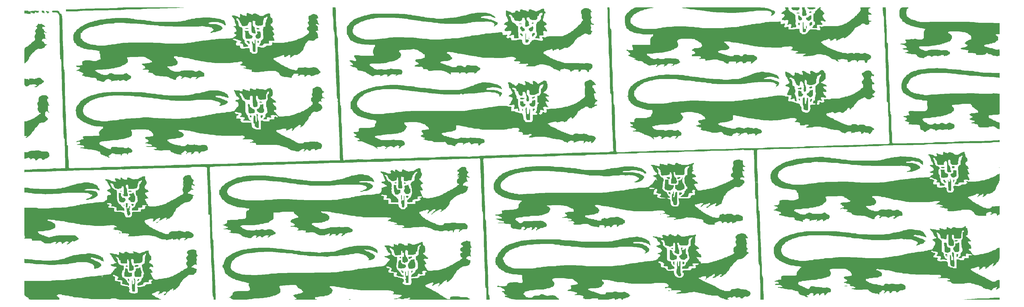
<source format=gbr>
%TF.GenerationSoftware,KiCad,Pcbnew,8.0.2*%
%TF.CreationDate,2024-06-20T11:33:06-07:00*%
%TF.ProjectId,keyboard_pcb,6b657962-6f61-4726-945f-7063622e6b69,1.0*%
%TF.SameCoordinates,Original*%
%TF.FileFunction,Legend,Top*%
%TF.FilePolarity,Positive*%
%FSLAX46Y46*%
G04 Gerber Fmt 4.6, Leading zero omitted, Abs format (unit mm)*
G04 Created by KiCad (PCBNEW 8.0.2) date 2024-06-20 11:33:06*
%MOMM*%
%LPD*%
G01*
G04 APERTURE LIST*
%ADD10C,0.000000*%
G04 APERTURE END LIST*
D10*
%TO.C,G\u002A\u002A\u002A*%
G36*
X50884666Y-91969167D02*
G01*
X50842333Y-92011500D01*
X50800000Y-91969167D01*
X50842333Y-91926834D01*
X50884666Y-91969167D01*
G37*
G36*
X117856000Y-122364500D02*
G01*
X117813666Y-122406834D01*
X117771333Y-122364500D01*
X117813666Y-122322167D01*
X117856000Y-122364500D01*
G37*
G36*
X133350000Y-102975834D02*
G01*
X133307666Y-103018167D01*
X133265333Y-102975834D01*
X133307666Y-102933500D01*
X133350000Y-102975834D01*
G37*
G36*
X138768666Y-126513167D02*
G01*
X138726333Y-126555500D01*
X138684000Y-126513167D01*
X138726333Y-126470834D01*
X138768666Y-126513167D01*
G37*
G36*
X146219333Y-117792500D02*
G01*
X146177000Y-117834834D01*
X146134666Y-117792500D01*
X146177000Y-117750167D01*
X146219333Y-117792500D01*
G37*
G36*
X173228000Y-143361834D02*
G01*
X173185666Y-143404167D01*
X173143333Y-143361834D01*
X173185666Y-143319500D01*
X173228000Y-143361834D01*
G37*
G36*
X248073333Y-102044500D02*
G01*
X248031000Y-102086834D01*
X247988666Y-102044500D01*
X248031000Y-102002167D01*
X248073333Y-102044500D01*
G37*
G36*
X262297333Y-180784500D02*
G01*
X262255000Y-180826834D01*
X262212666Y-180784500D01*
X262255000Y-180742167D01*
X262297333Y-180784500D01*
G37*
G36*
X263821333Y-129899834D02*
G01*
X263779000Y-129942167D01*
X263736666Y-129899834D01*
X263779000Y-129857500D01*
X263821333Y-129899834D01*
G37*
G36*
X268308666Y-181461834D02*
G01*
X268266333Y-181504167D01*
X268224000Y-181461834D01*
X268266333Y-181419500D01*
X268308666Y-181461834D01*
G37*
G36*
X296672000Y-153860500D02*
G01*
X296629666Y-153902834D01*
X296587333Y-153860500D01*
X296629666Y-153818167D01*
X296672000Y-153860500D01*
G37*
G36*
X314282666Y-102129167D02*
G01*
X314240333Y-102171500D01*
X314198000Y-102129167D01*
X314240333Y-102086834D01*
X314282666Y-102129167D01*
G37*
G36*
X353060000Y-152421167D02*
G01*
X353017666Y-152463500D01*
X352975333Y-152421167D01*
X353017666Y-152378834D01*
X353060000Y-152421167D01*
G37*
G36*
X356446666Y-169439167D02*
G01*
X356404333Y-169481500D01*
X356362000Y-169439167D01*
X356404333Y-169396834D01*
X356446666Y-169439167D01*
G37*
G36*
X361526666Y-123549834D02*
G01*
X361484333Y-123592167D01*
X361442000Y-123549834D01*
X361484333Y-123507500D01*
X361526666Y-123549834D01*
G37*
G36*
X77321833Y-135728094D02*
G01*
X77332469Y-135758996D01*
X77216000Y-135770798D01*
X77095804Y-135757493D01*
X77110166Y-135728094D01*
X77283508Y-135716911D01*
X77321833Y-135728094D01*
G37*
G36*
X82015170Y-180302959D02*
G01*
X82025263Y-180435282D01*
X82008486Y-180465236D01*
X81970004Y-180439985D01*
X81964017Y-180354111D01*
X81984694Y-180263769D01*
X82015170Y-180302959D01*
G37*
G36*
X103773111Y-109904389D02*
G01*
X103783244Y-110004869D01*
X103773111Y-110017278D01*
X103722776Y-110005656D01*
X103716666Y-109960834D01*
X103747644Y-109891143D01*
X103773111Y-109904389D01*
G37*
G36*
X134083777Y-127599722D02*
G01*
X134072155Y-127650057D01*
X134027333Y-127656167D01*
X133957643Y-127625189D01*
X133970888Y-127599722D01*
X134071368Y-127589589D01*
X134083777Y-127599722D01*
G37*
G36*
X215194444Y-95765056D02*
G01*
X215204577Y-95865535D01*
X215194444Y-95877945D01*
X215144110Y-95866322D01*
X215138000Y-95821500D01*
X215168978Y-95751810D01*
X215194444Y-95765056D01*
G37*
G36*
X259644444Y-155031722D02*
G01*
X259632822Y-155082057D01*
X259588000Y-155088167D01*
X259518309Y-155057189D01*
X259531555Y-155031722D01*
X259632035Y-155021589D01*
X259644444Y-155031722D01*
G37*
G36*
X360149069Y-183739014D02*
G01*
X360123818Y-183777496D01*
X360037944Y-183783483D01*
X359947602Y-183762805D01*
X359986791Y-183732330D01*
X360119115Y-183722236D01*
X360149069Y-183739014D01*
G37*
G36*
X368151833Y-101607427D02*
G01*
X368162469Y-101638330D01*
X368046000Y-101650132D01*
X367925804Y-101636826D01*
X367940166Y-101607427D01*
X368113508Y-101596244D01*
X368151833Y-101607427D01*
G37*
G36*
X372081406Y-139488334D02*
G01*
X372092589Y-139661676D01*
X372081406Y-139700000D01*
X372050503Y-139710636D01*
X372038701Y-139594167D01*
X372052007Y-139473971D01*
X372081406Y-139488334D01*
G37*
G36*
X91517031Y-157645799D02*
G01*
X91506653Y-157724538D01*
X91460021Y-157788272D01*
X91404689Y-157724197D01*
X91373622Y-157599552D01*
X91389188Y-157566089D01*
X91472888Y-157552186D01*
X91517031Y-157645799D01*
G37*
G36*
X114813850Y-183158783D02*
G01*
X114888924Y-183240516D01*
X114803417Y-183280511D01*
X114760669Y-183282167D01*
X114673467Y-183240510D01*
X114681853Y-183196119D01*
X114783321Y-183147277D01*
X114813850Y-183158783D01*
G37*
G36*
X54211670Y-96645044D02*
G01*
X54229000Y-96668167D01*
X54209806Y-96740650D01*
X54149330Y-96752834D01*
X54033487Y-96708629D01*
X54017333Y-96668167D01*
X54078100Y-96585924D01*
X54097003Y-96583500D01*
X54211670Y-96645044D01*
G37*
G36*
X75846581Y-110790606D02*
G01*
X75861333Y-110849834D01*
X75793560Y-110962082D01*
X75734333Y-110976834D01*
X75622084Y-110909061D01*
X75607333Y-110849834D01*
X75675106Y-110737585D01*
X75734333Y-110722834D01*
X75846581Y-110790606D01*
G37*
G36*
X79075588Y-147422125D02*
G01*
X79133359Y-147582224D01*
X79053435Y-147698152D01*
X78946669Y-147722167D01*
X78849901Y-147648412D01*
X78824666Y-147510500D01*
X78859568Y-147335133D01*
X78956555Y-147316315D01*
X79075588Y-147422125D01*
G37*
G36*
X81700873Y-151681263D02*
G01*
X81703333Y-151701500D01*
X81638904Y-151783707D01*
X81618666Y-151786167D01*
X81536460Y-151721738D01*
X81534000Y-151701500D01*
X81598429Y-151619294D01*
X81618666Y-151616834D01*
X81700873Y-151681263D01*
G37*
G36*
X117813666Y-97568882D02*
G01*
X117925068Y-97628978D01*
X117940666Y-97650892D01*
X117871529Y-97680489D01*
X117813666Y-97684167D01*
X117700973Y-97639858D01*
X117686666Y-97602157D01*
X117748727Y-97555573D01*
X117813666Y-97568882D01*
G37*
G36*
X171532206Y-149395263D02*
G01*
X171534666Y-149415500D01*
X171470237Y-149497707D01*
X171450000Y-149500167D01*
X171367793Y-149435738D01*
X171365333Y-149415500D01*
X171429762Y-149333294D01*
X171450000Y-149330834D01*
X171532206Y-149395263D01*
G37*
G36*
X215201645Y-96232623D02*
G01*
X215222666Y-96371834D01*
X215193684Y-96530948D01*
X215138000Y-96583500D01*
X215074354Y-96511044D01*
X215053333Y-96371834D01*
X215082315Y-96212719D01*
X215138000Y-96160167D01*
X215201645Y-96232623D01*
G37*
G36*
X259124048Y-155119443D02*
G01*
X259214344Y-155203233D01*
X259207369Y-155256902D01*
X259085559Y-155338634D01*
X258959503Y-155266835D01*
X258949518Y-155251867D01*
X258930403Y-155133205D01*
X259034907Y-155097102D01*
X259124048Y-155119443D01*
G37*
G36*
X297263695Y-113074339D02*
G01*
X297264666Y-113093500D01*
X297199578Y-113174913D01*
X297175003Y-113178167D01*
X297124437Y-113126297D01*
X297137666Y-113093500D01*
X297213748Y-113012730D01*
X297227330Y-113008834D01*
X297263695Y-113074339D01*
G37*
G36*
X297512143Y-112716370D02*
G01*
X297518666Y-112744840D01*
X297456880Y-112864531D01*
X297434000Y-112881834D01*
X297355856Y-112877963D01*
X297349333Y-112849494D01*
X297411119Y-112729802D01*
X297434000Y-112712500D01*
X297512143Y-112716370D01*
G37*
G36*
X369906206Y-172847929D02*
G01*
X369908666Y-172868167D01*
X369844237Y-172950373D01*
X369824000Y-172952834D01*
X369741793Y-172888404D01*
X369739333Y-172868167D01*
X369803762Y-172785960D01*
X369824000Y-172783500D01*
X369906206Y-172847929D01*
G37*
G36*
X172372894Y-169497962D02*
G01*
X172453129Y-169571593D01*
X172466000Y-169693167D01*
X172414404Y-169858220D01*
X172255171Y-169899229D01*
X172042666Y-169843121D01*
X171856628Y-169729074D01*
X171825177Y-169610512D01*
X171937210Y-169517856D01*
X172174663Y-169481500D01*
X172372894Y-169497962D01*
G37*
G36*
X262099005Y-180712299D02*
G01*
X262128000Y-180784500D01*
X262057421Y-180868720D01*
X261894905Y-180911424D01*
X261714277Y-180905674D01*
X261589365Y-180844532D01*
X261583149Y-180835705D01*
X261605977Y-180750371D01*
X261751027Y-180683663D01*
X261965591Y-180657500D01*
X262099005Y-180712299D01*
G37*
G36*
X81145798Y-172391029D02*
G01*
X81250672Y-172490555D01*
X81228882Y-172648860D01*
X81101236Y-172754144D01*
X80889941Y-172783500D01*
X80693482Y-172766483D01*
X80614721Y-172690752D01*
X80602666Y-172571834D01*
X80625325Y-172427811D01*
X80726670Y-172369518D01*
X80894003Y-172360167D01*
X81145798Y-172391029D01*
G37*
G36*
X263111568Y-166532367D02*
G01*
X263209492Y-166589761D01*
X263228666Y-166687500D01*
X263166175Y-166816403D01*
X262974637Y-166848305D01*
X262699500Y-166798471D01*
X262553376Y-166721885D01*
X262549623Y-166629465D01*
X262667673Y-166551472D01*
X262886958Y-166518172D01*
X262890000Y-166518167D01*
X263111568Y-166532367D01*
G37*
G36*
X78591833Y-161369799D02*
G01*
X78811706Y-161403469D01*
X78938989Y-161457342D01*
X78951666Y-161480500D01*
X78876178Y-161537697D01*
X78686358Y-161581380D01*
X78591833Y-161591202D01*
X78358408Y-161594545D01*
X78251940Y-161551760D01*
X78232000Y-161480500D01*
X78267645Y-161394378D01*
X78400511Y-161363533D01*
X78591833Y-161369799D01*
G37*
G36*
X80069447Y-152029073D02*
G01*
X80094660Y-152206340D01*
X80094666Y-152209500D01*
X80070142Y-152387842D01*
X80011053Y-152463481D01*
X80010000Y-152463500D01*
X79950552Y-152389928D01*
X79925339Y-152212660D01*
X79925333Y-152209500D01*
X79949857Y-152031158D01*
X80008946Y-151955520D01*
X80010000Y-151955500D01*
X80069447Y-152029073D01*
G37*
G36*
X155516867Y-183642099D02*
G01*
X155614773Y-183694389D01*
X155617333Y-183705500D01*
X155542904Y-183761462D01*
X155359889Y-183789436D01*
X155321000Y-183790167D01*
X155125132Y-183768901D01*
X155027226Y-183716612D01*
X155024666Y-183705500D01*
X155099095Y-183649538D01*
X155282110Y-183621565D01*
X155321000Y-183620834D01*
X155516867Y-183642099D01*
G37*
G36*
X173870846Y-144688620D02*
G01*
X173911632Y-144722201D01*
X174049071Y-144876422D01*
X174038341Y-144968040D01*
X173872374Y-145008368D01*
X173730111Y-145012834D01*
X173511479Y-145002483D01*
X173419008Y-144954417D01*
X173409963Y-144843112D01*
X173412611Y-144823198D01*
X173500848Y-144654552D01*
X173669446Y-144606484D01*
X173870846Y-144688620D01*
G37*
G36*
X176187624Y-174008875D02*
G01*
X176267387Y-174145925D01*
X176256551Y-174356165D01*
X176162376Y-174574586D01*
X176117902Y-174633212D01*
X175970148Y-174780476D01*
X175888878Y-174784675D01*
X175856289Y-174636008D01*
X175852666Y-174487200D01*
X175890497Y-174229276D01*
X175987137Y-174050231D01*
X176117306Y-173986165D01*
X176187624Y-174008875D01*
G37*
G36*
X212501553Y-91515366D02*
G01*
X212700017Y-91546845D01*
X212767333Y-91588167D01*
X212690295Y-91633369D01*
X212489413Y-91663978D01*
X212264330Y-91672834D01*
X211987019Y-91659605D01*
X211783299Y-91625320D01*
X211709000Y-91588167D01*
X211755376Y-91539932D01*
X211954244Y-91510974D01*
X212212003Y-91503500D01*
X212501553Y-91515366D01*
G37*
G36*
X212972091Y-120033065D02*
G01*
X213055898Y-120198581D01*
X213072636Y-120247791D01*
X213122809Y-120468666D01*
X213091995Y-120596741D01*
X213052064Y-120638462D01*
X212944421Y-120683129D01*
X212892233Y-120611559D01*
X212840879Y-120398498D01*
X212830451Y-120178780D01*
X212860684Y-120019450D01*
X212894740Y-119981778D01*
X212972091Y-120033065D01*
G37*
G36*
X305329166Y-116580112D02*
G01*
X305462371Y-116634209D01*
X305527297Y-116778769D01*
X305545944Y-116924667D01*
X305538976Y-117157311D01*
X305465486Y-117234674D01*
X305323734Y-117157926D01*
X305271714Y-117109119D01*
X305166485Y-116921431D01*
X305138666Y-116764564D01*
X305168008Y-116609333D01*
X305285179Y-116575259D01*
X305329166Y-116580112D01*
G37*
G36*
X321243190Y-179145116D02*
G01*
X321412700Y-179178164D01*
X321437000Y-179218167D01*
X321330414Y-179263468D01*
X321107736Y-179294192D01*
X320881669Y-179302834D01*
X320613124Y-179289866D01*
X320431278Y-179256053D01*
X320378666Y-179218167D01*
X320456493Y-179174021D01*
X320662966Y-179143763D01*
X320933996Y-179133500D01*
X321243190Y-179145116D01*
G37*
G36*
X358341108Y-168910000D02*
G01*
X358266252Y-169235128D01*
X358154208Y-169417048D01*
X357988408Y-169480627D01*
X357960299Y-169481500D01*
X357867964Y-169458038D01*
X357819878Y-169361438D01*
X357802619Y-169152384D01*
X357801333Y-169015834D01*
X357801333Y-168550167D01*
X358098667Y-168550167D01*
X358396001Y-168550167D01*
X358341108Y-168910000D01*
G37*
G36*
X216620568Y-91252342D02*
G01*
X216654277Y-91403254D01*
X216648563Y-91455637D01*
X216490400Y-91516542D01*
X216270132Y-91538541D01*
X216089313Y-91513331D01*
X216068629Y-91503039D01*
X215985719Y-91426267D01*
X216037900Y-91334804D01*
X216069333Y-91303982D01*
X216257487Y-91178565D01*
X216380004Y-91128049D01*
X216538316Y-91124216D01*
X216620568Y-91252342D01*
G37*
G36*
X305243806Y-91265302D02*
G01*
X305466033Y-91335282D01*
X305553345Y-91495653D01*
X305509711Y-91756454D01*
X305474559Y-91848864D01*
X305352177Y-92046899D01*
X305223713Y-92077464D01*
X305097313Y-91939925D01*
X305067590Y-91880516D01*
X304991384Y-91634320D01*
X304969333Y-91451819D01*
X304989764Y-91307116D01*
X305085126Y-91258668D01*
X305243806Y-91265302D01*
G37*
G36*
X305305768Y-87870479D02*
G01*
X305384000Y-87936963D01*
X305392666Y-87989834D01*
X305350487Y-88066784D01*
X305202690Y-88106182D01*
X304931996Y-88116834D01*
X304667653Y-88103445D01*
X304479115Y-88069016D01*
X304422615Y-88038017D01*
X304413657Y-87948599D01*
X304534473Y-87891968D01*
X304800000Y-87859160D01*
X305121164Y-87846764D01*
X305305768Y-87870479D01*
G37*
G36*
X357124000Y-139509500D02*
G01*
X357124000Y-139848167D01*
X356706874Y-139848167D01*
X356443124Y-139834752D01*
X356306624Y-139785552D01*
X356259104Y-139700000D01*
X356248796Y-139494690D01*
X356262766Y-139361334D01*
X356304913Y-139245792D01*
X356407994Y-139189169D01*
X356618902Y-139171514D01*
X356710536Y-139170834D01*
X357124000Y-139170834D01*
X357124000Y-139509500D01*
G37*
G36*
X82086811Y-147339413D02*
G01*
X82306047Y-147391931D01*
X82460863Y-147477649D01*
X82500050Y-147584038D01*
X82498256Y-147589158D01*
X82408000Y-147693914D01*
X82220436Y-147743568D01*
X81905566Y-147744618D01*
X81809166Y-147738465D01*
X81554134Y-147689933D01*
X81454820Y-147600062D01*
X81516147Y-147480539D01*
X81659915Y-147384081D01*
X81854364Y-147332620D01*
X82086811Y-147339413D01*
G37*
G36*
X85042214Y-176895504D02*
G01*
X85085712Y-177015818D01*
X84976792Y-177174383D01*
X84963000Y-177186167D01*
X84855409Y-177330315D01*
X84836000Y-177408200D01*
X84762581Y-177498926D01*
X84624333Y-177524834D01*
X84464622Y-177487141D01*
X84412666Y-177414713D01*
X84446446Y-177261501D01*
X84518500Y-177076707D01*
X84658892Y-176896509D01*
X84857166Y-176848161D01*
X85042214Y-176895504D01*
G37*
G36*
X91302985Y-157835364D02*
G01*
X91355333Y-157924500D01*
X91279950Y-158025531D01*
X91108388Y-158051500D01*
X90920787Y-158082554D01*
X90827556Y-158153163D01*
X90780264Y-158210952D01*
X90730837Y-158153163D01*
X90722951Y-158063504D01*
X90757669Y-158051500D01*
X90837188Y-157983003D01*
X90847333Y-157924500D01*
X90923061Y-157823674D01*
X91101333Y-157797500D01*
X91302985Y-157835364D01*
G37*
G36*
X125604973Y-117584026D02*
G01*
X125719995Y-117647051D01*
X125861996Y-117665500D01*
X126028487Y-117710559D01*
X126068666Y-117792500D01*
X126026860Y-117869089D01*
X125880163Y-117908520D01*
X125603000Y-117919500D01*
X125310327Y-117905099D01*
X125163949Y-117858509D01*
X125137333Y-117806090D01*
X125201352Y-117693692D01*
X125347123Y-117597584D01*
X125505217Y-117550736D01*
X125604973Y-117584026D01*
G37*
G36*
X170838818Y-144610471D02*
G01*
X170935853Y-144679989D01*
X170942000Y-144716500D01*
X170899958Y-144829226D01*
X170864258Y-144843500D01*
X170715589Y-144865064D01*
X170673758Y-144875770D01*
X170495936Y-144883850D01*
X170412833Y-144869562D01*
X170266695Y-144793260D01*
X170262845Y-144700961D01*
X170380683Y-144622949D01*
X170599611Y-144589508D01*
X170603333Y-144589500D01*
X170838818Y-144610471D01*
G37*
G36*
X266848166Y-171143531D02*
G01*
X266985266Y-171221180D01*
X267035715Y-171388329D01*
X267038666Y-171478063D01*
X266974098Y-171743537D01*
X266783378Y-171897173D01*
X266536232Y-171936834D01*
X266431573Y-171916093D01*
X266379362Y-171825869D01*
X266362246Y-171624156D01*
X266361333Y-171513500D01*
X266377097Y-171241814D01*
X266448230Y-171110042D01*
X266610495Y-171091005D01*
X266848166Y-171143531D01*
G37*
G36*
X307743770Y-92059356D02*
G01*
X307782356Y-92219658D01*
X307789593Y-92254917D01*
X307832333Y-92566958D01*
X307834218Y-92845155D01*
X307800524Y-93055571D01*
X307736527Y-93164270D01*
X307651716Y-93141661D01*
X307615022Y-93018537D01*
X307603627Y-92789681D01*
X307616293Y-92516605D01*
X307651785Y-92260817D01*
X307671032Y-92180834D01*
X307713526Y-92050704D01*
X307743770Y-92059356D01*
G37*
G36*
X309512186Y-112512237D02*
G01*
X309604291Y-112571039D01*
X309625816Y-112714125D01*
X309626000Y-112744959D01*
X309581394Y-112950355D01*
X309435500Y-113050624D01*
X309054562Y-113137930D01*
X308800171Y-113112862D01*
X308715833Y-113053044D01*
X308624155Y-112916058D01*
X308649636Y-112801463D01*
X308792288Y-112658931D01*
X309034626Y-112537928D01*
X309300288Y-112500834D01*
X309512186Y-112512237D01*
G37*
G36*
X83054621Y-151791796D02*
G01*
X83179599Y-151825946D01*
X83222603Y-151914511D01*
X83227333Y-152037188D01*
X83167693Y-152277279D01*
X83063566Y-152375855D01*
X82818276Y-152457616D01*
X82639038Y-152389458D01*
X82503346Y-152169886D01*
X82423548Y-151968000D01*
X82382247Y-151842212D01*
X82380666Y-151831220D01*
X82456864Y-151805512D01*
X82651676Y-151789200D01*
X82804000Y-151786167D01*
X83054621Y-151791796D01*
G37*
G36*
X121311728Y-93035929D02*
G01*
X121500817Y-93064856D01*
X121576514Y-93119740D01*
X121581333Y-93145975D01*
X121505623Y-93222139D01*
X121313437Y-93278648D01*
X121057192Y-93308071D01*
X120789302Y-93302976D01*
X120640781Y-93279324D01*
X120476861Y-93203306D01*
X120416388Y-93130998D01*
X120450085Y-93073109D01*
X120611383Y-93039837D01*
X120919238Y-93027710D01*
X120981611Y-93027500D01*
X121311728Y-93035929D01*
G37*
G36*
X124892706Y-97279318D02*
G01*
X124953319Y-97366509D01*
X124967924Y-97570007D01*
X124968000Y-97599500D01*
X124952341Y-97823587D01*
X124892625Y-97921880D01*
X124812777Y-97938167D01*
X124651790Y-97910525D01*
X124601111Y-97881722D01*
X124562368Y-97765530D01*
X124544764Y-97559820D01*
X124544666Y-97543056D01*
X124562413Y-97348816D01*
X124640884Y-97271898D01*
X124756333Y-97260834D01*
X124892706Y-97279318D01*
G37*
G36*
X174773478Y-149092827D02*
G01*
X174901558Y-149160053D01*
X174902693Y-149307377D01*
X174815500Y-149524960D01*
X174725506Y-149682001D01*
X174614884Y-149733600D01*
X174419157Y-149704020D01*
X174371000Y-149692218D01*
X174167296Y-149580775D01*
X174081505Y-149363135D01*
X174075963Y-149267334D01*
X174092280Y-149153902D01*
X174171670Y-149097294D01*
X174356762Y-149078268D01*
X174498000Y-149076834D01*
X174773478Y-149092827D01*
G37*
G36*
X216964863Y-119963053D02*
G01*
X217061844Y-120017547D01*
X217085212Y-120144734D01*
X217085333Y-120163167D01*
X217045358Y-120329450D01*
X216917613Y-120374834D01*
X216759954Y-120450678D01*
X216696767Y-120586500D01*
X216618230Y-120774180D01*
X216531014Y-120809945D01*
X216455464Y-120708707D01*
X216411923Y-120485377D01*
X216408000Y-120374834D01*
X216408000Y-119951500D01*
X216746666Y-119951500D01*
X216964863Y-119963053D01*
G37*
G36*
X262128000Y-143150167D02*
G01*
X262128000Y-143488834D01*
X261789333Y-143488834D01*
X261553848Y-143467862D01*
X261456813Y-143398345D01*
X261450666Y-143361834D01*
X261384419Y-143249550D01*
X261326645Y-143234834D01*
X261200714Y-143167548D01*
X261080604Y-143016717D01*
X261027333Y-142859400D01*
X261104576Y-142835004D01*
X261306672Y-142817751D01*
X261577666Y-142811500D01*
X262128000Y-142811500D01*
X262128000Y-143150167D01*
G37*
G36*
X357043122Y-143723836D02*
G01*
X357111264Y-143885065D01*
X357054787Y-144088183D01*
X357052695Y-144091567D01*
X356970409Y-144301438D01*
X356954666Y-144419018D01*
X356901996Y-144557826D01*
X356827666Y-144589500D01*
X356751078Y-144547694D01*
X356711647Y-144400997D01*
X356700666Y-144123834D01*
X356707865Y-143855003D01*
X356739383Y-143714954D01*
X356810099Y-143663400D01*
X356872657Y-143658167D01*
X357043122Y-143723836D01*
G37*
G36*
X122385188Y-122212250D02*
G01*
X122463289Y-122296646D01*
X122495383Y-122498073D01*
X122496610Y-122512667D01*
X122503685Y-122720151D01*
X122453703Y-122809309D01*
X122310177Y-122829898D01*
X122263777Y-122830167D01*
X122063477Y-122796796D01*
X121992188Y-122686241D01*
X121991779Y-122682000D01*
X121973480Y-122408587D01*
X121992079Y-122263197D01*
X122066261Y-122205500D01*
X122214712Y-122195167D01*
X122217348Y-122195167D01*
X122385188Y-122212250D01*
G37*
G36*
X124462897Y-92944384D02*
G01*
X124661073Y-93005475D01*
X124877767Y-93027500D01*
X125061847Y-93049140D01*
X125130360Y-93141893D01*
X125137333Y-93239167D01*
X125123357Y-93365424D01*
X125052384Y-93428010D01*
X124880842Y-93449008D01*
X124719705Y-93450834D01*
X124453821Y-93437055D01*
X124311571Y-93385805D01*
X124252119Y-93293428D01*
X124227748Y-93078129D01*
X124293961Y-92944049D01*
X124428025Y-92928834D01*
X124462897Y-92944384D01*
G37*
G36*
X309341954Y-87481434D02*
G01*
X309370957Y-87587910D01*
X309372000Y-87644692D01*
X309339386Y-87809076D01*
X309209197Y-87861394D01*
X309160333Y-87862834D01*
X309001218Y-87891816D01*
X308948666Y-87947500D01*
X308903051Y-88023581D01*
X308779787Y-87966863D01*
X308684343Y-87878968D01*
X308584145Y-87702657D01*
X308641262Y-87562943D01*
X308845237Y-87473479D01*
X309012166Y-87450910D01*
X309237892Y-87444133D01*
X309341954Y-87481434D01*
G37*
G36*
X353541902Y-139429870D02*
G01*
X353721032Y-139451393D01*
X353802478Y-139499023D01*
X353821995Y-139582379D01*
X353822000Y-139584292D01*
X353746075Y-139718115D01*
X353545406Y-139807593D01*
X353260644Y-139844672D01*
X352932444Y-139821295D01*
X352784833Y-139789804D01*
X352661417Y-139684413D01*
X352636666Y-139587959D01*
X352654302Y-139502054D01*
X352731173Y-139452830D01*
X352903226Y-139430392D01*
X353206408Y-139424845D01*
X353229333Y-139424834D01*
X353541902Y-139429870D01*
G37*
G36*
X354668666Y-169010723D02*
G01*
X354654891Y-169267326D01*
X354619321Y-169438316D01*
X354584000Y-169481500D01*
X354524552Y-169407928D01*
X354499339Y-169230660D01*
X354499333Y-169227500D01*
X354479080Y-169048983D01*
X354382516Y-168982059D01*
X354239444Y-168973500D01*
X354059042Y-168954630D01*
X354001346Y-168873644D01*
X354006611Y-168783000D01*
X354060709Y-168649796D01*
X354205268Y-168584869D01*
X354351166Y-168566223D01*
X354668666Y-168539945D01*
X354668666Y-169010723D01*
G37*
G36*
X172653539Y-148851620D02*
G01*
X172691851Y-148956904D01*
X172712417Y-149167072D01*
X172719720Y-149510511D01*
X172720000Y-149627167D01*
X172709143Y-150045386D01*
X172677775Y-150316061D01*
X172627703Y-150433219D01*
X172560730Y-150390886D01*
X172517391Y-150297575D01*
X172492922Y-150152409D01*
X172474776Y-149889660D01*
X172466257Y-149561053D01*
X172466000Y-149493242D01*
X172472083Y-149147744D01*
X172494141Y-148941110D01*
X172537887Y-148843179D01*
X172593000Y-148822834D01*
X172653539Y-148851620D01*
G37*
G36*
X212777043Y-94872615D02*
G01*
X212964331Y-95055119D01*
X213027435Y-95324754D01*
X212969941Y-95602909D01*
X212858749Y-95728525D01*
X212717888Y-95729315D01*
X212614576Y-95619328D01*
X212598000Y-95525167D01*
X212563030Y-95364045D01*
X212425340Y-95314394D01*
X212386333Y-95313500D01*
X212235061Y-95286163D01*
X212179721Y-95169955D01*
X212174666Y-95059500D01*
X212190201Y-94891154D01*
X212270501Y-94820382D01*
X212466112Y-94805523D01*
X212482832Y-94805500D01*
X212777043Y-94872615D01*
G37*
G36*
X265611067Y-142834549D02*
G01*
X265670246Y-142881392D01*
X265669104Y-142953318D01*
X265576044Y-143103878D01*
X265443289Y-143201735D01*
X265254328Y-143313731D01*
X265151939Y-143394361D01*
X264988711Y-143474692D01*
X264792365Y-143478332D01*
X264642941Y-143409221D01*
X264616313Y-143367991D01*
X264590352Y-143189731D01*
X264597804Y-143050491D01*
X264628844Y-142942205D01*
X264710320Y-142879542D01*
X264882752Y-142846552D01*
X265161854Y-142828445D01*
X265453283Y-142819775D01*
X265611067Y-142834549D01*
G37*
G36*
X358054868Y-163904219D02*
G01*
X358241159Y-163933237D01*
X358309333Y-163978167D01*
X358240756Y-164053281D01*
X358182333Y-164062834D01*
X358070084Y-164130606D01*
X358055333Y-164189834D01*
X358013526Y-164266422D01*
X357866830Y-164305853D01*
X357589666Y-164316834D01*
X357319263Y-164308858D01*
X357178439Y-164275946D01*
X357127830Y-164204617D01*
X357124000Y-164157375D01*
X357198704Y-164007213D01*
X357314500Y-163946864D01*
X357538680Y-163909370D01*
X357803089Y-163895709D01*
X358054868Y-163904219D01*
G37*
G36*
X126174909Y-122170766D02*
G01*
X126303872Y-122232699D01*
X126318108Y-122380001D01*
X126228338Y-122637513D01*
X126174500Y-122757911D01*
X126033861Y-122988640D01*
X125878459Y-123078355D01*
X125835833Y-123081983D01*
X125682810Y-123075613D01*
X125636051Y-123063000D01*
X125620567Y-122973450D01*
X125596372Y-122787865D01*
X125596369Y-122787834D01*
X125565753Y-122541962D01*
X125542150Y-122364500D01*
X125550537Y-122259779D01*
X125640149Y-122203151D01*
X125850463Y-122174254D01*
X125920500Y-122169361D01*
X126174909Y-122170766D01*
G37*
G36*
X262045406Y-147792093D02*
G01*
X262099904Y-147855739D01*
X262208076Y-147964081D01*
X262264058Y-147976167D01*
X262361436Y-148047338D01*
X262371711Y-148253340D01*
X262328635Y-148463000D01*
X262255451Y-148613309D01*
X262174253Y-148648004D01*
X262128977Y-148553177D01*
X262128000Y-148526500D01*
X262054399Y-148424357D01*
X261916333Y-148399500D01*
X261771432Y-148376314D01*
X261713454Y-148273238D01*
X261704666Y-148113042D01*
X261733256Y-147897327D01*
X261836056Y-147795185D01*
X261879179Y-147780947D01*
X262045406Y-147792093D01*
G37*
G36*
X265993030Y-147981661D02*
G01*
X266131897Y-148010702D01*
X266184371Y-148082123D01*
X266192000Y-148187834D01*
X266161644Y-148346926D01*
X266103290Y-148399500D01*
X265990074Y-148456490D01*
X265833383Y-148595285D01*
X265818415Y-148611167D01*
X265572000Y-148782843D01*
X265335624Y-148816149D01*
X265174990Y-148801510D01*
X265141434Y-148773796D01*
X265154833Y-148766760D01*
X265223689Y-148658031D01*
X265258651Y-148430528D01*
X265260666Y-148350111D01*
X265260666Y-147976167D01*
X265726333Y-147976167D01*
X265993030Y-147981661D01*
G37*
G36*
X309540036Y-116649500D02*
G01*
X309620560Y-116897125D01*
X309551500Y-117127108D01*
X309508131Y-117178607D01*
X309389857Y-117363933D01*
X309359099Y-117459821D01*
X309257037Y-117602885D01*
X309133651Y-117650832D01*
X309021963Y-117655074D01*
X308967774Y-117600189D01*
X308955455Y-117446975D01*
X308965183Y-117228291D01*
X308991722Y-116956834D01*
X309042754Y-116812177D01*
X309135436Y-116751948D01*
X309160333Y-116746332D01*
X309330953Y-116676087D01*
X309393166Y-116618539D01*
X309473493Y-116578964D01*
X309540036Y-116649500D01*
G37*
G36*
X52920912Y-87201864D02*
G01*
X53370293Y-87227834D01*
X53396410Y-87672334D01*
X53397042Y-87929116D01*
X53368379Y-88087251D01*
X53338930Y-88116834D01*
X53264759Y-88048241D01*
X53255333Y-87989834D01*
X53199410Y-87901527D01*
X53014030Y-87865138D01*
X52916666Y-87862834D01*
X52698155Y-87850955D01*
X52601059Y-87796246D01*
X52578058Y-87670101D01*
X52578000Y-87658092D01*
X52556164Y-87436118D01*
X52524765Y-87314622D01*
X52515888Y-87235158D01*
X52591912Y-87198594D01*
X52786924Y-87195229D01*
X52920912Y-87201864D01*
G37*
G36*
X84615815Y-172217479D02*
G01*
X84702075Y-172242225D01*
X84806834Y-172343152D01*
X84831236Y-172485497D01*
X84773897Y-172594927D01*
X84709000Y-172614167D01*
X84596265Y-172655545D01*
X84582000Y-172690662D01*
X84506589Y-172736479D01*
X84317382Y-172776429D01*
X84069914Y-172804288D01*
X83819723Y-172813828D01*
X83622343Y-172798824D01*
X83620464Y-172798459D01*
X83499202Y-172712105D01*
X83486841Y-172560276D01*
X83573476Y-172398158D01*
X83710540Y-172296667D01*
X83984034Y-172220005D01*
X84316164Y-172191941D01*
X84615815Y-172217479D01*
G37*
G36*
X121458226Y-97291445D02*
G01*
X121672850Y-97317631D01*
X121793904Y-97360516D01*
X121823091Y-97459317D01*
X121855290Y-97667846D01*
X121868780Y-97789495D01*
X121872467Y-98091539D01*
X121807097Y-98262460D01*
X121787612Y-98281305D01*
X121680811Y-98328462D01*
X121611252Y-98223256D01*
X121611113Y-98222869D01*
X121459218Y-97979296D01*
X121234072Y-97801293D01*
X121107362Y-97755487D01*
X120967825Y-97664826D01*
X120918261Y-97510329D01*
X120967759Y-97364360D01*
X121051434Y-97310117D01*
X121225856Y-97287228D01*
X121458226Y-97291445D01*
G37*
G36*
X172838788Y-174003803D02*
G01*
X172888439Y-174141493D01*
X172889333Y-174180500D01*
X172927199Y-174348512D01*
X173063540Y-174406627D01*
X173206869Y-174398478D01*
X173281705Y-174455337D01*
X173284179Y-174571872D01*
X173207744Y-174720881D01*
X173026061Y-174769067D01*
X172843626Y-174763915D01*
X172758252Y-174740864D01*
X172724920Y-174633530D01*
X172720000Y-174557756D01*
X172659087Y-174383648D01*
X172593000Y-174307500D01*
X172475173Y-174149204D01*
X172503350Y-174023088D01*
X172667583Y-173968940D01*
X172677666Y-173968834D01*
X172838788Y-174003803D01*
G37*
G36*
X217036977Y-115924207D02*
G01*
X217084690Y-116066098D01*
X217085333Y-116099167D01*
X217049689Y-116260973D01*
X216912653Y-116310233D01*
X216882725Y-116310834D01*
X216707140Y-116358124D01*
X216631382Y-116437834D01*
X216515371Y-116549792D01*
X216342498Y-116561484D01*
X216185598Y-116481509D01*
X216124899Y-116378031D01*
X216095465Y-116224619D01*
X216142167Y-116148344D01*
X216304957Y-116103533D01*
X216376445Y-116090464D01*
X216560302Y-116034530D01*
X216647888Y-115967187D01*
X216743949Y-115905857D01*
X216880722Y-115887500D01*
X217036977Y-115924207D01*
G37*
G36*
X263550917Y-171014215D02*
G01*
X263614207Y-171064960D01*
X263643380Y-171194633D01*
X263651614Y-171440131D01*
X263652000Y-171598167D01*
X263640812Y-171902191D01*
X263610829Y-172112268D01*
X263567415Y-172190833D01*
X263567333Y-172190834D01*
X263490714Y-172122932D01*
X263482666Y-172072892D01*
X263414372Y-171942187D01*
X263355666Y-171906216D01*
X263270245Y-171805582D01*
X263232101Y-171573330D01*
X263228666Y-171431491D01*
X263235429Y-171179257D01*
X263270023Y-171053057D01*
X263353903Y-171009707D01*
X263440333Y-171005500D01*
X263550917Y-171014215D01*
G37*
G36*
X80920166Y-151548223D02*
G01*
X81237666Y-151574500D01*
X81227183Y-152028568D01*
X81197456Y-152340306D01*
X81130124Y-152527097D01*
X81100183Y-152556438D01*
X81034764Y-152618135D01*
X81089500Y-152631537D01*
X81188810Y-152679891D01*
X81174761Y-152788689D01*
X81063657Y-152909470D01*
X80979682Y-152957910D01*
X80799474Y-153035586D01*
X80715388Y-153038449D01*
X80668632Y-152960058D01*
X80654058Y-152922242D01*
X80628928Y-152775351D01*
X80610617Y-152513120D01*
X80602741Y-152189511D01*
X80602666Y-152155131D01*
X80602666Y-151521945D01*
X80920166Y-151548223D01*
G37*
G36*
X81446873Y-176742596D02*
G01*
X81449333Y-176762834D01*
X81517909Y-176837948D01*
X81576333Y-176847500D01*
X81656198Y-176892820D01*
X81695206Y-177049727D01*
X81703333Y-177270834D01*
X81685219Y-177558158D01*
X81628675Y-177685963D01*
X81530402Y-177660378D01*
X81505777Y-177637722D01*
X81457288Y-177513218D01*
X81449333Y-177426056D01*
X81411014Y-177296329D01*
X81364666Y-177270834D01*
X81308704Y-177196405D01*
X81280731Y-177013390D01*
X81280000Y-176974500D01*
X81301265Y-176778633D01*
X81353555Y-176680726D01*
X81364666Y-176678167D01*
X81446873Y-176742596D01*
G37*
G36*
X212944949Y-116324286D02*
G01*
X213248629Y-116352179D01*
X213501153Y-116391038D01*
X213654233Y-116437086D01*
X213677760Y-116459000D01*
X213636208Y-116541702D01*
X213494055Y-116564834D01*
X213318543Y-116607786D01*
X213275333Y-116691834D01*
X213231179Y-116771769D01*
X213076931Y-116806627D01*
X212873166Y-116809012D01*
X212602137Y-116795537D01*
X212387250Y-116772993D01*
X212331522Y-116762144D01*
X212206687Y-116669950D01*
X212142529Y-116520224D01*
X212160065Y-116385186D01*
X212209889Y-116344180D01*
X212377289Y-116316509D01*
X212638406Y-116311137D01*
X212944949Y-116324286D01*
G37*
G36*
X305949945Y-112880836D02*
G01*
X306046187Y-112945334D01*
X306090109Y-113103510D01*
X306075514Y-113256012D01*
X305955726Y-113426568D01*
X305733682Y-113491923D01*
X305447085Y-113442194D01*
X305413739Y-113429475D01*
X305213569Y-113387888D01*
X305096239Y-113401585D01*
X304987441Y-113387749D01*
X304969333Y-113319849D01*
X304893227Y-113208721D01*
X304736500Y-113157518D01*
X304668758Y-113132150D01*
X304767557Y-113098227D01*
X305030365Y-113056615D01*
X305032833Y-113056291D01*
X305306450Y-113009750D01*
X305497621Y-112956804D01*
X305562000Y-112913231D01*
X305629552Y-112852203D01*
X305783315Y-112843025D01*
X305949945Y-112880836D01*
G37*
G36*
X217000453Y-94651250D02*
G01*
X217068136Y-94728686D01*
X217085063Y-94916749D01*
X217085333Y-94974834D01*
X217073780Y-95193031D01*
X217019286Y-95290012D01*
X216892099Y-95313379D01*
X216873666Y-95313500D01*
X216711791Y-95349211D01*
X216662574Y-95486199D01*
X216662000Y-95515292D01*
X216598798Y-95699688D01*
X216471500Y-95768136D01*
X216297288Y-95806354D01*
X216202393Y-95780223D01*
X216162839Y-95656939D01*
X216154645Y-95403698D01*
X216154660Y-95334667D01*
X216162403Y-95053876D01*
X216197645Y-94891734D01*
X216279858Y-94797746D01*
X216383206Y-94742000D01*
X216640880Y-94661349D01*
X216848212Y-94636167D01*
X217000453Y-94651250D01*
G37*
G36*
X305202166Y-88809710D02*
G01*
X305427441Y-88905370D01*
X305518576Y-89027000D01*
X305625122Y-89173633D01*
X305718310Y-89217500D01*
X305925233Y-89294115D01*
X306102268Y-89491866D01*
X306215139Y-89762611D01*
X306237870Y-89947256D01*
X306227879Y-90171190D01*
X306170082Y-90280869D01*
X306026509Y-90331084D01*
X305964166Y-90342219D01*
X305723335Y-90392803D01*
X305540833Y-90447022D01*
X305417126Y-90456647D01*
X305392666Y-90411892D01*
X305329351Y-90322562D01*
X305301952Y-90318167D01*
X305140496Y-90260481D01*
X305035107Y-90077810D01*
X304980387Y-89755738D01*
X304969333Y-89429591D01*
X304969333Y-88782919D01*
X305202166Y-88809710D01*
G37*
G36*
X353853825Y-143716138D02*
G01*
X353942911Y-143795166D01*
X353975510Y-143975395D01*
X354031060Y-144188171D01*
X354167755Y-144290237D01*
X354208344Y-144302074D01*
X354374508Y-144388713D01*
X354406640Y-144497317D01*
X354305690Y-144576725D01*
X354203000Y-144589500D01*
X354043885Y-144618483D01*
X353991333Y-144674167D01*
X353951028Y-144753746D01*
X353844504Y-144698297D01*
X353716166Y-144549746D01*
X353609336Y-144377861D01*
X353568000Y-144265132D01*
X353501012Y-144166153D01*
X353452225Y-144139857D01*
X353365536Y-144030606D01*
X353346392Y-143897965D01*
X353379817Y-143763246D01*
X353494950Y-143708547D01*
X353652666Y-143700500D01*
X353853825Y-143716138D01*
G37*
G36*
X54307355Y-87307315D02*
G01*
X54375850Y-87372051D01*
X54475507Y-87437632D01*
X54679453Y-87465414D01*
X54721572Y-87465097D01*
X54933544Y-87494897D01*
X55039898Y-87576951D01*
X55019098Y-87678335D01*
X54906333Y-87747549D01*
X54798083Y-87863288D01*
X54779333Y-87951297D01*
X54719445Y-88075852D01*
X54605775Y-88093236D01*
X54446876Y-88066088D01*
X54394108Y-88042053D01*
X54361631Y-87935313D01*
X54356000Y-87848722D01*
X54297837Y-87724697D01*
X54144333Y-87693500D01*
X53983211Y-87658531D01*
X53933560Y-87520840D01*
X53932666Y-87481834D01*
X53968149Y-87320190D01*
X54105311Y-87270832D01*
X54137277Y-87270167D01*
X54307355Y-87307315D01*
G37*
G36*
X175927170Y-169326175D02*
G01*
X176037969Y-169404455D01*
X176042101Y-169414805D01*
X176060318Y-169644661D01*
X175976092Y-169826621D01*
X175816242Y-169904663D01*
X175807518Y-169904834D01*
X175644146Y-169933147D01*
X175584555Y-169979203D01*
X175485240Y-170051206D01*
X175297579Y-170107581D01*
X175102557Y-170131407D01*
X174981158Y-170105764D01*
X174980752Y-170105364D01*
X174939930Y-169986925D01*
X174921430Y-169779969D01*
X174921333Y-169763722D01*
X174932782Y-169582035D01*
X174999864Y-169501967D01*
X175171678Y-169481986D01*
X175255003Y-169481500D01*
X175480447Y-169461819D01*
X175624952Y-169412936D01*
X175641000Y-169396834D01*
X175763720Y-169322240D01*
X175927170Y-169326175D01*
G37*
G36*
X214073542Y-94717833D02*
G01*
X214100602Y-94951192D01*
X214117168Y-95318783D01*
X214122000Y-95736834D01*
X214122000Y-96837500D01*
X214587666Y-96837500D01*
X214853902Y-96841920D01*
X214992479Y-96869972D01*
X215045066Y-96943842D01*
X215053333Y-97085453D01*
X215011491Y-97310845D01*
X214926333Y-97460405D01*
X214821283Y-97619622D01*
X214799333Y-97710578D01*
X214727659Y-97834944D01*
X214531067Y-97879746D01*
X214237198Y-97838893D01*
X214227833Y-97836456D01*
X213952666Y-97763992D01*
X213952666Y-96200079D01*
X213957148Y-95608075D01*
X213970196Y-95146643D01*
X213991220Y-94826741D01*
X214019624Y-94659326D01*
X214037333Y-94636167D01*
X214073542Y-94717833D01*
G37*
G36*
X309626000Y-91461167D02*
G01*
X309614598Y-91741992D01*
X309574590Y-91886572D01*
X309499000Y-91926834D01*
X309386328Y-91972551D01*
X309372000Y-92011500D01*
X309299737Y-92075835D01*
X309166541Y-92096167D01*
X308992549Y-92146091D01*
X308933708Y-92230762D01*
X308880558Y-92314692D01*
X308842833Y-92301318D01*
X308798689Y-92178968D01*
X308779368Y-91971285D01*
X308779333Y-91962111D01*
X308749955Y-91760405D01*
X308678722Y-91646454D01*
X308673500Y-91644001D01*
X308613879Y-91587962D01*
X308680731Y-91521647D01*
X308766444Y-91436202D01*
X308769269Y-91409367D01*
X308800152Y-91329728D01*
X308907854Y-91186000D01*
X309153239Y-91023815D01*
X309348483Y-90995500D01*
X309626000Y-90995500D01*
X309626000Y-91461167D01*
G37*
G36*
X305392666Y-86423500D02*
G01*
X305371695Y-86658985D01*
X305302178Y-86756020D01*
X305265666Y-86762167D01*
X305153194Y-86819426D01*
X305138666Y-86868801D01*
X305064756Y-87011380D01*
X304878399Y-87096475D01*
X304632661Y-87102386D01*
X304588333Y-87093850D01*
X304374550Y-87063262D01*
X304060219Y-87038885D01*
X303720500Y-87026184D01*
X303390667Y-87013408D01*
X303199569Y-86983930D01*
X303116898Y-86930984D01*
X303106666Y-86889167D01*
X303054707Y-86776597D01*
X303010167Y-86762167D01*
X302868111Y-86688979D01*
X302746075Y-86512253D01*
X302686842Y-86296249D01*
X302686026Y-86275334D01*
X302689438Y-86204178D01*
X302718269Y-86153397D01*
X302796909Y-86119555D01*
X302949750Y-86099215D01*
X303201185Y-86088939D01*
X303575605Y-86085291D01*
X304038000Y-86084834D01*
X305392666Y-86084834D01*
X305392666Y-86423500D01*
G37*
G36*
X125238638Y-94152797D02*
G01*
X125446508Y-94226175D01*
X125471777Y-94250079D01*
X125528535Y-94396519D01*
X125578622Y-94660070D01*
X125617236Y-94988518D01*
X125639575Y-95329650D01*
X125640838Y-95631254D01*
X125617596Y-95835820D01*
X125529088Y-96027596D01*
X125372016Y-96253486D01*
X125323361Y-96310801D01*
X125032376Y-96524296D01*
X124695328Y-96580113D01*
X124336243Y-96474721D01*
X124308584Y-96459938D01*
X124023822Y-96224154D01*
X123886096Y-95906735D01*
X123870026Y-95730425D01*
X123946005Y-95413383D01*
X124160754Y-95159210D01*
X124396500Y-95032440D01*
X124511294Y-94920142D01*
X124542510Y-94749047D01*
X124477497Y-94606530D01*
X124460000Y-94593834D01*
X124394461Y-94477126D01*
X124375333Y-94334837D01*
X124387056Y-94219350D01*
X124448960Y-94157512D01*
X124601145Y-94132670D01*
X124872966Y-94128167D01*
X125238638Y-94152797D01*
G37*
G36*
X309856791Y-86087849D02*
G01*
X310269707Y-86099978D01*
X310544125Y-86125849D01*
X310695433Y-86170086D01*
X310739019Y-86237315D01*
X310690272Y-86332164D01*
X310564579Y-86459258D01*
X310557333Y-86465834D01*
X310435148Y-86558579D01*
X310388000Y-86561448D01*
X310323308Y-86556307D01*
X310164896Y-86619519D01*
X310138204Y-86632993D01*
X309849147Y-86718410D01*
X309410609Y-86756453D01*
X309228037Y-86758252D01*
X308886572Y-86751013D01*
X308669205Y-86726614D01*
X308530800Y-86673587D01*
X308426217Y-86580465D01*
X308398333Y-86547460D01*
X308237168Y-86400619D01*
X308089891Y-86339709D01*
X307941408Y-86271653D01*
X307902048Y-86211834D01*
X307903439Y-86165047D01*
X307963412Y-86131151D01*
X308103623Y-86108166D01*
X308345730Y-86094108D01*
X308711389Y-86086997D01*
X309222258Y-86084852D01*
X309289990Y-86084834D01*
X309856791Y-86087849D01*
G37*
G36*
X306670244Y-91023281D02*
G01*
X306708003Y-91122717D01*
X306734342Y-91317947D01*
X306752448Y-91633112D01*
X306765510Y-92092351D01*
X306766042Y-92117334D01*
X306789666Y-93239167D01*
X307191833Y-93233846D01*
X307434439Y-93237238D01*
X307552525Y-93273218D01*
X307590777Y-93367808D01*
X307594000Y-93468013D01*
X307568050Y-93708171D01*
X307504083Y-93993040D01*
X307488718Y-94044834D01*
X307415499Y-94249425D01*
X307326286Y-94348159D01*
X307163605Y-94379580D01*
X306985715Y-94382167D01*
X306743149Y-94369799D01*
X306581551Y-94338441D01*
X306549794Y-94318667D01*
X306521819Y-94187799D01*
X306499225Y-93913390D01*
X306482835Y-93521175D01*
X306473473Y-93036883D01*
X306471961Y-92486249D01*
X306476674Y-92032667D01*
X306487234Y-91586810D01*
X306504278Y-91285242D01*
X306531210Y-91102948D01*
X306571437Y-91014911D01*
X306617875Y-90995500D01*
X306670244Y-91023281D01*
G37*
G36*
X212995894Y-117472977D02*
G01*
X213162119Y-117511253D01*
X213245941Y-117593118D01*
X213281684Y-117768881D01*
X213292227Y-117907316D01*
X213314712Y-118146794D01*
X213367633Y-118265529D01*
X213490517Y-118311869D01*
X213635166Y-118326778D01*
X213844451Y-118358240D01*
X213933817Y-118432939D01*
X213952666Y-118592281D01*
X213952666Y-118592886D01*
X213911568Y-118787174D01*
X213825666Y-118881451D01*
X213713136Y-118988410D01*
X213698666Y-119048765D01*
X213620607Y-119144090D01*
X213412764Y-119214155D01*
X213381166Y-119219824D01*
X213063099Y-119263302D01*
X212860217Y-119260630D01*
X212723383Y-119206543D01*
X212646380Y-119141119D01*
X212539810Y-119006838D01*
X212513333Y-118939327D01*
X212442954Y-118865225D01*
X212344000Y-118826301D01*
X212256579Y-118785132D01*
X212205525Y-118693359D01*
X212181394Y-118513270D01*
X212174741Y-118207150D01*
X212174666Y-118150171D01*
X212174666Y-117518323D01*
X212449833Y-117475072D01*
X212742974Y-117456615D01*
X212995894Y-117472977D01*
G37*
G36*
X216393248Y-92417940D02*
G01*
X216408000Y-92477167D01*
X216453717Y-92589839D01*
X216492666Y-92604167D01*
X216543439Y-92679780D01*
X216573660Y-92870826D01*
X216577333Y-92980170D01*
X216559798Y-93219458D01*
X216515639Y-93380149D01*
X216492666Y-93408500D01*
X216429952Y-93523810D01*
X216408000Y-93692822D01*
X216372521Y-93869556D01*
X216235390Y-93981882D01*
X216126822Y-94026492D01*
X215776766Y-94115723D01*
X215530626Y-94087688D01*
X215413166Y-94001520D01*
X215322785Y-93856393D01*
X215307333Y-93793074D01*
X215238462Y-93715671D01*
X215175222Y-93704834D01*
X215080470Y-93638412D01*
X215050775Y-93478932D01*
X215078077Y-93286071D01*
X215154320Y-93119506D01*
X215265000Y-93039933D01*
X215438098Y-92959838D01*
X215502040Y-92891062D01*
X215635014Y-92793200D01*
X215740921Y-92773500D01*
X215938205Y-92715544D01*
X216098679Y-92579165D01*
X216154000Y-92440881D01*
X216222479Y-92360437D01*
X216281000Y-92350167D01*
X216393248Y-92417940D01*
G37*
G36*
X212788103Y-92368477D02*
G01*
X212851805Y-92469466D01*
X212852000Y-92477167D01*
X212892470Y-92589914D01*
X212926791Y-92604167D01*
X213005712Y-92674665D01*
X213046161Y-92774632D01*
X213149169Y-92916662D01*
X213346736Y-93050202D01*
X213394702Y-93072102D01*
X213585661Y-93166804D01*
X213673542Y-93280353D01*
X213697857Y-93477384D01*
X213698666Y-93569360D01*
X213687836Y-93803461D01*
X213635766Y-93920899D01*
X213513090Y-93973925D01*
X213465833Y-93983642D01*
X213224402Y-94035865D01*
X213063666Y-94077675D01*
X212862374Y-94069687D01*
X212746166Y-94012757D01*
X212624662Y-93839812D01*
X212598000Y-93714571D01*
X212520156Y-93533130D01*
X212381681Y-93449065D01*
X212250856Y-93381437D01*
X212192430Y-93274799D01*
X212185085Y-93074901D01*
X212191181Y-92964327D01*
X212219265Y-92714876D01*
X212274136Y-92594097D01*
X212374705Y-92561515D01*
X212379397Y-92561474D01*
X212531055Y-92513422D01*
X212576953Y-92455641D01*
X212668276Y-92361661D01*
X212788103Y-92368477D01*
G37*
G36*
X217155587Y-117074276D02*
G01*
X217205875Y-117128869D01*
X217243992Y-117332922D01*
X217259367Y-117646925D01*
X217254255Y-118016407D01*
X217230914Y-118386902D01*
X217191597Y-118703941D01*
X217138563Y-118913056D01*
X217131345Y-118928386D01*
X216937036Y-119132436D01*
X216637637Y-119245992D01*
X216274687Y-119263258D01*
X215889724Y-119178436D01*
X215751833Y-119120881D01*
X215569490Y-119005663D01*
X215478875Y-118893078D01*
X215476666Y-118877887D01*
X215425598Y-118775393D01*
X215392000Y-118766167D01*
X215335314Y-118691911D01*
X215307821Y-118510064D01*
X215307333Y-118479256D01*
X215324114Y-118285889D01*
X215407896Y-118190086D01*
X215608839Y-118135788D01*
X215615833Y-118134470D01*
X215923512Y-118036251D01*
X216093733Y-117866750D01*
X216153031Y-117596881D01*
X216154000Y-117544548D01*
X216170039Y-117340530D01*
X216238915Y-117256102D01*
X216348733Y-117242167D01*
X216537109Y-117210088D01*
X216623900Y-117162565D01*
X216790050Y-117069275D01*
X216991414Y-117038448D01*
X217155587Y-117074276D01*
G37*
G36*
X357229833Y-140542627D02*
G01*
X357759000Y-140567834D01*
X357782853Y-141562667D01*
X357790945Y-141987681D01*
X357788622Y-142271564D01*
X357772306Y-142442381D01*
X357738419Y-142528197D01*
X357683385Y-142557076D01*
X357655853Y-142558963D01*
X357496752Y-142618149D01*
X357316151Y-142759731D01*
X357305613Y-142770630D01*
X357129351Y-142912683D01*
X356927051Y-142965014D01*
X356651833Y-142932596D01*
X356404333Y-142866249D01*
X356176009Y-142775644D01*
X356068300Y-142657489D01*
X356038876Y-142534089D01*
X355979691Y-142361649D01*
X355890709Y-142303500D01*
X355796242Y-142235166D01*
X355774024Y-142066383D01*
X355827623Y-141851484D01*
X355856978Y-141789934D01*
X355990991Y-141657400D01*
X356096867Y-141626167D01*
X356260861Y-141594193D01*
X356312611Y-141562667D01*
X356440956Y-141490984D01*
X356453722Y-141488584D01*
X356610423Y-141468116D01*
X356616000Y-141467417D01*
X356662294Y-141384678D01*
X356693046Y-141182264D01*
X356700666Y-140987127D01*
X356700666Y-140517420D01*
X357229833Y-140542627D01*
G37*
G36*
X305502776Y-113888424D02*
G01*
X305562000Y-113982500D01*
X305637501Y-114083460D01*
X305811361Y-114109500D01*
X305962642Y-114121423D01*
X306040101Y-114186954D01*
X306074282Y-114350735D01*
X306086527Y-114511667D01*
X306110052Y-114755472D01*
X306161353Y-114877797D01*
X306273213Y-114926419D01*
X306380293Y-114939827D01*
X306580326Y-114994870D01*
X306693069Y-115090697D01*
X306690854Y-115191588D01*
X306614987Y-115242836D01*
X306505830Y-115352239D01*
X306493333Y-115410118D01*
X306424990Y-115543220D01*
X306366333Y-115579451D01*
X306253702Y-115692602D01*
X306239333Y-115757843D01*
X306203719Y-115831412D01*
X306075086Y-115871707D01*
X305820747Y-115886726D01*
X305709366Y-115887500D01*
X305400904Y-115877848D01*
X305215303Y-115840806D01*
X305106780Y-115764250D01*
X305074366Y-115719316D01*
X305020237Y-115541020D01*
X304984121Y-115225840D01*
X304969483Y-114805598D01*
X304969333Y-114754707D01*
X304974449Y-114367896D01*
X304993055Y-114119247D01*
X305030042Y-113977810D01*
X305090299Y-113912633D01*
X305103258Y-113906892D01*
X305333570Y-113856741D01*
X305502776Y-113888424D01*
G37*
G36*
X307170666Y-86423500D02*
G01*
X307191637Y-86658985D01*
X307261155Y-86756020D01*
X307297666Y-86762167D01*
X307399809Y-86835768D01*
X307424666Y-86973834D01*
X307453649Y-87132948D01*
X307509333Y-87185500D01*
X307558141Y-87261538D01*
X307588737Y-87455489D01*
X307594000Y-87598467D01*
X307623934Y-87918005D01*
X307709177Y-88105923D01*
X307721000Y-88116834D01*
X307837520Y-88301011D01*
X307791930Y-88517349D01*
X307633248Y-88712398D01*
X307463060Y-88836063D01*
X307249981Y-88901504D01*
X306932933Y-88926978D01*
X306913581Y-88927521D01*
X306644447Y-88929862D01*
X306457189Y-88922388D01*
X306398083Y-88909865D01*
X306370013Y-88815334D01*
X306335818Y-88693362D01*
X306288509Y-88526005D01*
X306271356Y-88317020D01*
X306295208Y-88006523D01*
X306342031Y-87721672D01*
X306401532Y-87387852D01*
X306415124Y-87165925D01*
X306383364Y-87004954D01*
X306350700Y-86931500D01*
X306275790Y-86699829D01*
X306240877Y-86422849D01*
X306240581Y-86402334D01*
X306239333Y-86084834D01*
X306705000Y-86084834D01*
X307170666Y-86084834D01*
X307170666Y-86423500D01*
G37*
G36*
X309354394Y-89450334D02*
G01*
X309337265Y-89783974D01*
X309310073Y-89984038D01*
X309262489Y-90086282D01*
X309184186Y-90126460D01*
X309157756Y-90131119D01*
X308990805Y-90222542D01*
X308903756Y-90342786D01*
X308780322Y-90486646D01*
X308547425Y-90551912D01*
X308504166Y-90556111D01*
X308292117Y-90552369D01*
X308189794Y-90505896D01*
X308186666Y-90492611D01*
X308117985Y-90413450D01*
X308057009Y-90402834D01*
X307915737Y-90334336D01*
X307878617Y-90275834D01*
X307777523Y-90163409D01*
X307721816Y-90148834D01*
X307614844Y-90075631D01*
X307555423Y-89896809D01*
X307561898Y-89673540D01*
X307569467Y-89640834D01*
X307640310Y-89524833D01*
X307802847Y-89476863D01*
X307942541Y-89471500D01*
X308174291Y-89449240D01*
X308266912Y-89375996D01*
X308271333Y-89344500D01*
X308339106Y-89232252D01*
X308398333Y-89217500D01*
X308510581Y-89149727D01*
X308525333Y-89090500D01*
X308593106Y-88978252D01*
X308652333Y-88963500D01*
X308765005Y-88917783D01*
X308779333Y-88878834D01*
X308853825Y-88823138D01*
X309037266Y-88794999D01*
X309079228Y-88794167D01*
X309379122Y-88794167D01*
X309354394Y-89450334D01*
G37*
G36*
X372194666Y-183442371D02*
G01*
X372194666Y-183790167D01*
X366211555Y-183790167D01*
X365223894Y-183789294D01*
X364288861Y-183786771D01*
X363419749Y-183782740D01*
X362629852Y-183777344D01*
X361932465Y-183770726D01*
X361340881Y-183763028D01*
X360868394Y-183754392D01*
X360528299Y-183744962D01*
X360333889Y-183734879D01*
X360291923Y-183726667D01*
X360392692Y-183703921D01*
X360635484Y-183678378D01*
X360993057Y-183652025D01*
X361438168Y-183626851D01*
X361943575Y-183604846D01*
X361978201Y-183603560D01*
X362510345Y-183580173D01*
X363006501Y-183551271D01*
X363433078Y-183519357D01*
X363756490Y-183486934D01*
X363939666Y-183457413D01*
X364116396Y-183433597D01*
X364435384Y-183412139D01*
X364869562Y-183393989D01*
X365391860Y-183380097D01*
X365975210Y-183371411D01*
X366464066Y-183368853D01*
X367220681Y-183365195D01*
X367819216Y-183355440D01*
X368270833Y-183339094D01*
X368586694Y-183315664D01*
X368777958Y-183284655D01*
X368834732Y-183263834D01*
X369003368Y-183219633D01*
X369333655Y-183182421D01*
X369818034Y-183152781D01*
X370448944Y-183131291D01*
X370607166Y-183127704D01*
X372194666Y-183094575D01*
X372194666Y-183442371D01*
G37*
G36*
X172466000Y-171047834D02*
G01*
X172482713Y-171350358D01*
X172534312Y-171496277D01*
X172572923Y-171513500D01*
X172685425Y-171582541D01*
X172763423Y-171704000D01*
X172855591Y-171828557D01*
X173025742Y-171900320D01*
X173270333Y-171936834D01*
X173677694Y-172029526D01*
X173943851Y-172210803D01*
X174066251Y-172478596D01*
X174074666Y-172588476D01*
X174037047Y-172811445D01*
X173892252Y-172955539D01*
X173828316Y-172991211D01*
X173649747Y-173100266D01*
X173554586Y-173189953D01*
X173553149Y-173193221D01*
X173458010Y-173237175D01*
X173236028Y-173275940D01*
X172929683Y-173306266D01*
X172581454Y-173324902D01*
X172233820Y-173328597D01*
X171949777Y-173315903D01*
X171706027Y-173284080D01*
X171574440Y-173216341D01*
X171497867Y-173074098D01*
X171471440Y-172992919D01*
X171426604Y-172601677D01*
X171456476Y-172383196D01*
X171499940Y-172108340D01*
X171527650Y-171765816D01*
X171532646Y-171587367D01*
X171561249Y-171225552D01*
X171643498Y-171023177D01*
X171661666Y-171005500D01*
X171770345Y-170838333D01*
X171788666Y-170741133D01*
X171821102Y-170636319D01*
X171946784Y-170590223D01*
X172127333Y-170582167D01*
X172466000Y-170582167D01*
X172466000Y-171047834D01*
G37*
G36*
X173514108Y-148903552D02*
G01*
X173532721Y-149129927D01*
X173548117Y-149478286D01*
X173559400Y-149924960D01*
X173565674Y-150446276D01*
X173566666Y-150764119D01*
X173564865Y-151451226D01*
X173555764Y-151986080D01*
X173533814Y-152385750D01*
X173493467Y-152667308D01*
X173429174Y-152847823D01*
X173335387Y-152944366D01*
X173206557Y-152974008D01*
X173037136Y-152953820D01*
X172868166Y-152913137D01*
X172785406Y-152861671D01*
X172739839Y-152736486D01*
X172721763Y-152499406D01*
X172720000Y-152330292D01*
X172710217Y-152018259D01*
X172676762Y-151846568D01*
X172613476Y-151787136D01*
X172600650Y-151786167D01*
X172530137Y-151709580D01*
X172486902Y-151508774D01*
X172474404Y-151227178D01*
X172496102Y-150908222D01*
X172518843Y-150759145D01*
X172559425Y-150621993D01*
X172647772Y-150562275D01*
X172834939Y-150555805D01*
X172935406Y-150561789D01*
X173171584Y-150562848D01*
X173327390Y-150535883D01*
X173354121Y-150517588D01*
X173373776Y-150407554D01*
X173391286Y-150169067D01*
X173404137Y-149843007D01*
X173408389Y-149635444D01*
X173420325Y-149287870D01*
X173443235Y-149014513D01*
X173473301Y-148851959D01*
X173493174Y-148822834D01*
X173514108Y-148903552D01*
G37*
G36*
X309880000Y-114608442D02*
G01*
X309875581Y-115031551D01*
X309859903Y-115313279D01*
X309829331Y-115481406D01*
X309780234Y-115563710D01*
X309753000Y-115579451D01*
X309640369Y-115692602D01*
X309626000Y-115757843D01*
X309562971Y-115871871D01*
X309506055Y-115887500D01*
X309377814Y-115943291D01*
X309354892Y-115981157D01*
X309257015Y-116056470D01*
X309072669Y-116102965D01*
X308892280Y-116093597D01*
X308725320Y-115999899D01*
X308525333Y-115799995D01*
X308300366Y-115590561D01*
X308099067Y-115477348D01*
X308038500Y-115466521D01*
X307914992Y-115442165D01*
X307860213Y-115341993D01*
X307848000Y-115125500D01*
X307859553Y-114907303D01*
X307914046Y-114810322D01*
X308041233Y-114786954D01*
X308059666Y-114786834D01*
X308218980Y-114765057D01*
X308271576Y-114723334D01*
X308335354Y-114638885D01*
X308491884Y-114513395D01*
X308525333Y-114490500D01*
X308724147Y-114298227D01*
X308779089Y-114088334D01*
X308798219Y-113931507D01*
X308889029Y-113867216D01*
X309075666Y-113855500D01*
X309271534Y-113834235D01*
X309369440Y-113781945D01*
X309372000Y-113770834D01*
X309445572Y-113711386D01*
X309622839Y-113686173D01*
X309626000Y-113686167D01*
X309880000Y-113686167D01*
X309880000Y-114608442D01*
G37*
G36*
X170404927Y-145452372D02*
G01*
X170656773Y-145479339D01*
X170785389Y-145533861D01*
X170836828Y-145639216D01*
X170842666Y-145673660D01*
X170826493Y-145876535D01*
X170775632Y-145982927D01*
X170726864Y-146092366D01*
X170747966Y-146126433D01*
X170814886Y-146215501D01*
X170914966Y-146412800D01*
X170986820Y-146579167D01*
X171158641Y-147002500D01*
X171685320Y-147027707D01*
X172212000Y-147052914D01*
X172212000Y-147599207D01*
X172206176Y-147896763D01*
X172181460Y-148062231D01*
X172126978Y-148132666D01*
X172051725Y-148145500D01*
X171893972Y-148204430D01*
X171842715Y-148272500D01*
X171729564Y-148385131D01*
X171664323Y-148399500D01*
X171550376Y-148466091D01*
X171534666Y-148526500D01*
X171495906Y-148599973D01*
X171358378Y-148639572D01*
X171090215Y-148653196D01*
X171022346Y-148653500D01*
X170737312Y-148648925D01*
X170572087Y-148619936D01*
X170477155Y-148543637D01*
X170403000Y-148397133D01*
X170387346Y-148359886D01*
X170304890Y-148119449D01*
X170265280Y-147919248D01*
X170264666Y-147901275D01*
X170221336Y-147749753D01*
X170167323Y-147703830D01*
X170118509Y-147602106D01*
X170078367Y-147334351D01*
X170047257Y-146903664D01*
X170032417Y-146548813D01*
X169994855Y-145426243D01*
X170404927Y-145452372D01*
G37*
G36*
X352604019Y-140246311D02*
G01*
X352601757Y-140250334D01*
X352611246Y-140306293D01*
X352732380Y-140339605D01*
X352987864Y-140354408D01*
X353182003Y-140356167D01*
X353822000Y-140356167D01*
X353822000Y-140689837D01*
X353841681Y-140915281D01*
X353890564Y-141059786D01*
X353906666Y-141075834D01*
X353977792Y-141195253D01*
X353991333Y-141292497D01*
X354045013Y-141423231D01*
X354198003Y-141456834D01*
X354377276Y-141488051D01*
X354457000Y-141541500D01*
X354574269Y-141608183D01*
X354706574Y-141626167D01*
X354850173Y-141661223D01*
X354930061Y-141796578D01*
X354959413Y-141922500D01*
X354985778Y-142291084D01*
X354929263Y-142606682D01*
X354800598Y-142825548D01*
X354724675Y-142879555D01*
X354562172Y-142924101D01*
X354290138Y-142967502D01*
X353962965Y-143004624D01*
X353635043Y-143030333D01*
X353360764Y-143039494D01*
X353194519Y-143026973D01*
X353187000Y-143024705D01*
X353046390Y-142985967D01*
X352869500Y-142944293D01*
X352636666Y-142892941D01*
X352636666Y-141905732D01*
X352627778Y-141468795D01*
X352603519Y-141077342D01*
X352567498Y-140776404D01*
X352535011Y-140637400D01*
X352477323Y-140426709D01*
X352503844Y-140300242D01*
X352547432Y-140250389D01*
X352626280Y-140186929D01*
X352604019Y-140246311D01*
G37*
G36*
X358747095Y-165862000D02*
G01*
X358759348Y-166449456D01*
X358756588Y-166890573D01*
X358735700Y-167207926D01*
X358693571Y-167424091D01*
X358627088Y-167561643D01*
X358533136Y-167643159D01*
X358499094Y-167660077D01*
X358353793Y-167747234D01*
X358309333Y-167808244D01*
X358234071Y-167843627D01*
X358044608Y-167864218D01*
X357795429Y-167870029D01*
X357541018Y-167861069D01*
X357335859Y-167837350D01*
X357244217Y-167808037D01*
X357150507Y-167692835D01*
X357043710Y-167494622D01*
X357033049Y-167470667D01*
X356926154Y-167287433D01*
X356820322Y-167197403D01*
X356806998Y-167195500D01*
X356734207Y-167114835D01*
X356702320Y-166871774D01*
X356700666Y-166772167D01*
X356715856Y-166500630D01*
X356766314Y-166370208D01*
X356820570Y-166348834D01*
X356934149Y-166278677D01*
X357046710Y-166108441D01*
X357052904Y-166094834D01*
X357159447Y-165920263D01*
X357265487Y-165841236D01*
X357271668Y-165840834D01*
X357344459Y-165760168D01*
X357376346Y-165517107D01*
X357378000Y-165417500D01*
X357378000Y-164994167D01*
X357716666Y-164994167D01*
X357952151Y-164973196D01*
X358049186Y-164903678D01*
X358055333Y-164867167D01*
X358112718Y-164777822D01*
X358301736Y-164741955D01*
X358385497Y-164740167D01*
X358715661Y-164740167D01*
X358747095Y-165862000D01*
G37*
G36*
X85462997Y-173072676D02*
G01*
X85512535Y-173210129D01*
X85513333Y-173246208D01*
X85543255Y-173467467D01*
X85619201Y-173773536D01*
X85720442Y-174093605D01*
X85826249Y-174356862D01*
X85854668Y-174412185D01*
X85926363Y-174607647D01*
X85921561Y-174761004D01*
X85852000Y-174815500D01*
X85808568Y-174893810D01*
X85778556Y-175103696D01*
X85767333Y-175407592D01*
X85767333Y-175408167D01*
X85758957Y-175734895D01*
X85729999Y-175921342D01*
X85674711Y-175995909D01*
X85647388Y-176000834D01*
X85520889Y-176043717D01*
X85499222Y-176072758D01*
X85402291Y-176120473D01*
X85181063Y-176160149D01*
X84880522Y-176187859D01*
X84545655Y-176199674D01*
X84221446Y-176191667D01*
X84174830Y-176188383D01*
X83871996Y-176143608D01*
X83670911Y-176046117D01*
X83551895Y-175866902D01*
X83495268Y-175576958D01*
X83481333Y-175166226D01*
X83485890Y-174809343D01*
X83506252Y-174577751D01*
X83552455Y-174427506D01*
X83634535Y-174314664D01*
X83687694Y-174262669D01*
X83855108Y-174020777D01*
X83920527Y-173702627D01*
X83947000Y-173333834D01*
X84518500Y-173308798D01*
X84840732Y-173285024D01*
X85021391Y-173244187D01*
X85087943Y-173179167D01*
X85090000Y-173160632D01*
X85163762Y-173062628D01*
X85301666Y-173037500D01*
X85462997Y-173072676D01*
G37*
G36*
X214308578Y-119484911D02*
G01*
X214344298Y-119622768D01*
X214369719Y-119877503D01*
X214387306Y-120269551D01*
X214394709Y-120559360D01*
X214418333Y-121675220D01*
X214670304Y-121742490D01*
X214869398Y-121769046D01*
X214993595Y-121738438D01*
X215048749Y-121611812D01*
X215112554Y-121353614D01*
X215178005Y-121000880D01*
X215238099Y-120590645D01*
X215279527Y-120226518D01*
X215316465Y-119988676D01*
X215365454Y-119847709D01*
X215399844Y-119829348D01*
X215421860Y-119924152D01*
X215441390Y-120164035D01*
X215457499Y-120524752D01*
X215469251Y-120982056D01*
X215475709Y-121511700D01*
X215476666Y-121819164D01*
X215476666Y-123761500D01*
X215032166Y-123754816D01*
X214758743Y-123743263D01*
X214548933Y-123721095D01*
X214481833Y-123705427D01*
X214383428Y-123593634D01*
X214376000Y-123548826D01*
X214320563Y-123398211D01*
X214253467Y-123312397D01*
X214199595Y-123211387D01*
X214158348Y-123016151D01*
X214127169Y-122705265D01*
X214103503Y-122257304D01*
X214093614Y-121972849D01*
X214075659Y-121505535D01*
X214052410Y-121071432D01*
X214026546Y-120712130D01*
X214000750Y-120469222D01*
X213994096Y-120428734D01*
X213978454Y-120161934D01*
X214014794Y-119880718D01*
X214089510Y-119635475D01*
X214189000Y-119476594D01*
X214260094Y-119443500D01*
X214308578Y-119484911D01*
G37*
G36*
X120415708Y-93860009D02*
G01*
X120548004Y-93912029D01*
X120792657Y-93947814D01*
X121047933Y-93958834D01*
X121581333Y-93958834D01*
X121581333Y-94287133D01*
X121614046Y-94539868D01*
X121697175Y-94710465D01*
X121708333Y-94720834D01*
X121815924Y-94864981D01*
X121835333Y-94942867D01*
X121884548Y-95048718D01*
X121920000Y-95059500D01*
X121995114Y-95128077D01*
X122004666Y-95186500D01*
X122078491Y-95288504D01*
X122220537Y-95313500D01*
X122452249Y-95353088D01*
X122686204Y-95442674D01*
X122882607Y-95619034D01*
X122937541Y-95843504D01*
X122842304Y-96069096D01*
X122809000Y-96105738D01*
X122705177Y-96244332D01*
X122682000Y-96314394D01*
X122636114Y-96399920D01*
X122485793Y-96463700D01*
X122212041Y-96509849D01*
X121795859Y-96542483D01*
X121581333Y-96552840D01*
X121195654Y-96565026D01*
X120941133Y-96559054D01*
X120780116Y-96530063D01*
X120674950Y-96473197D01*
X120628833Y-96429936D01*
X120562973Y-96333591D01*
X120519480Y-96189118D01*
X120494123Y-95964016D01*
X120482673Y-95625781D01*
X120480666Y-95291279D01*
X120476020Y-94843433D01*
X120459647Y-94534559D01*
X120427894Y-94334487D01*
X120377109Y-94213048D01*
X120345443Y-94174372D01*
X120257658Y-94008607D01*
X120263552Y-93900167D01*
X120332487Y-93811049D01*
X120415708Y-93860009D01*
G37*
G36*
X121782985Y-118380698D02*
G01*
X121835333Y-118469834D01*
X121881050Y-118582505D01*
X121920000Y-118596834D01*
X121968297Y-118672980D01*
X121998952Y-118867676D01*
X122004666Y-119020167D01*
X122010802Y-119270963D01*
X122045220Y-119396047D01*
X122131932Y-119438987D01*
X122237998Y-119443500D01*
X122438430Y-119492614D01*
X122570185Y-119667247D01*
X122577951Y-119684373D01*
X122734367Y-119888451D01*
X123012777Y-120028429D01*
X123043119Y-120038290D01*
X123343238Y-120145616D01*
X123514339Y-120261712D01*
X123592281Y-120433945D01*
X123612921Y-120709682D01*
X123613333Y-120791525D01*
X123607891Y-121065763D01*
X123575359Y-121220825D01*
X123491426Y-121306846D01*
X123331784Y-121373959D01*
X123330727Y-121374341D01*
X123020823Y-121449611D01*
X122617769Y-121498851D01*
X122196598Y-121515734D01*
X121863781Y-121498002D01*
X121699208Y-121464381D01*
X121612068Y-121382717D01*
X121566712Y-121204347D01*
X121549129Y-121068512D01*
X121524859Y-120760569D01*
X121511133Y-120381343D01*
X121510097Y-120113876D01*
X121499992Y-119796074D01*
X121465951Y-119525540D01*
X121422583Y-119378609D01*
X121366299Y-119189995D01*
X121332110Y-118914507D01*
X121327333Y-118771733D01*
X121332688Y-118519039D01*
X121365889Y-118392262D01*
X121452640Y-118348000D01*
X121581333Y-118342834D01*
X121782985Y-118380698D01*
G37*
G36*
X83396404Y-176665057D02*
G01*
X83528268Y-176786678D01*
X83612896Y-176876044D01*
X83670348Y-176965944D01*
X83704312Y-177087414D01*
X83718477Y-177271492D01*
X83716533Y-177549215D01*
X83702167Y-177951620D01*
X83693004Y-178172775D01*
X83673925Y-178702824D01*
X83658625Y-179268445D01*
X83648707Y-179800358D01*
X83645737Y-180213000D01*
X83647440Y-181080834D01*
X83231722Y-181080834D01*
X82816005Y-181080834D01*
X82728580Y-180636334D01*
X82694492Y-180374122D01*
X82665313Y-179979280D01*
X82642289Y-179488472D01*
X82626668Y-178938362D01*
X82619699Y-178365612D01*
X82622628Y-177806886D01*
X82626123Y-177625670D01*
X82644884Y-177382995D01*
X82680017Y-177288989D01*
X82722503Y-177324902D01*
X82763323Y-177471986D01*
X82793461Y-177711490D01*
X82804000Y-177995497D01*
X82806688Y-178316931D01*
X82822774Y-178504844D01*
X82864288Y-178595045D01*
X82943261Y-178623341D01*
X83015666Y-178625500D01*
X83174781Y-178596518D01*
X83227333Y-178540834D01*
X83295909Y-178465719D01*
X83354333Y-178456167D01*
X83426493Y-178380214D01*
X83472143Y-178182931D01*
X83491607Y-177910182D01*
X83485209Y-177607829D01*
X83453274Y-177321736D01*
X83396126Y-177097767D01*
X83344064Y-177005487D01*
X83255813Y-176831088D01*
X83260679Y-176713390D01*
X83312208Y-176635541D01*
X83396404Y-176665057D01*
G37*
G36*
X174865262Y-174052253D02*
G01*
X174888303Y-174297688D01*
X174905500Y-174697900D01*
X174916562Y-175245655D01*
X174921201Y-175933715D01*
X174921333Y-176085500D01*
X174921333Y-178202167D01*
X174498000Y-178202167D01*
X174074666Y-178202167D01*
X174074666Y-177746867D01*
X174046146Y-177395589D01*
X173961331Y-177198939D01*
X173947666Y-177186167D01*
X173840075Y-177042019D01*
X173820666Y-176964133D01*
X173888663Y-176860939D01*
X173947666Y-176847500D01*
X174037987Y-176777661D01*
X174074509Y-176611381D01*
X174054971Y-176413522D01*
X173977116Y-176248940D01*
X173968833Y-176239714D01*
X173913046Y-176095269D01*
X173868335Y-175804660D01*
X173837898Y-175390875D01*
X173832507Y-175260000D01*
X173821757Y-174865167D01*
X173825222Y-174610186D01*
X173846456Y-174465915D01*
X173889012Y-174403207D01*
X173938340Y-174392167D01*
X174005327Y-174416858D01*
X174046502Y-174511538D01*
X174067636Y-174707117D01*
X174074498Y-175034504D01*
X174074666Y-175122417D01*
X174074666Y-175852667D01*
X174339250Y-175799750D01*
X174546840Y-175762539D01*
X174677220Y-175746836D01*
X174677916Y-175746834D01*
X174708327Y-175668010D01*
X174732688Y-175454855D01*
X174748086Y-175142340D01*
X174752000Y-174857834D01*
X174759689Y-174450910D01*
X174781300Y-174154879D01*
X174814648Y-173992688D01*
X174836666Y-173968834D01*
X174865262Y-174052253D01*
G37*
G36*
X262643281Y-167217726D02*
G01*
X262759125Y-167313989D01*
X262818020Y-167449500D01*
X262920654Y-167629426D01*
X263044840Y-167706146D01*
X263046449Y-167706193D01*
X263130161Y-167722937D01*
X263079737Y-167787863D01*
X263020684Y-167834143D01*
X262909357Y-167931529D01*
X262927977Y-168004137D01*
X263041851Y-168090251D01*
X263181927Y-168228937D01*
X263228666Y-168340382D01*
X263284116Y-168471652D01*
X263422712Y-168655038D01*
X263479813Y-168716581D01*
X263724923Y-168908165D01*
X263987194Y-168972699D01*
X264027167Y-168973500D01*
X264282730Y-169016716D01*
X264411021Y-169137267D01*
X264484172Y-169401219D01*
X264489009Y-169733279D01*
X264426474Y-170047034D01*
X264400409Y-170112516D01*
X264307611Y-170253448D01*
X264161543Y-170315644D01*
X263943801Y-170328167D01*
X263663689Y-170359301D01*
X263537370Y-170453500D01*
X263536715Y-170455167D01*
X263443884Y-170536984D01*
X263228152Y-170576230D01*
X263028715Y-170582167D01*
X262726323Y-170565178D01*
X262563107Y-170509687D01*
X262520715Y-170455167D01*
X262405866Y-170350582D01*
X262299990Y-170328167D01*
X262239577Y-170321597D01*
X262195266Y-170286760D01*
X262164564Y-170200962D01*
X262144980Y-170041509D01*
X262134022Y-169785708D01*
X262129199Y-169410865D01*
X262128018Y-168894288D01*
X262128000Y-168761834D01*
X262128000Y-167195500D01*
X262428737Y-167195500D01*
X262643281Y-167217726D01*
G37*
G36*
X78314586Y-148040909D02*
G01*
X78316666Y-148060834D01*
X78391778Y-148113852D01*
X78579418Y-148143341D01*
X78655333Y-148145500D01*
X78994000Y-148145500D01*
X78994000Y-148695834D01*
X79006628Y-149026215D01*
X79046433Y-149203917D01*
X79100331Y-149246167D01*
X79204361Y-149316086D01*
X79312580Y-149485830D01*
X79319095Y-149500167D01*
X79403794Y-149654061D01*
X79516915Y-149728956D01*
X79716142Y-149752724D01*
X79844784Y-149754167D01*
X80114763Y-149769589D01*
X80269499Y-149828004D01*
X80352840Y-149931298D01*
X80432335Y-150135210D01*
X80476234Y-150353155D01*
X80477958Y-150527547D01*
X80430931Y-150600795D01*
X80429310Y-150600834D01*
X80350378Y-150661235D01*
X80348666Y-150676794D01*
X80297229Y-150783107D01*
X80168826Y-150955843D01*
X80118146Y-151015461D01*
X79965989Y-151167773D01*
X79812347Y-151246447D01*
X79592833Y-151275124D01*
X79402686Y-151278167D01*
X79091853Y-151259422D01*
X78894565Y-151207826D01*
X78850040Y-151172195D01*
X78728946Y-151058066D01*
X78555404Y-150949382D01*
X78444698Y-150881255D01*
X78373938Y-150789768D01*
X78330600Y-150635954D01*
X78302154Y-150380848D01*
X78283259Y-150102853D01*
X78242337Y-149415776D01*
X78214675Y-148882332D01*
X78199986Y-148487362D01*
X78197980Y-148215710D01*
X78208370Y-148052216D01*
X78230867Y-147981724D01*
X78242786Y-147976167D01*
X78314586Y-148040909D01*
G37*
G36*
X80516638Y-173316964D02*
G01*
X80539166Y-173322803D01*
X80747376Y-173365345D01*
X80856666Y-173376307D01*
X81060076Y-173431778D01*
X81182655Y-173603434D01*
X81239737Y-173913559D01*
X81241297Y-173935307D01*
X81274373Y-174180067D01*
X81327516Y-174342592D01*
X81359164Y-174376222D01*
X81441568Y-174475076D01*
X81449333Y-174526222D01*
X81517260Y-174632312D01*
X81576333Y-174646167D01*
X81689005Y-174691884D01*
X81703333Y-174730834D01*
X81779885Y-174777200D01*
X81977357Y-174807953D01*
X82169000Y-174815500D01*
X82634666Y-174815500D01*
X82634666Y-175408167D01*
X82634666Y-176000834D01*
X82380666Y-176000834D01*
X82202324Y-176025358D01*
X82126686Y-176084447D01*
X82126666Y-176085500D01*
X82049335Y-176125146D01*
X81845103Y-176149136D01*
X81555611Y-176158167D01*
X81222499Y-176152936D01*
X80887407Y-176134141D01*
X80591977Y-176102479D01*
X80377850Y-176058648D01*
X80369833Y-176056086D01*
X80094666Y-175965816D01*
X80094666Y-175274025D01*
X80104601Y-174887034D01*
X80137521Y-174639051D01*
X80198099Y-174500747D01*
X80221666Y-174476834D01*
X80326249Y-174336132D01*
X80339217Y-174202581D01*
X80255901Y-174138449D01*
X80247066Y-174138167D01*
X80188162Y-174113176D01*
X80247066Y-174036567D01*
X80313079Y-173890512D01*
X80347325Y-173658415D01*
X80348666Y-173603359D01*
X80358268Y-173392247D01*
X80405197Y-173310128D01*
X80516638Y-173316964D01*
G37*
G36*
X83203515Y-148060219D02*
G01*
X83227333Y-148187834D01*
X83255975Y-148346954D01*
X83310999Y-148399500D01*
X83375273Y-148474335D01*
X83434355Y-148661366D01*
X83448820Y-148738167D01*
X83512599Y-148968736D01*
X83601649Y-149074053D01*
X83619154Y-149076834D01*
X83678619Y-149117529D01*
X83714903Y-149256961D01*
X83732227Y-149521152D01*
X83735333Y-149793020D01*
X83702442Y-150343213D01*
X83605869Y-150759225D01*
X83448766Y-151031912D01*
X83269666Y-151144265D01*
X82974566Y-151184015D01*
X82633290Y-151173422D01*
X82344739Y-151116438D01*
X82317166Y-151106195D01*
X82157172Y-150964983D01*
X82126666Y-150815228D01*
X82087879Y-150647701D01*
X81958301Y-150600834D01*
X81708899Y-150524692D01*
X81525904Y-150326327D01*
X81449636Y-150050827D01*
X81449333Y-150031684D01*
X81480882Y-149820083D01*
X81576333Y-149754167D01*
X81688650Y-149689413D01*
X81703333Y-149633055D01*
X81775405Y-149528129D01*
X81893833Y-149484889D01*
X82050443Y-149400613D01*
X82117841Y-149248204D01*
X82083045Y-149094397D01*
X81984438Y-149019131D01*
X81782014Y-148882217D01*
X81706548Y-148650000D01*
X81704629Y-148597056D01*
X81745221Y-148434151D01*
X81887029Y-148363779D01*
X82155582Y-148374516D01*
X82190568Y-148379638D01*
X82420812Y-148378605D01*
X82613181Y-148269785D01*
X82688947Y-148198977D01*
X82912565Y-148025187D01*
X83092329Y-147978764D01*
X83203515Y-148060219D01*
G37*
G36*
X123769699Y-96862728D02*
G01*
X123799164Y-96950402D01*
X123821357Y-97118509D01*
X123837382Y-97385034D01*
X123848345Y-97767963D01*
X123855352Y-98285283D01*
X123859325Y-98911834D01*
X123863114Y-99563423D01*
X123864782Y-100064491D01*
X123859267Y-100433824D01*
X123841507Y-100690207D01*
X123806441Y-100852427D01*
X123749006Y-100939270D01*
X123664140Y-100969522D01*
X123546781Y-100961969D01*
X123391868Y-100935398D01*
X123317275Y-100923508D01*
X123116023Y-100866728D01*
X123001071Y-100788027D01*
X122977319Y-100670182D01*
X122957075Y-100418295D01*
X122942298Y-100067652D01*
X122934942Y-99653537D01*
X122934603Y-99589167D01*
X122927496Y-99090132D01*
X122908656Y-98734799D01*
X122875509Y-98497783D01*
X122825482Y-98353700D01*
X122806307Y-98324151D01*
X122728128Y-98137687D01*
X122684971Y-97873272D01*
X122682000Y-97788776D01*
X122693264Y-97556876D01*
X122737999Y-97455515D01*
X122830166Y-97446285D01*
X122961205Y-97510739D01*
X122987916Y-97558326D01*
X123024829Y-97687739D01*
X123102171Y-97892462D01*
X123112311Y-97917000D01*
X123242129Y-98125369D01*
X123411413Y-98192058D01*
X123420228Y-98192167D01*
X123516092Y-98182513D01*
X123573505Y-98130581D01*
X123602292Y-98001920D01*
X123612274Y-97762075D01*
X123613333Y-97514834D01*
X123620235Y-97161561D01*
X123644125Y-96949876D01*
X123689783Y-96852475D01*
X123731856Y-96837500D01*
X123769699Y-96862728D01*
G37*
G36*
X353991333Y-164727108D02*
G01*
X354237721Y-164757677D01*
X354410602Y-164803477D01*
X354444637Y-164823446D01*
X354492753Y-164936767D01*
X354551259Y-165169178D01*
X354608022Y-165471939D01*
X354611542Y-165494037D01*
X354680795Y-165839915D01*
X354755448Y-166043996D01*
X354814405Y-166094834D01*
X354910268Y-166162998D01*
X354922666Y-166221834D01*
X354985560Y-166314887D01*
X355187596Y-166348409D01*
X355225047Y-166348834D01*
X355486467Y-166379349D01*
X355651601Y-166489025D01*
X355739391Y-166705055D01*
X355768782Y-167054634D01*
X355769333Y-167130186D01*
X355750724Y-167495960D01*
X355684161Y-167723164D01*
X355553535Y-167839539D01*
X355342739Y-167872825D01*
X355338125Y-167872834D01*
X355152391Y-167915120D01*
X355061382Y-167999834D01*
X354944178Y-168093899D01*
X354730183Y-168113004D01*
X354474180Y-168057676D01*
X354330000Y-167992780D01*
X354120766Y-167904250D01*
X353970166Y-167874082D01*
X353907130Y-167857841D01*
X353864862Y-167791946D01*
X353839315Y-167648745D01*
X353826443Y-167400588D01*
X353822197Y-167019825D01*
X353822000Y-166861830D01*
X353814051Y-166378232D01*
X353790949Y-166031087D01*
X353753814Y-165833211D01*
X353728803Y-165793229D01*
X353675359Y-165676895D01*
X353681884Y-165504246D01*
X353687420Y-165304376D01*
X353640912Y-165185612D01*
X353583059Y-165039786D01*
X353581998Y-164899465D01*
X353617079Y-164777633D01*
X353708159Y-164725163D01*
X353903794Y-164721609D01*
X353991333Y-164727108D01*
G37*
G36*
X126381010Y-118433678D02*
G01*
X126443300Y-118474065D01*
X126476417Y-118581441D01*
X126489576Y-118788585D01*
X126491994Y-119128279D01*
X126492000Y-119180442D01*
X126498289Y-119560751D01*
X126520304Y-119801887D01*
X126562767Y-119933648D01*
X126619000Y-119982118D01*
X126701818Y-120077059D01*
X126740808Y-120297316D01*
X126746000Y-120480322D01*
X126733451Y-120761494D01*
X126677523Y-120944246D01*
X126550796Y-121098739D01*
X126478639Y-121164397D01*
X126298093Y-121302101D01*
X126121135Y-121367179D01*
X125877141Y-121379551D01*
X125736369Y-121373751D01*
X125445161Y-121354890D01*
X125207800Y-121333596D01*
X125114730Y-121321125D01*
X124989613Y-121239898D01*
X124968000Y-121172959D01*
X124894278Y-121077531D01*
X124756333Y-121052167D01*
X124589535Y-121011704D01*
X124544666Y-120887041D01*
X124482526Y-120712855D01*
X124411242Y-120647247D01*
X124313223Y-120505123D01*
X124305409Y-120283206D01*
X124339627Y-120091265D01*
X124429157Y-120003394D01*
X124628888Y-119969389D01*
X124650500Y-119967556D01*
X124872831Y-119926130D01*
X124961969Y-119839047D01*
X124968000Y-119792324D01*
X125028156Y-119636261D01*
X125173513Y-119464741D01*
X125179666Y-119459329D01*
X125335318Y-119264965D01*
X125389820Y-119007185D01*
X125391333Y-118936060D01*
X125391333Y-118596834D01*
X125730000Y-118596834D01*
X125942073Y-118578055D01*
X126060030Y-118531146D01*
X126068666Y-118512167D01*
X126141122Y-118448521D01*
X126280333Y-118427500D01*
X126381010Y-118433678D01*
G37*
G36*
X176908320Y-170311376D02*
G01*
X176936451Y-170416934D01*
X176952151Y-170626163D01*
X176953333Y-170707096D01*
X176982845Y-170972349D01*
X177055949Y-171188090D01*
X177077640Y-171222151D01*
X177149982Y-171406291D01*
X177194231Y-171694870D01*
X177210301Y-172034649D01*
X177198100Y-172372391D01*
X177157542Y-172654858D01*
X177088538Y-172828814D01*
X177080333Y-172837929D01*
X176974130Y-173018154D01*
X176953333Y-173128214D01*
X176916974Y-173242093D01*
X176778972Y-173287164D01*
X176661996Y-173291500D01*
X176451107Y-173313935D01*
X176324081Y-173368697D01*
X176318333Y-173376167D01*
X176212549Y-173419865D01*
X175988049Y-173450442D01*
X175720669Y-173460834D01*
X175435063Y-173448772D01*
X175239742Y-173416870D01*
X175175333Y-173376167D01*
X175106756Y-173301052D01*
X175048333Y-173291500D01*
X174947362Y-173216016D01*
X174921333Y-173042497D01*
X174895234Y-172846968D01*
X174836666Y-172741167D01*
X174767118Y-172613290D01*
X174751531Y-172386944D01*
X174780392Y-172113204D01*
X174844187Y-171843143D01*
X174933404Y-171627835D01*
X175038528Y-171518355D01*
X175065341Y-171513500D01*
X175147423Y-171438394D01*
X175175333Y-171265389D01*
X175207159Y-171076129D01*
X175325956Y-170997495D01*
X175365833Y-170990222D01*
X175523670Y-170908986D01*
X175583123Y-170730334D01*
X175620923Y-170558608D01*
X175667790Y-170490445D01*
X176002094Y-170437811D01*
X176463820Y-170348255D01*
X176705854Y-170308938D01*
X176871457Y-170301173D01*
X176908320Y-170311376D01*
G37*
G36*
X355710866Y-143259014D02*
G01*
X355775259Y-143361270D01*
X355784219Y-143566932D01*
X355784123Y-143567896D01*
X355808459Y-143827479D01*
X355891816Y-143940728D01*
X355938271Y-143993677D01*
X355972055Y-144089624D01*
X355994578Y-144251053D01*
X356007248Y-144500446D01*
X356011471Y-144860284D01*
X356008655Y-145353050D01*
X356004026Y-145732724D01*
X355995744Y-146307562D01*
X355986898Y-146735291D01*
X355974730Y-147038123D01*
X355956484Y-147238268D01*
X355929402Y-147357938D01*
X355890728Y-147419342D01*
X355837704Y-147444692D01*
X355790500Y-147452889D01*
X355643120Y-147440479D01*
X355600000Y-147389389D01*
X355526454Y-147325817D01*
X355349241Y-147298841D01*
X355346000Y-147298834D01*
X355252241Y-147302539D01*
X355184185Y-147298083D01*
X355136848Y-147262106D01*
X355105244Y-147171250D01*
X355084389Y-147002154D01*
X355069299Y-146731459D01*
X355054988Y-146335807D01*
X355038863Y-145859500D01*
X355019298Y-145403649D01*
X354992683Y-144915171D01*
X354964043Y-144484169D01*
X354957403Y-144399000D01*
X354937043Y-144029989D01*
X354949512Y-143815287D01*
X354995551Y-143742936D01*
X354998079Y-143742834D01*
X355060146Y-143817230D01*
X355091184Y-144000177D01*
X355092000Y-144039167D01*
X355105495Y-144237924D01*
X355178439Y-144319446D01*
X355359515Y-144335488D01*
X355370746Y-144335500D01*
X355649493Y-144335500D01*
X355629779Y-143779789D01*
X355628335Y-143462580D01*
X355654112Y-143294896D01*
X355709918Y-143258695D01*
X355710866Y-143259014D01*
G37*
G36*
X261121271Y-143666799D02*
G01*
X261704666Y-143683833D01*
X261704666Y-144475333D01*
X261706355Y-144844414D01*
X261716930Y-145076127D01*
X261744655Y-145202438D01*
X261797794Y-145255313D01*
X261884609Y-145266716D01*
X261909277Y-145266834D01*
X262078616Y-145301988D01*
X262146066Y-145363367D01*
X262247011Y-145417808D01*
X262492130Y-145454569D01*
X262809288Y-145469200D01*
X263131251Y-145476386D01*
X263321272Y-145495586D01*
X263416730Y-145540969D01*
X263455004Y-145626702D01*
X263467846Y-145718821D01*
X263445873Y-145945673D01*
X263369096Y-146099821D01*
X263266555Y-146287019D01*
X263214583Y-146494500D01*
X263153678Y-146693598D01*
X263009650Y-146773376D01*
X262995833Y-146775555D01*
X262846890Y-146842529D01*
X262805333Y-146923722D01*
X262737431Y-147030831D01*
X262678333Y-147044834D01*
X262566084Y-147112606D01*
X262551333Y-147171834D01*
X262519430Y-147236996D01*
X262403677Y-147276103D01*
X262174008Y-147294791D01*
X261874000Y-147298834D01*
X261526466Y-147292852D01*
X261317898Y-147271148D01*
X261218229Y-147228085D01*
X261196666Y-147171834D01*
X261140743Y-147083527D01*
X260955364Y-147047138D01*
X260858000Y-147044834D01*
X260633247Y-147028820D01*
X260534898Y-146968498D01*
X260519333Y-146892434D01*
X260470781Y-146710138D01*
X260426332Y-146647032D01*
X260375752Y-146496642D01*
X260371557Y-146209468D01*
X260383669Y-146058599D01*
X260409612Y-145761895D01*
X260439374Y-145357433D01*
X260468630Y-144906591D01*
X260485941Y-144606465D01*
X260537875Y-143649764D01*
X261121271Y-143666799D01*
G37*
G36*
X307016329Y-116175199D02*
G01*
X307070473Y-116222892D01*
X307105694Y-116327909D01*
X307127422Y-116518302D01*
X307141087Y-116822121D01*
X307152029Y-117263334D01*
X307166454Y-117668547D01*
X307188943Y-118004388D01*
X307216586Y-118239112D01*
X307246475Y-118340975D01*
X307250938Y-118342834D01*
X307391859Y-118370654D01*
X307449884Y-118390315D01*
X307519285Y-118383559D01*
X307565208Y-118279769D01*
X307596372Y-118050420D01*
X307609993Y-117866531D01*
X307644186Y-117549845D01*
X307695963Y-117335760D01*
X307747184Y-117261661D01*
X307809572Y-117158277D01*
X307843629Y-116919192D01*
X307848000Y-116763556D01*
X307853490Y-116498215D01*
X307881190Y-116363444D01*
X307947944Y-116320567D01*
X308038500Y-116326112D01*
X308229000Y-116353167D01*
X308251734Y-118379201D01*
X308257237Y-119053281D01*
X308256333Y-119574739D01*
X308248349Y-119960190D01*
X308232614Y-120226248D01*
X308208457Y-120389527D01*
X308175206Y-120466642D01*
X308167068Y-120473404D01*
X307913456Y-120535584D01*
X307553500Y-120469614D01*
X307191833Y-120325128D01*
X306747333Y-120116166D01*
X306744640Y-119589333D01*
X306719419Y-119218879D01*
X306652836Y-118959859D01*
X306617640Y-118898151D01*
X306563668Y-118748120D01*
X306523140Y-118481928D01*
X306496018Y-118134649D01*
X306482268Y-117741353D01*
X306481852Y-117337114D01*
X306494733Y-116957002D01*
X306520876Y-116636090D01*
X306560243Y-116409450D01*
X306612799Y-116312154D01*
X306620333Y-116310834D01*
X306732955Y-116262003D01*
X306747333Y-116220278D01*
X306817472Y-116160182D01*
X306937833Y-116156778D01*
X307016329Y-116175199D01*
G37*
G36*
X174892429Y-145341310D02*
G01*
X174920527Y-145524643D01*
X174921333Y-145565824D01*
X174957707Y-145805922D01*
X175048333Y-145913549D01*
X175144551Y-146038633D01*
X175175333Y-146286003D01*
X175192005Y-146504408D01*
X175260434Y-146606061D01*
X175365833Y-146636778D01*
X175462627Y-146663776D01*
X175521978Y-146735157D01*
X175555401Y-146887353D01*
X175574413Y-147156795D01*
X175581016Y-147317505D01*
X175590810Y-147647075D01*
X175582555Y-147845605D01*
X175545990Y-147951210D01*
X175470856Y-148002004D01*
X175390516Y-148025183D01*
X175219599Y-148121036D01*
X175175333Y-148228762D01*
X175099541Y-148348149D01*
X174902991Y-148432824D01*
X174631922Y-148476110D01*
X174332571Y-148471330D01*
X174051177Y-148411809D01*
X174011166Y-148396862D01*
X173857571Y-148268399D01*
X173820666Y-148148228D01*
X173768365Y-148008182D01*
X173693666Y-147976167D01*
X173581418Y-147908394D01*
X173566666Y-147849167D01*
X173520949Y-147736495D01*
X173482000Y-147722167D01*
X173428981Y-147647055D01*
X173399492Y-147459415D01*
X173397333Y-147383500D01*
X173416111Y-147171426D01*
X173463021Y-147053469D01*
X173482000Y-147044834D01*
X173553170Y-146974727D01*
X173566666Y-146892434D01*
X173621527Y-146703255D01*
X173670379Y-146636320D01*
X173731752Y-146518524D01*
X173670379Y-146366536D01*
X173592426Y-146156768D01*
X173566666Y-145952238D01*
X173576920Y-145821118D01*
X173631241Y-145732878D01*
X173764973Y-145663611D01*
X174013458Y-145589411D01*
X174159333Y-145551336D01*
X174448083Y-145468545D01*
X174659005Y-145392040D01*
X174750920Y-145337011D01*
X174752000Y-145332747D01*
X174816948Y-145268650D01*
X174836666Y-145266834D01*
X174892429Y-145341310D01*
G37*
G36*
X47760867Y-87191482D02*
G01*
X47969435Y-87213186D01*
X48069104Y-87256249D01*
X48090666Y-87312500D01*
X48164286Y-87393292D01*
X48349644Y-87435421D01*
X48593486Y-87438322D01*
X48842557Y-87401432D01*
X49043604Y-87324187D01*
X49046145Y-87322617D01*
X49202647Y-87275552D01*
X49476493Y-87241108D01*
X49831341Y-87219129D01*
X50230853Y-87209461D01*
X50638686Y-87211947D01*
X51018501Y-87226431D01*
X51333957Y-87252759D01*
X51548714Y-87290773D01*
X51625509Y-87333667D01*
X51604663Y-87429411D01*
X51569055Y-87439500D01*
X51500122Y-87511911D01*
X51477333Y-87651167D01*
X51460613Y-87783852D01*
X51379656Y-87845325D01*
X51188264Y-87862372D01*
X51112298Y-87862834D01*
X50763618Y-87811765D01*
X50563943Y-87692045D01*
X50380623Y-87521257D01*
X50323275Y-87755545D01*
X50250636Y-87948738D01*
X50173130Y-88052037D01*
X49960700Y-88112196D01*
X49697685Y-88087855D01*
X49482682Y-87992526D01*
X49271667Y-87891088D01*
X49127833Y-87865526D01*
X48979078Y-87831496D01*
X48937333Y-87778167D01*
X48872904Y-87695960D01*
X48852666Y-87693500D01*
X48789020Y-87765956D01*
X48768000Y-87905167D01*
X48796982Y-88064282D01*
X48852666Y-88116834D01*
X48934873Y-88181263D01*
X48937333Y-88201500D01*
X48861888Y-88247621D01*
X48670383Y-88275251D01*
X48415066Y-88284527D01*
X48148182Y-88275586D01*
X47921978Y-88248566D01*
X47788700Y-88203603D01*
X47782838Y-88198472D01*
X47654784Y-88149236D01*
X47417386Y-88114930D01*
X47215571Y-88105049D01*
X46736000Y-88099321D01*
X46736000Y-87642410D01*
X46736000Y-87185500D01*
X47413333Y-87185500D01*
X47760867Y-87191482D01*
G37*
G36*
X263406871Y-147600650D02*
G01*
X263441457Y-147701274D01*
X263467767Y-147928704D01*
X263481571Y-148240460D01*
X263482666Y-148362164D01*
X263477183Y-148720528D01*
X263457231Y-148939377D01*
X263417555Y-149048279D01*
X263355666Y-149076834D01*
X263249846Y-149138336D01*
X263225207Y-149279460D01*
X263274970Y-149435131D01*
X263392358Y-149540273D01*
X263404380Y-149544525D01*
X263550191Y-149577406D01*
X263596583Y-149571397D01*
X263723341Y-149268805D01*
X263826159Y-148875803D01*
X263884447Y-148471286D01*
X263884746Y-148467306D01*
X263924581Y-148142912D01*
X264003406Y-147944359D01*
X264149764Y-147828475D01*
X264350973Y-147762128D01*
X264583333Y-147703810D01*
X264583333Y-149738941D01*
X264581797Y-150397127D01*
X264576410Y-150905923D01*
X264566001Y-151285253D01*
X264549401Y-151555039D01*
X264525438Y-151735203D01*
X264492943Y-151845668D01*
X264456333Y-151901072D01*
X264352240Y-152044067D01*
X264329333Y-152118786D01*
X264251979Y-152172995D01*
X264048115Y-152204813D01*
X263906000Y-152209500D01*
X263653024Y-152192924D01*
X263504541Y-152149239D01*
X263482666Y-152118786D01*
X263428203Y-151989970D01*
X263355666Y-151901072D01*
X263272033Y-151736117D01*
X263229879Y-151493771D01*
X263228666Y-151447500D01*
X263184219Y-151172019D01*
X263069856Y-150959038D01*
X262914044Y-150857498D01*
X262883952Y-150854834D01*
X262856527Y-150776398D01*
X262834496Y-150565875D01*
X262818295Y-150260434D01*
X262808361Y-149897248D01*
X262805128Y-149513488D01*
X262809034Y-149146328D01*
X262820514Y-148832938D01*
X262840004Y-148610490D01*
X262856725Y-148533425D01*
X262974579Y-148420436D01*
X263068391Y-148399500D01*
X263180800Y-148361444D01*
X263224870Y-148218993D01*
X263228666Y-148110092D01*
X263249961Y-147819946D01*
X263307373Y-147638361D01*
X263391190Y-147593099D01*
X263406871Y-147600650D01*
G37*
G36*
X356632631Y-167930004D02*
G01*
X356785333Y-168042167D01*
X356850240Y-168120198D01*
X356896154Y-168222151D01*
X356926312Y-168376264D01*
X356943954Y-168610776D01*
X356952316Y-168953926D01*
X356954639Y-169433950D01*
X356954666Y-169518837D01*
X356960028Y-170023982D01*
X356975208Y-170431376D01*
X356998851Y-170719228D01*
X357029598Y-170865747D01*
X357039333Y-170878500D01*
X357082124Y-170986455D01*
X357109992Y-171217994D01*
X357123360Y-171528067D01*
X357122650Y-171871620D01*
X357108286Y-172203602D01*
X357080691Y-172478962D01*
X357040288Y-172652647D01*
X357022400Y-172681900D01*
X356940205Y-172748036D01*
X356838938Y-172768769D01*
X356671000Y-172743159D01*
X356388791Y-172670271D01*
X356385429Y-172669355D01*
X356181024Y-172609590D01*
X356021826Y-172541484D01*
X355901280Y-172444289D01*
X355812829Y-172297258D01*
X355749917Y-172079644D01*
X355705989Y-171770701D01*
X355674487Y-171349681D01*
X355648857Y-170795838D01*
X355629400Y-170276870D01*
X355612048Y-169692544D01*
X355608777Y-169263119D01*
X355619988Y-168974716D01*
X355646082Y-168813455D01*
X355673006Y-168769040D01*
X355756896Y-168777664D01*
X355769333Y-168832445D01*
X355837262Y-168970009D01*
X355886462Y-169000330D01*
X355970094Y-169118387D01*
X356005832Y-169374060D01*
X356006520Y-169411555D01*
X356010018Y-169740166D01*
X356015046Y-170098607D01*
X356016391Y-170180000D01*
X356023333Y-170582167D01*
X356362000Y-170582167D01*
X356700666Y-170582167D01*
X356700666Y-170062931D01*
X356689650Y-169752153D01*
X356646820Y-169556506D01*
X356557505Y-169422658D01*
X356513067Y-169380992D01*
X356415989Y-169274016D01*
X356356988Y-169131397D01*
X356325397Y-168909222D01*
X356310549Y-168563579D01*
X356310129Y-168545561D01*
X356306147Y-168209111D01*
X356318030Y-168007812D01*
X356353114Y-167907693D01*
X356418733Y-167874786D01*
X356455395Y-167872834D01*
X356632631Y-167930004D01*
G37*
G36*
X81989374Y-152496648D02*
G01*
X82036464Y-152626056D01*
X82042000Y-152759834D01*
X82010715Y-152985956D01*
X81924058Y-153056167D01*
X81793353Y-153124461D01*
X81757382Y-153183167D01*
X81770391Y-153292395D01*
X81832990Y-153310167D01*
X81925068Y-153366566D01*
X81915677Y-153487129D01*
X81840654Y-153575866D01*
X81784362Y-153689244D01*
X81742841Y-153897385D01*
X81738869Y-153935700D01*
X81735269Y-154141400D01*
X81788653Y-154227619D01*
X81876714Y-154241500D01*
X82019560Y-154287417D01*
X82022336Y-154390361D01*
X81946460Y-154459886D01*
X81913370Y-154535415D01*
X81988794Y-154596090D01*
X82084043Y-154720259D01*
X82129812Y-154917783D01*
X82126150Y-155127666D01*
X82073102Y-155288909D01*
X81988208Y-155342167D01*
X81838902Y-155400524D01*
X81664608Y-155542165D01*
X81653584Y-155553834D01*
X81496136Y-155697952D01*
X81375916Y-155764906D01*
X81368709Y-155765500D01*
X81302033Y-155693070D01*
X81280000Y-155553834D01*
X81235839Y-155383595D01*
X81153000Y-155342167D01*
X81063208Y-155282798D01*
X81018396Y-155089071D01*
X81011517Y-154982334D01*
X80997169Y-154665281D01*
X80981746Y-154472595D01*
X80959087Y-154359385D01*
X80923029Y-154280760D01*
X80912909Y-154264006D01*
X80884160Y-154115676D01*
X80899222Y-153891175D01*
X80904315Y-153861940D01*
X80929552Y-153663220D01*
X80890223Y-153579918D01*
X80784079Y-153564167D01*
X80655833Y-153526193D01*
X80656715Y-153437167D01*
X80772653Y-153328058D01*
X80856666Y-153310167D01*
X81011538Y-153240562D01*
X81064968Y-153162000D01*
X81117328Y-153058759D01*
X81172910Y-153106117D01*
X81205234Y-153162000D01*
X81318770Y-153289649D01*
X81415037Y-153289091D01*
X81449333Y-153180510D01*
X81517830Y-153039238D01*
X81576333Y-153002118D01*
X81671099Y-152887294D01*
X81703333Y-152708442D01*
X81732176Y-152526611D01*
X81838106Y-152465078D01*
X81872666Y-152463500D01*
X81989374Y-152496648D01*
G37*
G36*
X265537793Y-170881982D02*
G01*
X265593502Y-170946307D01*
X265632960Y-171083617D01*
X265658949Y-171311977D01*
X265674248Y-171649453D01*
X265681640Y-172114109D01*
X265683904Y-172724009D01*
X265684000Y-172962546D01*
X265685335Y-173611977D01*
X265690132Y-174111457D01*
X265699573Y-174480353D01*
X265714845Y-174738030D01*
X265737132Y-174903857D01*
X265767617Y-174997199D01*
X265807487Y-175037424D01*
X265811000Y-175038882D01*
X265906416Y-175155353D01*
X265940056Y-175364583D01*
X265914088Y-175602537D01*
X265830682Y-175805181D01*
X265783166Y-175860711D01*
X265592715Y-175956424D01*
X265335295Y-176000428D01*
X265310145Y-176000834D01*
X265088453Y-175981141D01*
X264967086Y-175894641D01*
X264896083Y-175746834D01*
X264799304Y-175570945D01*
X264696321Y-175493048D01*
X264691771Y-175492834D01*
X264610330Y-175420544D01*
X264583333Y-175281167D01*
X264537140Y-175108307D01*
X264447909Y-175069500D01*
X264383793Y-175047780D01*
X264346602Y-174962143D01*
X264332089Y-174781874D01*
X264336005Y-174476258D01*
X264342075Y-174304359D01*
X264370823Y-173867955D01*
X264417777Y-173592309D01*
X264484259Y-173469690D01*
X264484902Y-173469287D01*
X264537308Y-173351554D01*
X264561433Y-173108658D01*
X264558112Y-172782249D01*
X264528180Y-172413975D01*
X264472474Y-172045485D01*
X264454573Y-171958000D01*
X264434068Y-171753295D01*
X264484418Y-171682834D01*
X264542939Y-171607066D01*
X264587961Y-171415321D01*
X264599861Y-171300553D01*
X264632275Y-171067693D01*
X264684373Y-170921079D01*
X264710333Y-170898386D01*
X264751528Y-170969070D01*
X264786026Y-171186708D01*
X264810961Y-171528962D01*
X264819128Y-171746334D01*
X264831392Y-172136226D01*
X264847540Y-172387358D01*
X264875757Y-172530245D01*
X264924233Y-172595406D01*
X265001154Y-172613358D01*
X265051961Y-172614167D01*
X265147086Y-172608602D01*
X265207763Y-172571185D01*
X265241736Y-172470835D01*
X265256751Y-172276471D01*
X265260551Y-171957010D01*
X265260666Y-171776559D01*
X265268722Y-171344459D01*
X265294150Y-171065328D01*
X265338840Y-170923510D01*
X265366500Y-170900031D01*
X265463053Y-170872578D01*
X265537793Y-170881982D01*
G37*
G36*
X266338072Y-142964841D02*
G01*
X266347489Y-143178466D01*
X266329200Y-143425334D01*
X266296657Y-143756044D01*
X266279531Y-143970808D01*
X266277691Y-144122295D01*
X266291011Y-144263177D01*
X266319360Y-144446125D01*
X266326599Y-144491010D01*
X266400616Y-144764611D01*
X266527880Y-144917576D01*
X266585132Y-144949100D01*
X266751234Y-145098989D01*
X266784666Y-145231035D01*
X266823857Y-145395012D01*
X266885482Y-145455661D01*
X266945989Y-145554896D01*
X266995505Y-145784872D01*
X267021389Y-146040362D01*
X267035725Y-146341487D01*
X267019781Y-146528709D01*
X266957028Y-146656901D01*
X266830935Y-146780935D01*
X266787077Y-146818146D01*
X266523547Y-146981467D01*
X266268342Y-147044833D01*
X266267513Y-147044834D01*
X266064982Y-147085086D01*
X265968617Y-147171834D01*
X265900061Y-147240227D01*
X265738720Y-147280133D01*
X265453804Y-147297149D01*
X265270424Y-147298834D01*
X264923149Y-147291813D01*
X264701492Y-147264560D01*
X264562091Y-147207789D01*
X264475149Y-147128532D01*
X264365140Y-146971139D01*
X264329333Y-146874532D01*
X264256871Y-146811612D01*
X264117666Y-146790834D01*
X264012418Y-146783547D01*
X263949530Y-146738581D01*
X263918101Y-146621273D01*
X263907226Y-146396962D01*
X263906000Y-146117925D01*
X263906000Y-145445016D01*
X264350500Y-145419425D01*
X264614725Y-145394956D01*
X264753749Y-145347402D01*
X264811678Y-145256549D01*
X264822055Y-145203334D01*
X264872969Y-145054457D01*
X264927888Y-145012834D01*
X264972829Y-144936677D01*
X265001352Y-144741960D01*
X265006666Y-144589500D01*
X264991914Y-144348006D01*
X264954195Y-144194730D01*
X264924657Y-144166167D01*
X264878072Y-144104106D01*
X264891382Y-144039167D01*
X265009813Y-143946366D01*
X265277198Y-143912438D01*
X265312058Y-143912167D01*
X265559882Y-143894749D01*
X265670730Y-143835804D01*
X265684000Y-143785167D01*
X265751772Y-143672918D01*
X265811000Y-143658167D01*
X265923671Y-143612449D01*
X265938000Y-143573500D01*
X266006576Y-143498386D01*
X266065000Y-143488834D01*
X266158931Y-143424574D01*
X266191770Y-143219489D01*
X266192000Y-143192500D01*
X266215809Y-142996673D01*
X266274360Y-142898741D01*
X266286842Y-142896167D01*
X266338072Y-142964841D01*
G37*
G36*
X266314020Y-166386427D02*
G01*
X266360801Y-166530441D01*
X266361333Y-166560500D01*
X266332350Y-166719615D01*
X266276666Y-166772167D01*
X266213529Y-166844764D01*
X266192000Y-166988537D01*
X266214590Y-167141024D01*
X266317415Y-167179566D01*
X266424833Y-167167202D01*
X266792222Y-167084212D01*
X266994149Y-166980492D01*
X267038666Y-166889292D01*
X267106652Y-166785667D01*
X267165666Y-166772167D01*
X267277915Y-166704394D01*
X267292666Y-166645167D01*
X267338384Y-166532495D01*
X267377333Y-166518167D01*
X267414980Y-166599336D01*
X267442693Y-166829251D01*
X267458702Y-167187520D01*
X267462000Y-167493929D01*
X267463513Y-167913088D01*
X267472000Y-168194028D01*
X267493380Y-168367860D01*
X267533571Y-168465696D01*
X267598493Y-168518646D01*
X267662119Y-168545777D01*
X267815224Y-168631583D01*
X267908719Y-168771187D01*
X267955860Y-169001532D01*
X267969905Y-169359561D01*
X267970000Y-169403758D01*
X267965045Y-169683162D01*
X267939458Y-169833202D01*
X267877156Y-169893786D01*
X267768070Y-169904834D01*
X267556398Y-169980871D01*
X267427452Y-170116500D01*
X267289243Y-170268795D01*
X267163714Y-170328167D01*
X267052301Y-170374504D01*
X267038666Y-170412834D01*
X266989228Y-170474760D01*
X266828273Y-170477812D01*
X266536842Y-170420972D01*
X266361333Y-170376446D01*
X266021100Y-170277593D01*
X265815872Y-170189327D01*
X265714103Y-170091659D01*
X265684248Y-169964602D01*
X265684000Y-169947287D01*
X265624022Y-169776720D01*
X265467392Y-169699492D01*
X265324981Y-169641455D01*
X265272374Y-169527609D01*
X265276892Y-169330480D01*
X265316649Y-169111373D01*
X265407726Y-169011270D01*
X265493500Y-168988778D01*
X265642376Y-168937864D01*
X265684000Y-168882945D01*
X265752664Y-168813026D01*
X265811000Y-168804167D01*
X265923248Y-168736394D01*
X265938000Y-168677167D01*
X266005772Y-168564918D01*
X266065000Y-168550167D01*
X266163109Y-168479099D01*
X266192000Y-168280409D01*
X266169858Y-168035179D01*
X266112442Y-167703113D01*
X266033262Y-167343944D01*
X265945830Y-167017405D01*
X265863657Y-166783230D01*
X265844557Y-166744366D01*
X265815144Y-166556310D01*
X265924259Y-166411727D01*
X266141172Y-166349147D01*
X266160033Y-166348834D01*
X266314020Y-166386427D01*
G37*
G36*
X124455001Y-121683202D02*
G01*
X124526596Y-121811685D01*
X124585863Y-121951507D01*
X124679248Y-122184179D01*
X124706883Y-122291622D01*
X124672349Y-122303096D01*
X124625793Y-122277646D01*
X124579859Y-122323015D01*
X124558506Y-122532348D01*
X124561563Y-122907417D01*
X124562293Y-122928815D01*
X124578852Y-123277249D01*
X124603833Y-123488023D01*
X124645127Y-123592807D01*
X124710623Y-123623276D01*
X124735166Y-123622741D01*
X124860411Y-123647974D01*
X124883333Y-123686241D01*
X124812129Y-123746822D01*
X124709003Y-123761500D01*
X124591933Y-123794093D01*
X124587000Y-123846167D01*
X124706746Y-123917979D01*
X124799018Y-123930834D01*
X124861664Y-123941115D01*
X124904788Y-123989096D01*
X124931441Y-124100476D01*
X124944672Y-124300958D01*
X124947532Y-124616244D01*
X124943070Y-125072034D01*
X124942188Y-125137334D01*
X124925666Y-126343834D01*
X124608166Y-126370111D01*
X124396117Y-126366369D01*
X124293794Y-126319896D01*
X124290666Y-126306611D01*
X124222171Y-126226992D01*
X124163666Y-126216834D01*
X124051009Y-126170155D01*
X124036666Y-126130352D01*
X123968007Y-126035451D01*
X123825000Y-125947428D01*
X123700322Y-125870579D01*
X123636978Y-125753066D01*
X123615024Y-125543015D01*
X123613333Y-125396814D01*
X123604766Y-125127426D01*
X123565693Y-124976832D01*
X123476050Y-124894816D01*
X123399396Y-124861304D01*
X123185459Y-124779965D01*
X123208896Y-123529899D01*
X123218886Y-123046508D01*
X123230620Y-122706440D01*
X123248452Y-122483707D01*
X123276736Y-122352320D01*
X123319824Y-122286289D01*
X123382072Y-122259625D01*
X123422833Y-122252778D01*
X123570213Y-122265188D01*
X123613333Y-122316278D01*
X123681815Y-122396582D01*
X123740333Y-122406834D01*
X123799375Y-122434704D01*
X123837355Y-122536832D01*
X123858411Y-122740995D01*
X123866679Y-123074970D01*
X123867333Y-123259548D01*
X123875230Y-123698997D01*
X123901000Y-123994841D01*
X123947759Y-124172164D01*
X123988285Y-124233214D01*
X124153445Y-124343333D01*
X124267281Y-124312714D01*
X124301375Y-124206000D01*
X124310677Y-123946414D01*
X124309802Y-123607171D01*
X124300502Y-123225915D01*
X124284530Y-122840292D01*
X124263639Y-122487950D01*
X124239583Y-122206533D01*
X124214115Y-122033687D01*
X124198537Y-121997611D01*
X124123946Y-121903960D01*
X124157537Y-121773959D01*
X124255258Y-121696225D01*
X124379248Y-121656060D01*
X124455001Y-121683202D01*
G37*
G36*
X51782111Y-109617712D02*
G01*
X52008465Y-109644843D01*
X52139913Y-109697691D01*
X52154666Y-109728499D01*
X52224588Y-109832507D01*
X52394354Y-109940755D01*
X52408855Y-109947346D01*
X52602823Y-110084035D01*
X52712015Y-110254975D01*
X52712056Y-110255137D01*
X52835200Y-110432222D01*
X53013375Y-110500875D01*
X53177784Y-110550160D01*
X53241922Y-110646061D01*
X53241232Y-110846467D01*
X53239342Y-110869919D01*
X53201702Y-111088149D01*
X53114633Y-111189190D01*
X53008763Y-111217356D01*
X52791545Y-111293548D01*
X52628176Y-111427333D01*
X52578000Y-111546444D01*
X52505012Y-111622150D01*
X52326071Y-111708518D01*
X52101206Y-111782701D01*
X51890449Y-111821852D01*
X51850009Y-111823500D01*
X51703052Y-111883668D01*
X51515797Y-112029813D01*
X51341951Y-112210394D01*
X51235224Y-112373871D01*
X51223333Y-112424873D01*
X51154628Y-112492304D01*
X51096333Y-112500834D01*
X50984084Y-112568606D01*
X50969333Y-112627834D01*
X50924013Y-112707699D01*
X50767106Y-112746707D01*
X50546000Y-112754834D01*
X50279781Y-112741238D01*
X50149755Y-112694165D01*
X50122666Y-112627834D01*
X50196267Y-112525690D01*
X50334333Y-112500834D01*
X50493448Y-112471851D01*
X50546000Y-112416167D01*
X50618456Y-112352521D01*
X50757666Y-112331500D01*
X50927905Y-112287340D01*
X50969333Y-112204500D01*
X50895732Y-112102357D01*
X50757666Y-112077500D01*
X50584213Y-112030812D01*
X50546000Y-111938878D01*
X50529306Y-111881035D01*
X50461132Y-111844383D01*
X50314341Y-111826392D01*
X50061794Y-111824532D01*
X49676353Y-111836274D01*
X49514676Y-111842731D01*
X49070803Y-111864099D01*
X48764684Y-111888925D01*
X48564752Y-111922943D01*
X48439442Y-111971888D01*
X48357189Y-112041495D01*
X48345783Y-112055096D01*
X48164362Y-112212575D01*
X48022440Y-112283949D01*
X47877148Y-112359960D01*
X47836666Y-112421872D01*
X47762113Y-112473649D01*
X47578341Y-112499992D01*
X47534285Y-112500834D01*
X47259813Y-112454097D01*
X47063162Y-112332512D01*
X46990000Y-112168214D01*
X46921520Y-112087771D01*
X46863000Y-112077500D01*
X46810106Y-112052971D01*
X46773854Y-111962683D01*
X46751353Y-111781591D01*
X46739712Y-111484647D01*
X46736042Y-111046803D01*
X46736000Y-110976834D01*
X46737555Y-110527144D01*
X46744899Y-110219857D01*
X46762053Y-110028050D01*
X46793037Y-109924800D01*
X46841869Y-109883186D01*
X46900336Y-109876167D01*
X47062418Y-109915045D01*
X47116999Y-109960834D01*
X47224485Y-110007930D01*
X47444999Y-110038670D01*
X47629996Y-110045500D01*
X47909122Y-110057128D01*
X48052028Y-110097874D01*
X48090666Y-110172500D01*
X48158439Y-110284749D01*
X48217666Y-110299500D01*
X48319618Y-110225592D01*
X48344666Y-110082056D01*
X48344666Y-109864612D01*
X49069797Y-109887315D01*
X49402867Y-109904997D01*
X49665958Y-109932584D01*
X49817301Y-109965151D01*
X49836793Y-109977759D01*
X49941430Y-110032396D01*
X50105354Y-110042761D01*
X50247786Y-110011856D01*
X50292000Y-109960834D01*
X50366476Y-109905071D01*
X50549809Y-109876973D01*
X50590990Y-109876167D01*
X50831088Y-109839793D01*
X50938715Y-109749167D01*
X51039152Y-109682025D01*
X51246900Y-109637162D01*
X51511404Y-109615438D01*
X51782111Y-109617712D01*
G37*
G36*
X90856371Y-86085451D02*
G01*
X92441319Y-86087287D01*
X93886503Y-86090320D01*
X95188932Y-86094528D01*
X96345618Y-86099889D01*
X97353573Y-86106380D01*
X98209807Y-86113979D01*
X98911332Y-86122664D01*
X99455158Y-86132414D01*
X99838298Y-86143204D01*
X100057761Y-86155014D01*
X100112978Y-86166389D01*
X100011220Y-86185704D01*
X99747065Y-86207009D01*
X99327433Y-86230099D01*
X98759245Y-86254769D01*
X98049423Y-86280813D01*
X97204889Y-86308026D01*
X96232562Y-86336202D01*
X95139366Y-86365138D01*
X93932219Y-86394626D01*
X92618045Y-86424463D01*
X91203764Y-86454442D01*
X89696298Y-86484359D01*
X88857666Y-86500198D01*
X87985355Y-86519081D01*
X87274930Y-86540504D01*
X86718956Y-86564860D01*
X86309999Y-86592544D01*
X86040625Y-86623949D01*
X85909988Y-86656333D01*
X85785473Y-86688260D01*
X85562310Y-86713832D01*
X85227904Y-86733492D01*
X84769661Y-86747684D01*
X84174987Y-86756850D01*
X83431286Y-86761433D01*
X82900088Y-86762167D01*
X82007080Y-86764920D01*
X81282015Y-86773207D01*
X80723592Y-86787069D01*
X80330509Y-86806547D01*
X80101467Y-86831683D01*
X80037674Y-86853026D01*
X79920934Y-86885587D01*
X79644944Y-86915350D01*
X79219772Y-86941704D01*
X78655488Y-86964042D01*
X77962159Y-86981754D01*
X77882907Y-86983309D01*
X77190100Y-86996781D01*
X76444955Y-87011681D01*
X75699679Y-87026936D01*
X75006483Y-87041476D01*
X74417574Y-87054228D01*
X74295000Y-87056961D01*
X73872796Y-87065816D01*
X73309054Y-87076687D01*
X72631547Y-87089088D01*
X71868052Y-87102533D01*
X71046345Y-87116535D01*
X70194200Y-87130608D01*
X69339393Y-87144266D01*
X69045666Y-87148844D01*
X67998964Y-87167088D01*
X67120284Y-87186844D01*
X66408323Y-87208161D01*
X65861776Y-87231092D01*
X65479340Y-87255687D01*
X65259709Y-87281998D01*
X65203935Y-87299801D01*
X65076039Y-87333259D01*
X64784044Y-87362723D01*
X64333142Y-87387913D01*
X63728528Y-87408550D01*
X62975393Y-87424355D01*
X62854435Y-87426225D01*
X60621333Y-87459346D01*
X60621333Y-87110756D01*
X60621333Y-86762167D01*
X62547500Y-86758480D01*
X63163656Y-86753125D01*
X63726862Y-86740259D01*
X64209545Y-86721041D01*
X64584130Y-86696630D01*
X64823043Y-86668185D01*
X64854666Y-86661499D01*
X65046635Y-86634783D01*
X65403206Y-86607661D01*
X65919649Y-86580271D01*
X66591235Y-86552750D01*
X67413232Y-86525236D01*
X68380911Y-86497865D01*
X69489543Y-86470777D01*
X70734396Y-86444108D01*
X72110740Y-86417995D01*
X73613846Y-86392576D01*
X74665654Y-86376357D01*
X75507033Y-86362844D01*
X76194283Y-86349257D01*
X76742607Y-86334813D01*
X77167209Y-86318729D01*
X77483290Y-86300220D01*
X77706053Y-86278506D01*
X77850703Y-86252801D01*
X77932442Y-86222325D01*
X77952535Y-86207060D01*
X77988042Y-86189195D01*
X78062485Y-86173115D01*
X78184113Y-86158730D01*
X78361172Y-86145951D01*
X78601910Y-86134685D01*
X78914574Y-86124845D01*
X79307412Y-86116339D01*
X79788671Y-86109077D01*
X80366599Y-86102970D01*
X81049443Y-86097926D01*
X81845450Y-86093856D01*
X82762869Y-86090670D01*
X83809945Y-86088278D01*
X84994928Y-86086588D01*
X86326064Y-86085513D01*
X87811600Y-86084960D01*
X89134647Y-86084834D01*
X90856371Y-86085451D01*
G37*
G36*
X301706003Y-86550500D02*
G01*
X301756640Y-86820438D01*
X301822253Y-86984606D01*
X301865015Y-87016167D01*
X301972719Y-87085079D01*
X302049423Y-87206667D01*
X302150629Y-87353057D01*
X302235188Y-87397167D01*
X302365641Y-87457940D01*
X302446855Y-87539344D01*
X302614237Y-87661579D01*
X302768000Y-87708677D01*
X302971805Y-87805538D01*
X303063243Y-87926334D01*
X303209263Y-88084760D01*
X303375038Y-88116834D01*
X303582195Y-88173857D01*
X303657028Y-88286257D01*
X303774329Y-88465789D01*
X303874400Y-88543236D01*
X303949890Y-88601482D01*
X303998037Y-88701254D01*
X304024788Y-88876437D01*
X304036087Y-89160915D01*
X304038000Y-89475628D01*
X304049579Y-89929206D01*
X304082514Y-90270121D01*
X304134102Y-90472299D01*
X304143032Y-90488649D01*
X304205497Y-90660601D01*
X304141522Y-90827436D01*
X304077000Y-91023857D01*
X304052220Y-91298029D01*
X304065060Y-91586128D01*
X304113397Y-91824328D01*
X304178456Y-91938001D01*
X304262455Y-92089222D01*
X304292603Y-92311703D01*
X304270698Y-92536340D01*
X304198534Y-92694027D01*
X304158075Y-92722108D01*
X303999840Y-92751533D01*
X303743034Y-92770129D01*
X303574467Y-92773500D01*
X303274460Y-92791327D01*
X303114144Y-92849277D01*
X303076048Y-92900500D01*
X302960230Y-93010886D01*
X302779153Y-93005822D01*
X302587156Y-92889734D01*
X302556333Y-92858167D01*
X302454076Y-92724050D01*
X302470386Y-92622685D01*
X302548817Y-92527805D01*
X302660534Y-92284212D01*
X302667772Y-92040972D01*
X302641000Y-91715167D01*
X302196500Y-91689576D01*
X301929379Y-91684118D01*
X301793380Y-91713194D01*
X301752284Y-91785424D01*
X301752000Y-91795409D01*
X301678952Y-91902090D01*
X301540333Y-91926834D01*
X301378526Y-91891190D01*
X301329267Y-91754154D01*
X301328666Y-91724225D01*
X301375957Y-91548640D01*
X301455666Y-91472882D01*
X301551367Y-91353459D01*
X301583963Y-91146324D01*
X301607611Y-90914256D01*
X301662656Y-90746165D01*
X301662722Y-90746062D01*
X301713807Y-90558679D01*
X301612269Y-90418890D01*
X301370543Y-90336480D01*
X301119017Y-90318167D01*
X300855188Y-90332097D01*
X300666918Y-90367892D01*
X300610999Y-90399598D01*
X300493256Y-90437496D01*
X300346490Y-90399598D01*
X300107192Y-90341900D01*
X299836620Y-90318167D01*
X299652013Y-90310243D01*
X299570798Y-90254981D01*
X299557575Y-90105147D01*
X299566965Y-89958334D01*
X299597891Y-89724614D01*
X299675176Y-89598603D01*
X299842452Y-89518697D01*
X299889333Y-89503218D01*
X300128950Y-89377766D01*
X300213400Y-89222874D01*
X300285015Y-89054901D01*
X300361567Y-88991598D01*
X300466920Y-88876645D01*
X300459740Y-88691986D01*
X300344809Y-88490027D01*
X300312666Y-88455500D01*
X300054441Y-88314601D01*
X299815033Y-88286167D01*
X299526842Y-88249125D01*
X299365491Y-88149478D01*
X299345740Y-88004448D01*
X299449651Y-87859892D01*
X299608051Y-87738460D01*
X299716459Y-87693500D01*
X299794694Y-87624980D01*
X299804666Y-87566500D01*
X299877876Y-87464122D01*
X300009277Y-87439500D01*
X300177087Y-87415292D01*
X300242111Y-87372942D01*
X300323969Y-87285826D01*
X300492972Y-87151003D01*
X300550876Y-87109348D01*
X300740639Y-86941782D01*
X300782627Y-86801784D01*
X300773952Y-86773740D01*
X300713877Y-86594699D01*
X300650491Y-86360000D01*
X300584499Y-86084834D01*
X301116160Y-86084834D01*
X301647822Y-86084834D01*
X301706003Y-86550500D01*
G37*
G36*
X51578432Y-133904868D02*
G01*
X51586273Y-133911907D01*
X51728600Y-133974587D01*
X51954972Y-134005486D01*
X51993208Y-134006167D01*
X52243543Y-134041534D01*
X52354617Y-134133167D01*
X52403762Y-134186656D01*
X52520127Y-134223259D01*
X52729493Y-134245815D01*
X53057644Y-134257169D01*
X53506676Y-134260167D01*
X53965709Y-134262987D01*
X54280496Y-134273369D01*
X54476057Y-134294191D01*
X54577415Y-134328334D01*
X54609591Y-134378679D01*
X54610000Y-134387167D01*
X54645993Y-134499971D01*
X54676411Y-134514167D01*
X54790079Y-134590943D01*
X54897332Y-134789816D01*
X54987522Y-135063603D01*
X55050000Y-135365119D01*
X55074118Y-135647182D01*
X55049228Y-135862608D01*
X54999626Y-135946341D01*
X54877962Y-135996665D01*
X54835043Y-135980988D01*
X54788456Y-135999319D01*
X54779333Y-136068485D01*
X54708314Y-136202278D01*
X54567666Y-136292167D01*
X54410661Y-136380588D01*
X54356000Y-136459405D01*
X54282845Y-136521936D01*
X54118879Y-136546167D01*
X53876474Y-136578898D01*
X53642636Y-136660433D01*
X53474386Y-136765788D01*
X53425327Y-136850077D01*
X53351385Y-136963057D01*
X53177407Y-137045007D01*
X52972581Y-137070957D01*
X52868379Y-137051059D01*
X52694918Y-136934039D01*
X52548927Y-136766189D01*
X52441844Y-136636333D01*
X52303748Y-136570354D01*
X52077859Y-136547704D01*
X51941048Y-136546167D01*
X51686622Y-136558513D01*
X51518190Y-136590349D01*
X51477333Y-136620959D01*
X51406602Y-136699058D01*
X51299481Y-136742260D01*
X51176702Y-136816831D01*
X51185562Y-136892216D01*
X51201421Y-136955659D01*
X51146049Y-136931730D01*
X51045060Y-136942320D01*
X50996093Y-137045648D01*
X50914273Y-137176447D01*
X50731396Y-137222174D01*
X50672303Y-137223500D01*
X50469372Y-137198089D01*
X50369391Y-137093557D01*
X50337898Y-136995896D01*
X50217574Y-136744058D01*
X49996842Y-136600933D01*
X49651833Y-136551857D01*
X49614666Y-136551552D01*
X49293174Y-136588462D01*
X49056940Y-136687603D01*
X48942587Y-136831596D01*
X48937333Y-136873001D01*
X48879519Y-136964496D01*
X48852666Y-136969500D01*
X48789020Y-136897044D01*
X48768000Y-136757834D01*
X48733030Y-136596712D01*
X48595340Y-136547061D01*
X48556333Y-136546167D01*
X48386094Y-136502006D01*
X48344666Y-136419167D01*
X48269445Y-136318038D01*
X48101033Y-136292167D01*
X47886167Y-136333926D01*
X47752000Y-136419167D01*
X47593271Y-136513894D01*
X47407963Y-136546167D01*
X47216329Y-136573356D01*
X47116999Y-136630834D01*
X46997580Y-136701959D01*
X46900336Y-136715500D01*
X46835259Y-136705644D01*
X46790058Y-136658765D01*
X46761132Y-136548896D01*
X46744882Y-136350070D01*
X46737707Y-136036320D01*
X46736007Y-135581680D01*
X46736000Y-135530167D01*
X46741940Y-135006156D01*
X46761125Y-134640470D01*
X46795601Y-134422475D01*
X46847412Y-134341532D01*
X46918604Y-134387005D01*
X46947666Y-134429500D01*
X47065511Y-134488308D01*
X47287719Y-134516220D01*
X47556343Y-134515441D01*
X47813434Y-134488178D01*
X48001045Y-134436636D01*
X48060048Y-134387167D01*
X48160868Y-134274747D01*
X48216358Y-134260167D01*
X48358529Y-134200913D01*
X48422510Y-134141388D01*
X48524833Y-134085235D01*
X48739574Y-134040963D01*
X49085063Y-134006071D01*
X49579630Y-133978061D01*
X49639377Y-133975484D01*
X50095044Y-133953234D01*
X50523706Y-133926857D01*
X50878985Y-133899551D01*
X51114505Y-133874517D01*
X51124840Y-133873003D01*
X51409540Y-133856665D01*
X51578432Y-133904868D01*
G37*
G36*
X312486151Y-86105805D02*
G01*
X312583186Y-86175322D01*
X312589333Y-86211834D01*
X312521560Y-86324082D01*
X312462333Y-86338834D01*
X312352981Y-86392121D01*
X312343269Y-86526573D01*
X312412648Y-86704071D01*
X312540567Y-86886497D01*
X312706476Y-87035734D01*
X312879032Y-87111757D01*
X313047040Y-87218779D01*
X313239603Y-87466705D01*
X313401792Y-87757000D01*
X313523846Y-87855023D01*
X313572058Y-87862834D01*
X313664279Y-87936377D01*
X313690000Y-88074500D01*
X313645839Y-88244739D01*
X313563000Y-88286167D01*
X313450751Y-88353940D01*
X313436000Y-88413167D01*
X313368227Y-88525415D01*
X313309000Y-88540167D01*
X313196669Y-88604320D01*
X313182000Y-88660111D01*
X313117251Y-88800812D01*
X313076166Y-88829445D01*
X313013902Y-88885048D01*
X313076166Y-88928222D01*
X313152535Y-89040274D01*
X313182000Y-89224556D01*
X313220768Y-89421005D01*
X313309000Y-89471500D01*
X313411143Y-89545101D01*
X313436000Y-89683167D01*
X313478188Y-89850567D01*
X313557111Y-89894834D01*
X313662038Y-89966905D01*
X313705278Y-90085334D01*
X313801692Y-90256500D01*
X313922833Y-90302889D01*
X314064676Y-90364484D01*
X314112097Y-90525943D01*
X314113333Y-90578055D01*
X314088119Y-90758037D01*
X313986667Y-90822034D01*
X313917848Y-90826167D01*
X313692232Y-90774937D01*
X313558015Y-90701860D01*
X313383287Y-90625993D01*
X313135433Y-90581918D01*
X312865146Y-90569752D01*
X312623123Y-90589617D01*
X312460056Y-90641632D01*
X312420000Y-90699167D01*
X312465717Y-90811839D01*
X312504666Y-90826167D01*
X312568084Y-90898686D01*
X312589333Y-91039929D01*
X312651816Y-91237924D01*
X312801000Y-91334167D01*
X312962007Y-91444143D01*
X313012238Y-91640809D01*
X313012666Y-91670738D01*
X313012666Y-91926834D01*
X312111423Y-91926834D01*
X311210180Y-91926834D01*
X311261709Y-92478645D01*
X311313238Y-93030457D01*
X310501657Y-93007812D01*
X310089780Y-92988945D01*
X309824089Y-92957327D01*
X309681671Y-92909197D01*
X309644281Y-92867090D01*
X309666280Y-92727599D01*
X309739243Y-92646090D01*
X309855384Y-92519017D01*
X309880000Y-92446666D01*
X309933908Y-92355123D01*
X309958778Y-92350167D01*
X310030567Y-92278177D01*
X310064611Y-92159667D01*
X310144412Y-92003020D01*
X310328232Y-91942016D01*
X310453661Y-91920922D01*
X310522424Y-91867619D01*
X310548659Y-91742516D01*
X310546508Y-91506019D01*
X310539898Y-91349350D01*
X310522191Y-91048522D01*
X310493517Y-90881486D01*
X310440411Y-90812719D01*
X310349409Y-90806697D01*
X310334923Y-90808556D01*
X310224239Y-90807913D01*
X310147296Y-90753722D01*
X310097598Y-90621016D01*
X310068648Y-90384831D01*
X310053949Y-90020200D01*
X310049044Y-89709932D01*
X310042760Y-89159289D01*
X310040661Y-88754615D01*
X310046410Y-88472546D01*
X310063668Y-88289718D01*
X310096094Y-88182769D01*
X310147352Y-88128333D01*
X310221101Y-88103049D01*
X310303333Y-88087200D01*
X310475782Y-88031091D01*
X310545660Y-87917733D01*
X310557333Y-87737950D01*
X310578458Y-87541244D01*
X310630449Y-87442287D01*
X310642000Y-87439500D01*
X310717114Y-87370924D01*
X310726666Y-87312500D01*
X310794439Y-87200252D01*
X310853666Y-87185500D01*
X310966338Y-87139783D01*
X310980666Y-87100834D01*
X311049537Y-87026420D01*
X311111986Y-87016167D01*
X311226950Y-86944902D01*
X311344925Y-86768663D01*
X311367123Y-86719834D01*
X311486663Y-86509562D01*
X311634149Y-86428571D01*
X311701469Y-86423500D01*
X311866877Y-86383357D01*
X311912000Y-86254167D01*
X311940400Y-86143383D01*
X312055189Y-86094421D01*
X312250666Y-86084834D01*
X312486151Y-86105805D01*
G37*
G36*
X281785024Y-86084963D02*
G01*
X283434896Y-86085396D01*
X284930282Y-86086200D01*
X286278605Y-86087443D01*
X287487287Y-86089193D01*
X288563752Y-86091516D01*
X289515423Y-86094482D01*
X290349723Y-86098157D01*
X291074075Y-86102610D01*
X291695904Y-86107907D01*
X292222631Y-86114117D01*
X292661679Y-86121307D01*
X293020474Y-86129545D01*
X293306436Y-86138898D01*
X293526990Y-86149434D01*
X293689559Y-86161221D01*
X293801566Y-86174326D01*
X293870434Y-86188818D01*
X293903587Y-86204763D01*
X293908617Y-86211834D01*
X294010595Y-86297849D01*
X294245629Y-86335760D01*
X294378345Y-86338834D01*
X294631656Y-86354552D01*
X294808421Y-86394611D01*
X294851666Y-86423500D01*
X294964624Y-86481502D01*
X295168411Y-86508000D01*
X295186271Y-86508167D01*
X295413720Y-86545826D01*
X295517284Y-86635167D01*
X295630047Y-86731818D01*
X295780342Y-86762167D01*
X295947444Y-86802530D01*
X295994666Y-86879557D01*
X296022977Y-86947534D01*
X296126429Y-87005718D01*
X296332802Y-87063428D01*
X296669875Y-87129981D01*
X296820166Y-87156448D01*
X297007371Y-87218561D01*
X297094528Y-87306091D01*
X297095333Y-87314708D01*
X297158726Y-87439113D01*
X297194197Y-87458344D01*
X297234624Y-87549606D01*
X297216764Y-87734645D01*
X297157696Y-87955597D01*
X297074499Y-88154601D01*
X296984253Y-88273796D01*
X296949849Y-88286167D01*
X296853763Y-88354326D01*
X296841333Y-88413167D01*
X296767732Y-88515310D01*
X296629666Y-88540167D01*
X296464689Y-88580821D01*
X296418000Y-88657292D01*
X296348006Y-88776795D01*
X296269833Y-88817020D01*
X296056543Y-88888430D01*
X295973500Y-88920619D01*
X295849446Y-88932833D01*
X295825333Y-88887892D01*
X295884574Y-88798511D01*
X295910000Y-88794167D01*
X295970091Y-88720759D01*
X295994666Y-88547222D01*
X296025637Y-88359652D01*
X296096062Y-88266479D01*
X296149602Y-88201451D01*
X296118560Y-88044780D01*
X296079562Y-87941924D01*
X295874769Y-87591866D01*
X295606936Y-87398241D01*
X295363645Y-87354833D01*
X295146753Y-87327307D01*
X295004901Y-87262535D01*
X294890307Y-87230144D01*
X294617414Y-87205544D01*
X294183600Y-87188638D01*
X293586246Y-87179330D01*
X292822730Y-87177525D01*
X292695081Y-87177891D01*
X291999304Y-87181814D01*
X291453540Y-87188942D01*
X291038479Y-87200357D01*
X290734814Y-87217144D01*
X290523236Y-87240386D01*
X290384438Y-87271166D01*
X290299111Y-87310568D01*
X290296274Y-87312523D01*
X290144872Y-87377304D01*
X289895415Y-87417627D01*
X289520478Y-87436786D01*
X289239261Y-87439500D01*
X288811628Y-87449600D01*
X288463031Y-87477534D01*
X288230913Y-87519749D01*
X288178600Y-87540092D01*
X288050397Y-87584797D01*
X287826647Y-87627874D01*
X287495579Y-87670413D01*
X287045419Y-87713505D01*
X286464394Y-87758243D01*
X285740729Y-87805718D01*
X284862653Y-87857020D01*
X284607000Y-87871153D01*
X283948784Y-87906256D01*
X283421535Y-87930913D01*
X282987203Y-87945072D01*
X282607741Y-87948681D01*
X282245101Y-87941689D01*
X281861235Y-87924043D01*
X281418094Y-87895692D01*
X281008666Y-87866248D01*
X280554985Y-87837149D01*
X279981850Y-87806848D01*
X279339103Y-87777612D01*
X278676587Y-87751708D01*
X278045333Y-87731438D01*
X277265020Y-87703631D01*
X276650943Y-87668280D01*
X276200165Y-87625154D01*
X275909746Y-87574023D01*
X275862207Y-87560081D01*
X275572972Y-87493799D01*
X275209700Y-87450002D01*
X274957552Y-87439500D01*
X274629618Y-87423817D01*
X274336042Y-87383185D01*
X274177345Y-87339571D01*
X274068772Y-87301192D01*
X273923879Y-87266015D01*
X273721255Y-87231279D01*
X273439492Y-87194223D01*
X273057180Y-87152089D01*
X272552908Y-87102117D01*
X271905269Y-87041546D01*
X271767131Y-87028876D01*
X271376739Y-86986205D01*
X271035855Y-86936260D01*
X270788443Y-86886190D01*
X270693197Y-86854253D01*
X270532590Y-86812355D01*
X270253492Y-86780431D01*
X269906677Y-86763570D01*
X269774173Y-86762167D01*
X269394371Y-86751221D01*
X269043447Y-86722122D01*
X268782524Y-86680474D01*
X268731441Y-86666535D01*
X268411056Y-86586203D01*
X267961980Y-86506214D01*
X267424748Y-86432829D01*
X266839897Y-86372311D01*
X266810371Y-86369756D01*
X266502856Y-86325759D01*
X266273797Y-86259456D01*
X266186171Y-86204810D01*
X266190431Y-86189104D01*
X266235274Y-86174796D01*
X266327895Y-86161824D01*
X266475492Y-86150125D01*
X266685259Y-86139637D01*
X266964393Y-86130296D01*
X267320090Y-86122041D01*
X267759546Y-86114808D01*
X268289956Y-86108536D01*
X268918518Y-86103160D01*
X269652426Y-86098620D01*
X270498877Y-86094852D01*
X271465066Y-86091793D01*
X272558190Y-86089381D01*
X273785446Y-86087554D01*
X275154027Y-86086248D01*
X276671132Y-86085402D01*
X278343956Y-86084951D01*
X279973241Y-86084834D01*
X281785024Y-86084963D01*
G37*
G36*
X51549751Y-91542378D02*
G01*
X51604333Y-91588167D01*
X51725316Y-91652288D01*
X51923121Y-91670344D01*
X52111620Y-91642335D01*
X52197000Y-91588167D01*
X52329837Y-91505891D01*
X52510731Y-91549600D01*
X52690348Y-91706757D01*
X52696763Y-91715167D01*
X52858196Y-91866026D01*
X53016046Y-91926833D01*
X53164127Y-91984007D01*
X53356169Y-92123563D01*
X53538829Y-92297554D01*
X53658762Y-92458033D01*
X53678666Y-92522419D01*
X53602110Y-92567188D01*
X53404628Y-92596881D01*
X53213000Y-92604167D01*
X52747333Y-92604167D01*
X52747333Y-92942834D01*
X52763346Y-93167586D01*
X52823668Y-93265935D01*
X52899733Y-93281500D01*
X53115880Y-93355315D01*
X53241968Y-93547092D01*
X53258026Y-93658267D01*
X53310020Y-93864674D01*
X53429272Y-94043249D01*
X53569905Y-94127485D01*
X53582167Y-94128167D01*
X53669478Y-94195817D01*
X53678666Y-94245744D01*
X53755300Y-94340117D01*
X53953334Y-94414151D01*
X53990308Y-94421786D01*
X54181289Y-94471032D01*
X54218545Y-94523644D01*
X54180808Y-94556912D01*
X53991065Y-94626833D01*
X53806536Y-94624172D01*
X53691147Y-94555006D01*
X53678666Y-94509167D01*
X53605065Y-94407024D01*
X53467000Y-94382167D01*
X53305878Y-94417136D01*
X53256227Y-94554827D01*
X53255333Y-94593834D01*
X53284315Y-94752948D01*
X53340000Y-94805500D01*
X53416839Y-94873297D01*
X53424666Y-94922133D01*
X53484397Y-95070514D01*
X53551666Y-95144167D01*
X53629001Y-95276919D01*
X53669540Y-95530765D01*
X53678666Y-95831867D01*
X53686362Y-96150648D01*
X53713995Y-96331866D01*
X53768384Y-96406784D01*
X53805666Y-96414167D01*
X53918238Y-96471023D01*
X53932820Y-96520000D01*
X53877242Y-96580000D01*
X53695900Y-96603573D01*
X53410245Y-96596412D01*
X53112353Y-96587026D01*
X52930568Y-96609611D01*
X52812720Y-96677242D01*
X52734640Y-96765745D01*
X52591592Y-97042663D01*
X52602225Y-97278704D01*
X52758258Y-97450207D01*
X53001333Y-97527888D01*
X53185327Y-97615136D01*
X53240055Y-97747667D01*
X53290969Y-97896543D01*
X53345888Y-97938167D01*
X53414043Y-98007589D01*
X53424666Y-98077000D01*
X53501419Y-98259372D01*
X53703304Y-98390695D01*
X53987763Y-98443434D01*
X53991169Y-98443474D01*
X54194546Y-98469495D01*
X54312204Y-98528616D01*
X54313666Y-98530834D01*
X54283691Y-98593616D01*
X54149330Y-98615500D01*
X53975354Y-98658798D01*
X53932666Y-98742500D01*
X53875256Y-98854969D01*
X53825743Y-98869500D01*
X53700335Y-98948549D01*
X53559756Y-99169384D01*
X53462346Y-99392810D01*
X53358380Y-99533100D01*
X53151038Y-99629806D01*
X52874333Y-99690022D01*
X52670961Y-99756754D01*
X52552626Y-99851114D01*
X52432276Y-99919454D01*
X52203895Y-99959851D01*
X51926633Y-99971287D01*
X51659637Y-99952742D01*
X51462057Y-99903198D01*
X51411798Y-99870765D01*
X51313858Y-99833128D01*
X51181779Y-99917443D01*
X51102574Y-99997765D01*
X50934578Y-100148337D01*
X50795988Y-100222538D01*
X50781095Y-100224167D01*
X50647831Y-100281392D01*
X50490770Y-100414667D01*
X50141751Y-100778709D01*
X49888324Y-101023053D01*
X49718143Y-101158473D01*
X49618859Y-101195742D01*
X49602125Y-101190083D01*
X49520115Y-101217588D01*
X49470394Y-101322811D01*
X49357245Y-101497416D01*
X49231035Y-101579834D01*
X49067632Y-101706325D01*
X48906397Y-101924659D01*
X48793540Y-102163174D01*
X48767999Y-102297918D01*
X48699047Y-102403320D01*
X48556333Y-102494761D01*
X48402999Y-102607580D01*
X48347579Y-102794685D01*
X48344666Y-102883304D01*
X48312618Y-103116540D01*
X48234873Y-103284803D01*
X48228836Y-103291235D01*
X48107944Y-103467251D01*
X48053798Y-103593616D01*
X47977779Y-103739297D01*
X47915627Y-103780167D01*
X47839822Y-103845537D01*
X47836666Y-103870881D01*
X47763427Y-104027703D01*
X47576196Y-104186809D01*
X47387024Y-104282074D01*
X47206363Y-104414029D01*
X47063964Y-104620353D01*
X47063646Y-104621070D01*
X46956684Y-104797989D01*
X46850565Y-104880116D01*
X46842331Y-104880834D01*
X46810972Y-104845350D01*
X46785992Y-104729307D01*
X46766799Y-104518311D01*
X46752799Y-104197972D01*
X46743401Y-103753898D01*
X46738011Y-103171697D01*
X46736038Y-102436978D01*
X46736000Y-102298500D01*
X46738470Y-101475132D01*
X46746004Y-100815880D01*
X46758780Y-100315595D01*
X46776981Y-99969129D01*
X46800786Y-99771335D01*
X46826714Y-99716167D01*
X46970343Y-99652035D01*
X47106752Y-99511272D01*
X47159333Y-99383548D01*
X47231533Y-99314554D01*
X47364138Y-99292834D01*
X47664029Y-99223210D01*
X47964898Y-99043214D01*
X48196624Y-98796157D01*
X48214311Y-98767714D01*
X48416097Y-98561024D01*
X48623667Y-98463379D01*
X48842291Y-98358252D01*
X48925173Y-98229152D01*
X49009283Y-98046768D01*
X49160299Y-97874237D01*
X49318778Y-97774905D01*
X49357126Y-97768834D01*
X49435361Y-97700313D01*
X49445333Y-97641834D01*
X49518934Y-97539690D01*
X49657000Y-97514834D01*
X49827238Y-97470673D01*
X49868666Y-97387834D01*
X49917580Y-97275212D01*
X49959380Y-97260834D01*
X50089426Y-97206434D01*
X50171047Y-97139881D01*
X50244082Y-96987098D01*
X50283615Y-96750515D01*
X50287696Y-96495378D01*
X50254372Y-96286933D01*
X50199237Y-96197497D01*
X50151330Y-96080152D01*
X50154091Y-95859257D01*
X50196703Y-95589039D01*
X50268345Y-95323722D01*
X50358200Y-95117533D01*
X50431350Y-95034126D01*
X50514003Y-94913918D01*
X50547106Y-94724645D01*
X50531910Y-94532273D01*
X50469664Y-94402767D01*
X50419000Y-94382167D01*
X50329927Y-94312118D01*
X50289911Y-94145920D01*
X50298951Y-93949497D01*
X50357046Y-93788770D01*
X50419000Y-93735451D01*
X50517686Y-93622137D01*
X50546000Y-93484108D01*
X50583237Y-93329226D01*
X50726399Y-93282075D01*
X50757666Y-93281500D01*
X50894039Y-93263015D01*
X50954652Y-93175825D01*
X50969257Y-92972327D01*
X50969333Y-92942834D01*
X50954667Y-92720505D01*
X50896569Y-92622442D01*
X50804996Y-92604167D01*
X50639041Y-92559793D01*
X50568696Y-92459680D01*
X50626228Y-92353347D01*
X50636943Y-92346287D01*
X50769383Y-92304055D01*
X50808092Y-92312835D01*
X50868686Y-92270352D01*
X50919581Y-92137915D01*
X51002310Y-91979259D01*
X51097946Y-91926834D01*
X51198382Y-91853130D01*
X51223333Y-91715167D01*
X51263950Y-91548205D01*
X51387669Y-91503500D01*
X51549751Y-91542378D01*
G37*
G36*
X53727172Y-115483066D02*
G01*
X54090370Y-115540585D01*
X54298052Y-115637953D01*
X54356000Y-115758405D01*
X54422837Y-115871995D01*
X54483000Y-115887500D01*
X54586931Y-115957677D01*
X54609999Y-116051837D01*
X54648878Y-116213918D01*
X54694666Y-116268500D01*
X54778139Y-116390613D01*
X54737907Y-116515574D01*
X54614996Y-116564834D01*
X54448428Y-116610302D01*
X54389979Y-116663016D01*
X54347584Y-116824322D01*
X54342237Y-117058793D01*
X54368703Y-117296443D01*
X54421746Y-117467286D01*
X54452868Y-117503708D01*
X54547764Y-117628470D01*
X54648667Y-117855957D01*
X54732487Y-118122082D01*
X54776136Y-118362754D01*
X54778058Y-118406334D01*
X54827373Y-118560317D01*
X54906333Y-118596834D01*
X55001812Y-118663160D01*
X55032551Y-118806642D01*
X54988077Y-118944030D01*
X54953870Y-118974617D01*
X54855197Y-118952718D01*
X54790887Y-118874486D01*
X54702216Y-118769521D01*
X54639984Y-118821533D01*
X54603510Y-119033475D01*
X54592116Y-119408298D01*
X54597151Y-119716759D01*
X54630671Y-120264704D01*
X54699161Y-120662021D01*
X54807249Y-120924678D01*
X54959561Y-121068638D01*
X54993234Y-121083642D01*
X55083143Y-121167445D01*
X55076036Y-121220902D01*
X54966311Y-121296431D01*
X54838865Y-121291068D01*
X54779333Y-121210265D01*
X54708192Y-121063409D01*
X54536639Y-120917114D01*
X54327480Y-120817040D01*
X54212504Y-120798167D01*
X53941756Y-120864292D01*
X53763809Y-121065641D01*
X53675665Y-121406676D01*
X53664433Y-121613329D01*
X53663311Y-121984038D01*
X53671843Y-122217101D01*
X53695660Y-122344156D01*
X53740394Y-122396844D01*
X53805666Y-122406834D01*
X53917479Y-122474751D01*
X53932666Y-122535649D01*
X54002192Y-122662567D01*
X54144333Y-122760906D01*
X54300552Y-122869171D01*
X54356000Y-122970757D01*
X54424062Y-123071131D01*
X54483000Y-123084167D01*
X54583921Y-123159734D01*
X54610000Y-123334869D01*
X54544227Y-123584206D01*
X54379849Y-123798031D01*
X54166275Y-123920145D01*
X54086035Y-123930834D01*
X53957748Y-123988449D01*
X53932666Y-124057834D01*
X53864893Y-124170082D01*
X53805666Y-124184834D01*
X53693418Y-124252606D01*
X53678666Y-124311834D01*
X53608489Y-124415765D01*
X53514330Y-124438834D01*
X53352248Y-124477712D01*
X53297666Y-124523500D01*
X53191883Y-124567199D01*
X52967382Y-124597776D01*
X52700003Y-124608167D01*
X52414396Y-124620228D01*
X52219076Y-124652131D01*
X52154666Y-124692834D01*
X52081094Y-124752281D01*
X51903826Y-124777494D01*
X51900666Y-124777500D01*
X51713388Y-124805168D01*
X51648517Y-124905357D01*
X51646666Y-124939778D01*
X51616358Y-125088048D01*
X51579560Y-125130278D01*
X51497756Y-125214311D01*
X51371579Y-125392137D01*
X51318654Y-125476000D01*
X51184521Y-125669256D01*
X51075124Y-125781796D01*
X51047094Y-125793500D01*
X50978388Y-125862321D01*
X50969333Y-125922596D01*
X50899503Y-126051505D01*
X50778833Y-126131368D01*
X50479853Y-126304543D01*
X50291679Y-126552090D01*
X50214099Y-126746000D01*
X50129579Y-126947284D01*
X50048120Y-127056816D01*
X50029618Y-127063500D01*
X49939661Y-127132018D01*
X49853261Y-127275167D01*
X49751484Y-127431031D01*
X49662226Y-127486834D01*
X49522021Y-127557271D01*
X49369242Y-127732078D01*
X49249208Y-127956496D01*
X49231739Y-128006950D01*
X49124817Y-128225404D01*
X49032661Y-128343307D01*
X48871986Y-128525991D01*
X48770475Y-128660807D01*
X48636872Y-128798076D01*
X48534985Y-128841500D01*
X48410571Y-128909663D01*
X48375284Y-128968500D01*
X48267220Y-129081049D01*
X48205992Y-129095500D01*
X48080741Y-129153905D01*
X47901823Y-129301800D01*
X47813470Y-129391834D01*
X47591389Y-129584945D01*
X47386698Y-129680791D01*
X47232238Y-129672711D01*
X47160851Y-129554047D01*
X47159333Y-129524457D01*
X47221787Y-129386620D01*
X47385637Y-129333957D01*
X47565581Y-129278730D01*
X47646692Y-129201334D01*
X47613412Y-129136561D01*
X47446890Y-129103005D01*
X47208722Y-129095500D01*
X46736000Y-129095500D01*
X46736000Y-126640167D01*
X46736000Y-124184834D01*
X47194611Y-124184834D01*
X47462084Y-124168785D01*
X47640111Y-124126851D01*
X47684407Y-124091276D01*
X47782779Y-124004064D01*
X47988610Y-123906921D01*
X48243000Y-123821514D01*
X48487048Y-123769507D01*
X48577500Y-123762775D01*
X48726010Y-123718156D01*
X48768000Y-123645321D01*
X48846443Y-123553681D01*
X49056936Y-123483893D01*
X49106666Y-123474987D01*
X49318396Y-123422643D01*
X49436491Y-123357554D01*
X49445333Y-123337166D01*
X49512931Y-123260786D01*
X49559325Y-123253500D01*
X49720916Y-123216403D01*
X49923576Y-123127197D01*
X50105059Y-123019008D01*
X50203122Y-122924962D01*
X50207333Y-122908632D01*
X50276182Y-122839391D01*
X50336990Y-122830167D01*
X50478262Y-122761670D01*
X50515382Y-122703167D01*
X50628696Y-122604481D01*
X50766725Y-122576167D01*
X50921934Y-122536058D01*
X50969333Y-122463474D01*
X51037566Y-122348755D01*
X51201676Y-122230893D01*
X51202166Y-122230640D01*
X51496554Y-122045304D01*
X51636090Y-121875470D01*
X51646666Y-121820214D01*
X51720211Y-121756531D01*
X51897422Y-121729508D01*
X51900666Y-121729500D01*
X52082193Y-121706719D01*
X52148600Y-121609879D01*
X52154666Y-121517834D01*
X52125197Y-121363603D01*
X52002604Y-121309729D01*
X51914218Y-121306167D01*
X51750326Y-121281571D01*
X51646588Y-121177786D01*
X51561999Y-120967500D01*
X51468411Y-120758042D01*
X51367841Y-120639091D01*
X51336781Y-120628834D01*
X51250622Y-120553313D01*
X51223333Y-120381889D01*
X51196736Y-120195991D01*
X51136001Y-120105834D01*
X51107482Y-120019414D01*
X51132411Y-119844146D01*
X51193336Y-119644957D01*
X51272803Y-119486773D01*
X51314104Y-119443302D01*
X51331572Y-119342379D01*
X51301470Y-119136788D01*
X51236887Y-118879954D01*
X51150916Y-118625304D01*
X51070871Y-118450600D01*
X51011570Y-118284787D01*
X51039167Y-118098191D01*
X51090068Y-117963767D01*
X51202078Y-117770805D01*
X51321949Y-117669817D01*
X51346013Y-117665500D01*
X51413195Y-117636453D01*
X51453423Y-117528598D01*
X51472765Y-117310860D01*
X51477333Y-116993164D01*
X51487312Y-116671295D01*
X51513785Y-116418775D01*
X51551555Y-116280081D01*
X51562000Y-116268500D01*
X51633125Y-116149080D01*
X51646666Y-116051837D01*
X51700031Y-115921357D01*
X51854484Y-115887500D01*
X52055743Y-115829154D01*
X52261951Y-115687535D01*
X52273969Y-115675833D01*
X52393934Y-115571316D01*
X52526537Y-115508157D01*
X52716641Y-115476141D01*
X53009109Y-115465054D01*
X53203639Y-115464167D01*
X53727172Y-115483066D01*
G37*
G36*
X67742061Y-144585334D02*
G01*
X68104475Y-144607968D01*
X68390716Y-144646168D01*
X68559997Y-144699818D01*
X68580000Y-144716500D01*
X68758084Y-144807883D01*
X69091378Y-144843101D01*
X69140700Y-144843500D01*
X69392464Y-144857718D01*
X69557813Y-144894320D01*
X69596000Y-144928167D01*
X69668456Y-144991813D01*
X69807666Y-145012834D01*
X69972007Y-145053104D01*
X70019333Y-145129012D01*
X70097829Y-145220627D01*
X70308701Y-145290489D01*
X70359191Y-145299537D01*
X70623463Y-145376614D01*
X70839028Y-145496914D01*
X70867191Y-145522025D01*
X71018481Y-145645802D01*
X71120000Y-145690167D01*
X71188635Y-145761129D01*
X71204666Y-145860649D01*
X71244170Y-146082464D01*
X71283152Y-146178149D01*
X71376086Y-146384820D01*
X71407495Y-146473334D01*
X71519244Y-146594981D01*
X71625342Y-146621500D01*
X71737683Y-146649011D01*
X71787376Y-146761375D01*
X71797333Y-146960167D01*
X71783361Y-147181377D01*
X71726298Y-147279228D01*
X71625342Y-147298834D01*
X71462537Y-147243662D01*
X71404617Y-147171834D01*
X71291303Y-147073147D01*
X71153274Y-147044834D01*
X70989840Y-146999016D01*
X70950666Y-146917834D01*
X70930825Y-146876254D01*
X70858269Y-146844658D01*
X70713448Y-146821744D01*
X70476812Y-146806208D01*
X70128812Y-146796747D01*
X69649899Y-146792057D01*
X69045666Y-146790834D01*
X68421967Y-146792156D01*
X67948037Y-146796993D01*
X67604326Y-146806648D01*
X67371285Y-146822424D01*
X67229365Y-146845624D01*
X67159016Y-146877551D01*
X67140666Y-146917834D01*
X67066692Y-147019744D01*
X66921944Y-147044834D01*
X66762081Y-147078159D01*
X66738415Y-147150667D01*
X66803246Y-147193519D01*
X66976276Y-147226614D01*
X67273397Y-147251354D01*
X67710498Y-147269144D01*
X68199844Y-147279782D01*
X68678229Y-147291598D01*
X69099369Y-147309563D01*
X69433254Y-147331797D01*
X69649873Y-147356415D01*
X69716873Y-147374935D01*
X69850171Y-147429143D01*
X70083532Y-147483950D01*
X70209833Y-147505008D01*
X70443839Y-147551957D01*
X70588852Y-147606244D01*
X70612000Y-147632813D01*
X70682391Y-147707618D01*
X70781333Y-147746699D01*
X70919087Y-147844392D01*
X70950666Y-147937740D01*
X71012845Y-148114260D01*
X71071551Y-148178500D01*
X71166010Y-148323825D01*
X71216673Y-148541797D01*
X71223158Y-148776552D01*
X71185086Y-148972228D01*
X71102076Y-149072961D01*
X71077666Y-149076834D01*
X70964994Y-149122551D01*
X70950666Y-149161500D01*
X70882090Y-149236615D01*
X70823666Y-149246167D01*
X70711418Y-149313940D01*
X70696666Y-149373167D01*
X70623065Y-149475310D01*
X70485000Y-149500167D01*
X70326016Y-149536490D01*
X70273333Y-149606499D01*
X70195139Y-149716484D01*
X69983431Y-149831714D01*
X69672521Y-149934890D01*
X69574833Y-149958705D01*
X69406335Y-150022715D01*
X69342000Y-150094447D01*
X69264847Y-150137049D01*
X69063252Y-150167008D01*
X68800725Y-150177500D01*
X68476902Y-150189392D01*
X68290454Y-150229455D01*
X68210804Y-150304270D01*
X68210715Y-150304500D01*
X68104998Y-150376283D01*
X67894302Y-150419749D01*
X67641412Y-150429590D01*
X67409112Y-150400499D01*
X67339344Y-150378153D01*
X67296399Y-150303321D01*
X67371122Y-150191834D01*
X67524986Y-150072433D01*
X67719463Y-149973855D01*
X67916024Y-149924841D01*
X67948848Y-149923500D01*
X68143181Y-149901975D01*
X68239164Y-149849133D01*
X68241333Y-149838834D01*
X68313789Y-149775188D01*
X68453000Y-149754167D01*
X68623238Y-149710006D01*
X68664666Y-149627167D01*
X68732439Y-149514918D01*
X68791666Y-149500167D01*
X68903915Y-149432394D01*
X68918666Y-149373167D01*
X68992267Y-149271024D01*
X69130333Y-149246167D01*
X69273474Y-149224027D01*
X69332074Y-149124395D01*
X69342000Y-148949834D01*
X69331747Y-148760102D01*
X69268442Y-148675784D01*
X69103265Y-148654163D01*
X69003333Y-148653500D01*
X68767848Y-148632529D01*
X68670813Y-148563012D01*
X68664666Y-148526500D01*
X68591065Y-148424357D01*
X68453000Y-148399500D01*
X68286654Y-148357995D01*
X68241333Y-148280207D01*
X68181598Y-148221858D01*
X67998031Y-148172490D01*
X67684083Y-148131739D01*
X67233209Y-148099240D01*
X66638861Y-148074629D01*
X65894494Y-148057540D01*
X64993559Y-148047610D01*
X64008000Y-148044479D01*
X62956165Y-148048176D01*
X62011167Y-148059586D01*
X61182192Y-148078314D01*
X60478426Y-148103958D01*
X59909057Y-148136121D01*
X59483269Y-148174403D01*
X59210251Y-148218406D01*
X59108308Y-148257207D01*
X58981719Y-148291299D01*
X58689796Y-148323462D01*
X58236529Y-148353448D01*
X57625909Y-148381012D01*
X56861927Y-148405909D01*
X56568308Y-148413714D01*
X55929856Y-148431573D01*
X55334392Y-148451505D01*
X54806506Y-148472429D01*
X54370787Y-148493266D01*
X54051826Y-148512937D01*
X53874212Y-148530362D01*
X53862278Y-148532509D01*
X53602267Y-148546204D01*
X53396611Y-148497732D01*
X53248013Y-148465374D01*
X52948764Y-148436453D01*
X52517533Y-148412036D01*
X51972985Y-148393189D01*
X51357321Y-148381278D01*
X50707816Y-148370271D01*
X50212362Y-148355562D01*
X49855698Y-148336102D01*
X49622562Y-148310843D01*
X49497693Y-148278737D01*
X49466432Y-148251334D01*
X49370999Y-148190242D01*
X49127597Y-148155510D01*
X48765941Y-148145500D01*
X48445817Y-148135418D01*
X48195186Y-148108693D01*
X48058807Y-148070604D01*
X48048333Y-148060834D01*
X47943924Y-148019885D01*
X47716509Y-147989826D01*
X47412336Y-147976394D01*
X47366003Y-147976167D01*
X46736000Y-147976167D01*
X46736000Y-147171834D01*
X46736000Y-146367500D01*
X47461232Y-146367500D01*
X47845399Y-146380134D01*
X48159574Y-146414456D01*
X48357166Y-146465101D01*
X48371399Y-146472341D01*
X48506859Y-146526170D01*
X48717637Y-146572956D01*
X49014863Y-146613288D01*
X49409667Y-146647760D01*
X49913179Y-146676961D01*
X50536529Y-146701482D01*
X51290847Y-146721915D01*
X52187262Y-146738851D01*
X53236905Y-146752881D01*
X53757325Y-146758356D01*
X54790599Y-146766428D01*
X55660042Y-146768807D01*
X56364679Y-146765505D01*
X56903538Y-146756536D01*
X57275645Y-146741913D01*
X57480027Y-146721649D01*
X57520759Y-146707941D01*
X57639925Y-146669032D01*
X57884041Y-146639210D01*
X58208781Y-146623084D01*
X58352266Y-146621500D01*
X58719270Y-146616371D01*
X58946320Y-146597670D01*
X59062580Y-146560425D01*
X59097212Y-146499667D01*
X59097333Y-146494500D01*
X59134372Y-146422924D01*
X59266585Y-146383323D01*
X59525616Y-146368315D01*
X59641619Y-146367500D01*
X60006032Y-146347507D01*
X60241987Y-146290549D01*
X60300601Y-146252803D01*
X60465748Y-146153181D01*
X60666482Y-146090162D01*
X60910717Y-146040111D01*
X61087000Y-145999671D01*
X61304388Y-145964295D01*
X61489166Y-145950645D01*
X61673865Y-145904369D01*
X61722000Y-145817167D01*
X61797063Y-145715055D01*
X61954833Y-145687167D01*
X62210253Y-145641103D01*
X62399333Y-145563167D01*
X62632132Y-145478864D01*
X62907945Y-145439458D01*
X62923503Y-145439167D01*
X63141818Y-145416217D01*
X63277752Y-145363542D01*
X63288333Y-145351500D01*
X63399344Y-145297381D01*
X63609914Y-145268380D01*
X63674330Y-145266834D01*
X63914520Y-145242405D01*
X64006175Y-145165763D01*
X64008000Y-145147669D01*
X64032005Y-145093552D01*
X64118089Y-145048198D01*
X64287356Y-145007893D01*
X64560907Y-144968924D01*
X64959846Y-144927578D01*
X65505274Y-144880140D01*
X65548411Y-144876584D01*
X65882761Y-144832107D01*
X66122921Y-144766238D01*
X66214944Y-144709739D01*
X66346416Y-144652793D01*
X66605651Y-144611996D01*
X66951862Y-144587232D01*
X67344261Y-144578383D01*
X67742061Y-144585334D01*
G37*
G36*
X68606430Y-168317721D02*
G01*
X69037686Y-168367169D01*
X69342000Y-168423167D01*
X69695623Y-168488798D01*
X70043966Y-168533963D01*
X70254823Y-168547193D01*
X70538765Y-168581054D01*
X70665939Y-168676884D01*
X70666048Y-168677167D01*
X70779957Y-168771704D01*
X70954728Y-168804167D01*
X71146856Y-168831213D01*
X71247000Y-168888834D01*
X71361902Y-168950729D01*
X71539271Y-168973500D01*
X71733651Y-169014589D01*
X71827951Y-169100500D01*
X71941389Y-169199652D01*
X72076702Y-169227500D01*
X72285100Y-169306646D01*
X72390000Y-169439167D01*
X72553937Y-169612415D01*
X72742973Y-169650834D01*
X72914279Y-169674254D01*
X72976373Y-169780228D01*
X72982666Y-169899837D01*
X73008765Y-170095365D01*
X73067333Y-170201167D01*
X73124591Y-170313752D01*
X73151670Y-170518925D01*
X73152000Y-170544830D01*
X73173603Y-170738704D01*
X73226612Y-170834109D01*
X73236666Y-170836167D01*
X73318873Y-170900596D01*
X73321333Y-170920834D01*
X73250644Y-170990306D01*
X73156996Y-171005500D01*
X72994915Y-170966622D01*
X72940333Y-170920834D01*
X72825013Y-170858100D01*
X72656198Y-170836167D01*
X72396522Y-170752267D01*
X72216694Y-170585752D01*
X72011034Y-170400230D01*
X71766500Y-170334421D01*
X71696496Y-170331752D01*
X71478171Y-170308416D01*
X71342240Y-170255541D01*
X71331666Y-170243500D01*
X71217338Y-170182757D01*
X71027679Y-170158834D01*
X70823963Y-170118704D01*
X70727284Y-170031834D01*
X70611260Y-169939974D01*
X70348390Y-169905327D01*
X70300560Y-169904834D01*
X70014757Y-169874755D01*
X69816596Y-169795786D01*
X69795571Y-169777834D01*
X69620810Y-169692078D01*
X69347848Y-169651886D01*
X69293619Y-169650834D01*
X69061731Y-169658515D01*
X68952801Y-169702471D01*
X68920527Y-169814069D01*
X68918666Y-169904834D01*
X68941754Y-170086671D01*
X69038550Y-170153065D01*
X69125336Y-170158834D01*
X69304609Y-170190051D01*
X69384333Y-170243500D01*
X69501040Y-170309039D01*
X69643330Y-170328167D01*
X69800069Y-170355804D01*
X69850000Y-170407128D01*
X69920452Y-170490724D01*
X70040175Y-170546448D01*
X70227915Y-170637830D01*
X70315341Y-170711675D01*
X70394762Y-170777961D01*
X70537129Y-170837225D01*
X70777454Y-170900753D01*
X71141166Y-170977907D01*
X71310094Y-171048680D01*
X71374000Y-171142110D01*
X71447494Y-171233703D01*
X71585666Y-171259500D01*
X71752375Y-171301238D01*
X71797333Y-171379404D01*
X71867287Y-171495151D01*
X72034793Y-171604417D01*
X72252920Y-171784340D01*
X72375536Y-172051859D01*
X72377096Y-172340369D01*
X72349001Y-172423667D01*
X72245821Y-172570121D01*
X72158256Y-172614167D01*
X72059127Y-172667184D01*
X72051333Y-172698834D01*
X71982756Y-172773948D01*
X71924333Y-172783500D01*
X71812084Y-172851273D01*
X71797333Y-172910500D01*
X71723732Y-173012643D01*
X71585666Y-173037500D01*
X71415428Y-173081661D01*
X71374000Y-173164500D01*
X71317229Y-173253412D01*
X71129730Y-173289503D01*
X71040330Y-173291500D01*
X70814885Y-173311181D01*
X70670380Y-173360064D01*
X70654333Y-173376167D01*
X70541747Y-173433425D01*
X70336575Y-173460504D01*
X70310669Y-173460834D01*
X70019333Y-173460834D01*
X70016640Y-172974000D01*
X69982291Y-172595353D01*
X69890131Y-172329959D01*
X69749395Y-172200130D01*
X69692499Y-172190834D01*
X69606964Y-172122452D01*
X69596000Y-172063834D01*
X69547085Y-171951212D01*
X69505285Y-171936834D01*
X69376470Y-171882370D01*
X69287571Y-171809834D01*
X69111866Y-171715820D01*
X68912619Y-171682834D01*
X68736908Y-171657759D01*
X68664666Y-171598167D01*
X68592896Y-171531881D01*
X68474166Y-171512979D01*
X68266376Y-171471913D01*
X68032036Y-171373750D01*
X68029666Y-171372448D01*
X67921771Y-171325375D01*
X67776590Y-171290125D01*
X67570819Y-171265216D01*
X67281153Y-171249165D01*
X66884288Y-171240488D01*
X66356920Y-171237704D01*
X65922684Y-171238384D01*
X65283481Y-171242673D01*
X64795675Y-171251647D01*
X64441365Y-171266408D01*
X64202654Y-171288056D01*
X64061641Y-171317692D01*
X64000429Y-171356417D01*
X64000306Y-171356615D01*
X63898433Y-171419875D01*
X63667114Y-171479641D01*
X63296288Y-171537494D01*
X62775897Y-171595016D01*
X62124166Y-171651560D01*
X61777030Y-171693515D01*
X61591030Y-171752737D01*
X61552666Y-171806809D01*
X61516589Y-171844602D01*
X61397276Y-171875525D01*
X61178108Y-171900898D01*
X60842465Y-171922041D01*
X60373727Y-171940275D01*
X59755273Y-171956921D01*
X59626500Y-171959857D01*
X59060226Y-171975124D01*
X58540816Y-171994093D01*
X58095639Y-172015366D01*
X57752064Y-172037547D01*
X57537458Y-172059240D01*
X57488666Y-172068951D01*
X57278057Y-172107462D01*
X56945173Y-172137463D01*
X56529020Y-172158561D01*
X56068602Y-172170360D01*
X55602924Y-172172467D01*
X55170990Y-172164487D01*
X54811806Y-172146026D01*
X54564376Y-172116690D01*
X54498170Y-172099183D01*
X54310413Y-172060239D01*
X53962384Y-172024657D01*
X53463123Y-171993016D01*
X52821669Y-171965895D01*
X52087952Y-171944824D01*
X51325767Y-171923470D01*
X50729010Y-171899015D01*
X50293798Y-171871199D01*
X50016247Y-171839766D01*
X49892477Y-171804455D01*
X49886618Y-171798323D01*
X49777805Y-171751332D01*
X49529298Y-171706186D01*
X49170718Y-171667381D01*
X48895000Y-171647825D01*
X48432382Y-171619743D01*
X47954969Y-171588945D01*
X47534504Y-171560133D01*
X47349833Y-171546555D01*
X46736000Y-171499605D01*
X46736000Y-170821699D01*
X46736000Y-170143793D01*
X47222833Y-170191210D01*
X47503374Y-170216373D01*
X47898470Y-170248982D01*
X48353756Y-170284664D01*
X48777117Y-170316303D01*
X49200156Y-170353342D01*
X49573870Y-170397593D01*
X49859027Y-170443636D01*
X50016398Y-170486051D01*
X50020384Y-170488073D01*
X50179362Y-170527117D01*
X50475629Y-170557371D01*
X50877263Y-170576468D01*
X51289799Y-170582167D01*
X51749805Y-170590010D01*
X52161424Y-170611566D01*
X52483565Y-170643875D01*
X52668259Y-170681470D01*
X52856766Y-170725475D01*
X53135785Y-170754569D01*
X53518377Y-170768735D01*
X54017602Y-170767955D01*
X54646521Y-170752211D01*
X55418192Y-170721488D01*
X56329681Y-170676609D01*
X56957742Y-170640909D01*
X57435685Y-170606983D01*
X57782681Y-170572592D01*
X58017898Y-170535499D01*
X58160505Y-170493467D01*
X58219562Y-170456033D01*
X58404187Y-170367313D01*
X58706228Y-170328898D01*
X58759717Y-170328167D01*
X59010366Y-170312127D01*
X59184101Y-170271337D01*
X59224333Y-170243500D01*
X59332768Y-170194510D01*
X59550849Y-170163940D01*
X59697654Y-170158834D01*
X59990773Y-170138028D01*
X60141968Y-170071514D01*
X60167382Y-170031834D01*
X60282704Y-169925329D01*
X60379048Y-169904834D01*
X60537955Y-169846800D01*
X60590715Y-169777834D01*
X60715885Y-169681612D01*
X60964061Y-169650834D01*
X61186454Y-169630622D01*
X61327338Y-169580591D01*
X61341000Y-169566167D01*
X61463061Y-169489291D01*
X61521377Y-169481500D01*
X61683499Y-169425441D01*
X61776428Y-169354500D01*
X61941172Y-169271071D01*
X62183781Y-169228793D01*
X62231840Y-169227500D01*
X62469692Y-169199001D01*
X62617148Y-169126492D01*
X62627959Y-169111988D01*
X62685425Y-169058542D01*
X62804772Y-169011205D01*
X63008229Y-168965801D01*
X63318025Y-168918152D01*
X63756388Y-168864081D01*
X64219666Y-168812846D01*
X64557740Y-168766013D01*
X64860350Y-168705976D01*
X65050678Y-168649699D01*
X65239151Y-168607306D01*
X65556918Y-168574572D01*
X65964065Y-168554704D01*
X66289144Y-168550167D01*
X66743425Y-168545443D01*
X67056140Y-168529161D01*
X67254849Y-168498155D01*
X67367112Y-168449258D01*
X67394666Y-168423167D01*
X67543771Y-168351320D01*
X67821049Y-168309797D01*
X68188077Y-168298597D01*
X68606430Y-168317721D01*
G37*
G36*
X220009449Y-86478745D02*
G01*
X220125410Y-86596144D01*
X220204058Y-86796371D01*
X220213209Y-86979292D01*
X220207753Y-87253055D01*
X220309631Y-87417920D01*
X220408500Y-87454778D01*
X220541704Y-87508876D01*
X220606631Y-87653436D01*
X220625277Y-87799334D01*
X220631212Y-88007330D01*
X220582502Y-88096831D01*
X220449784Y-88116777D01*
X220434777Y-88116834D01*
X220294323Y-88134978D01*
X220232534Y-88221487D01*
X220218054Y-88424476D01*
X220218000Y-88449453D01*
X220192361Y-88693009D01*
X220129017Y-88871896D01*
X220112166Y-88893953D01*
X220041674Y-89047363D01*
X220001814Y-89284477D01*
X219999295Y-89339791D01*
X219972144Y-89559641D01*
X219913309Y-89693392D01*
X219893461Y-89706680D01*
X219837723Y-89798443D01*
X219804787Y-89989246D01*
X219795634Y-90219166D01*
X219811240Y-90428285D01*
X219852584Y-90556683D01*
X219879333Y-90572167D01*
X219956713Y-90639701D01*
X219964000Y-90685615D01*
X220037021Y-90779880D01*
X220220053Y-90880132D01*
X220302666Y-90910834D01*
X220512124Y-91004422D01*
X220631075Y-91104992D01*
X220641333Y-91136052D01*
X220709394Y-91236459D01*
X220768333Y-91249500D01*
X220880581Y-91317273D01*
X220895333Y-91376500D01*
X220941050Y-91489172D01*
X220980000Y-91503500D01*
X221045584Y-91575401D01*
X221064666Y-91698158D01*
X221012173Y-91860479D01*
X220831437Y-91976120D01*
X220783488Y-91994492D01*
X220551286Y-92064328D01*
X220368822Y-92095998D01*
X220360155Y-92096167D01*
X220258668Y-92144687D01*
X220219879Y-92313067D01*
X220218000Y-92390887D01*
X220240513Y-92601573D01*
X220331902Y-92704976D01*
X220429666Y-92738732D01*
X220605097Y-92843273D01*
X220642796Y-92973179D01*
X220702837Y-93154838D01*
X220846169Y-93345881D01*
X220854462Y-93353887D01*
X220999343Y-93534392D01*
X221064397Y-93700582D01*
X221064666Y-93708723D01*
X221105662Y-93867086D01*
X221149333Y-93916500D01*
X221236003Y-94015456D01*
X221171983Y-94091997D01*
X220975873Y-94127524D01*
X220937666Y-94128167D01*
X220741799Y-94106901D01*
X220643892Y-94054612D01*
X220641333Y-94043500D01*
X220570166Y-93980146D01*
X220397567Y-93959755D01*
X220184884Y-93978647D01*
X219993467Y-94033145D01*
X219907914Y-94087491D01*
X219827254Y-94216190D01*
X219842495Y-94389470D01*
X219871628Y-94481125D01*
X219931621Y-94742052D01*
X219962769Y-95051009D01*
X219964000Y-95114468D01*
X219964000Y-95482834D01*
X219274907Y-95482834D01*
X218585814Y-95482834D01*
X218631875Y-95990801D01*
X218643954Y-96302317D01*
X218618472Y-96502209D01*
X218561032Y-96571278D01*
X218483186Y-96500215D01*
X218378476Y-96458865D01*
X218150434Y-96428382D01*
X217844986Y-96414473D01*
X217790824Y-96414167D01*
X217467204Y-96412093D01*
X217280250Y-96398198D01*
X217197296Y-96360974D01*
X217185674Y-96288912D01*
X217203570Y-96207270D01*
X217293146Y-96014764D01*
X217453094Y-95787580D01*
X217509082Y-95722735D01*
X217653677Y-95543462D01*
X217730094Y-95368239D01*
X217759211Y-95131198D01*
X217762666Y-94922690D01*
X217749856Y-94603902D01*
X217706948Y-94422626D01*
X217635666Y-94351549D01*
X217586803Y-94307194D01*
X217551893Y-94201832D01*
X217528796Y-94011916D01*
X217515371Y-93713897D01*
X217509478Y-93284229D01*
X217508666Y-92954549D01*
X217511078Y-92434878D01*
X217519741Y-92060943D01*
X217536795Y-91809196D01*
X217564382Y-91656088D01*
X217604641Y-91578071D01*
X217635666Y-91557549D01*
X217731311Y-91445061D01*
X217762666Y-91288443D01*
X217827772Y-91027389D01*
X218025955Y-90867701D01*
X218271928Y-90811284D01*
X218496965Y-90748626D01*
X218573281Y-90634444D01*
X218647659Y-90485741D01*
X218805748Y-90302273D01*
X218856021Y-90255756D01*
X218991905Y-90124989D01*
X219070137Y-89996882D01*
X219106536Y-89820261D01*
X219116918Y-89543953D01*
X219117333Y-89410313D01*
X219120778Y-89092748D01*
X219138561Y-88908445D01*
X219181851Y-88821366D01*
X219261817Y-88795469D01*
X219308282Y-88794167D01*
X219454649Y-88750452D01*
X219557439Y-88593402D01*
X219597744Y-88479427D01*
X219655690Y-88162946D01*
X219593199Y-87964874D01*
X219409098Y-87883414D01*
X219215636Y-87893423D01*
X219006394Y-87947533D01*
X218885769Y-88016809D01*
X218878109Y-88030171D01*
X218780422Y-88111146D01*
X218739549Y-88116834D01*
X218624792Y-88200706D01*
X218502194Y-88449726D01*
X218397637Y-88773000D01*
X218286036Y-88930688D01*
X218137961Y-88963500D01*
X218019933Y-88976375D01*
X217958472Y-89042572D01*
X217935285Y-89203449D01*
X217932000Y-89429167D01*
X217918081Y-89684182D01*
X217882177Y-89853323D01*
X217847333Y-89894834D01*
X217769363Y-89962068D01*
X217762666Y-90004825D01*
X217690840Y-90104028D01*
X217514626Y-90203744D01*
X217481488Y-90216492D01*
X217270069Y-90266089D01*
X216984822Y-90299108D01*
X216670414Y-90315039D01*
X216371512Y-90313377D01*
X216132782Y-90293612D01*
X215998892Y-90255238D01*
X215984666Y-90233500D01*
X215911596Y-90171843D01*
X215751833Y-90148173D01*
X215542078Y-90092077D01*
X215413166Y-89919627D01*
X215335823Y-89717939D01*
X215307333Y-89581621D01*
X215239205Y-89484128D01*
X215180333Y-89471500D01*
X215067686Y-89424206D01*
X215053333Y-89383855D01*
X215001505Y-89339455D01*
X214889566Y-89383855D01*
X214670707Y-89457678D01*
X214550899Y-89471500D01*
X214449250Y-89490643D01*
X214396756Y-89575255D01*
X214377795Y-89766110D01*
X214376000Y-89927988D01*
X214383497Y-90195306D01*
X214419013Y-90340542D01*
X214502086Y-90410732D01*
X214587666Y-90437601D01*
X214762612Y-90541607D01*
X214799333Y-90658447D01*
X214852653Y-90795078D01*
X214926333Y-90826167D01*
X215007828Y-90873357D01*
X215046518Y-91035544D01*
X215053333Y-91230661D01*
X215077611Y-91510223D01*
X215138805Y-91741346D01*
X215171488Y-91803846D01*
X215244170Y-91951230D01*
X215196071Y-92081854D01*
X215150321Y-92140185D01*
X214984494Y-92266046D01*
X214733144Y-92383362D01*
X214630000Y-92417354D01*
X214372837Y-92492323D01*
X214171567Y-92552814D01*
X214122000Y-92568455D01*
X213997106Y-92533807D01*
X213893012Y-92380945D01*
X213835569Y-92160910D01*
X213835805Y-92003385D01*
X213897750Y-91437899D01*
X213930001Y-91018126D01*
X213932556Y-90723069D01*
X213905412Y-90531731D01*
X213848566Y-90423116D01*
X213835606Y-90411083D01*
X213732916Y-90227067D01*
X213698666Y-89937878D01*
X213689418Y-89710479D01*
X213634088Y-89597969D01*
X213491297Y-89545971D01*
X213386520Y-89527668D01*
X213090452Y-89523201D01*
X212916060Y-89631684D01*
X212852658Y-89860461D01*
X212852000Y-89894833D01*
X212808381Y-90106618D01*
X212725000Y-90233500D01*
X212617409Y-90377648D01*
X212598000Y-90455534D01*
X212524581Y-90546259D01*
X212386333Y-90572167D01*
X212227218Y-90601149D01*
X212174666Y-90656834D01*
X212103754Y-90725624D01*
X212005333Y-90741500D01*
X211867692Y-90710044D01*
X211836000Y-90666475D01*
X211758271Y-90630815D01*
X211552693Y-90604900D01*
X211260675Y-90593508D01*
X211202437Y-90593368D01*
X210771153Y-90573473D01*
X210489426Y-90507082D01*
X210342540Y-90388775D01*
X210312000Y-90265467D01*
X210262784Y-90159615D01*
X210227333Y-90148834D01*
X210171371Y-90074405D01*
X210143397Y-89891390D01*
X210142666Y-89852500D01*
X210126984Y-89652229D01*
X210055847Y-89570218D01*
X209928342Y-89556167D01*
X209736097Y-89500583D01*
X209666406Y-89408000D01*
X209546628Y-89069869D01*
X209446788Y-88874247D01*
X209353882Y-88797547D01*
X209328061Y-88794167D01*
X209224783Y-88726172D01*
X209211333Y-88667167D01*
X209162565Y-88584349D01*
X208996006Y-88545976D01*
X208821154Y-88540167D01*
X208584970Y-88545592D01*
X208479564Y-88579885D01*
X208466392Y-88670077D01*
X208489370Y-88772827D01*
X208535814Y-88941271D01*
X208562048Y-89008464D01*
X208638809Y-89043989D01*
X208795004Y-89121199D01*
X208909794Y-89198222D01*
X208989875Y-89317740D01*
X209052082Y-89519859D01*
X209113249Y-89844683D01*
X209122579Y-89901561D01*
X209196810Y-90281533D01*
X209271286Y-90501849D01*
X209348408Y-90572167D01*
X209442134Y-90643005D01*
X209465333Y-90747548D01*
X209543013Y-90985230D01*
X209763697Y-91154764D01*
X209968419Y-91218884D01*
X210148433Y-91276599D01*
X210227193Y-91344851D01*
X210227333Y-91347407D01*
X210295417Y-91438600D01*
X210371751Y-91479566D01*
X210593691Y-91605849D01*
X210760944Y-91772212D01*
X210820000Y-91914552D01*
X210889335Y-92071372D01*
X211054360Y-92229260D01*
X211250604Y-92334305D01*
X211340954Y-92350167D01*
X211409256Y-92364592D01*
X211455251Y-92426946D01*
X211484113Y-92565846D01*
X211501013Y-92809910D01*
X211511126Y-93187754D01*
X211513137Y-93302667D01*
X211527817Y-94037770D01*
X211545823Y-94636974D01*
X211568637Y-95133701D01*
X211597736Y-95561377D01*
X211627428Y-95885000D01*
X211681707Y-96414167D01*
X210912186Y-96414167D01*
X210142666Y-96414167D01*
X210142666Y-95863834D01*
X210142666Y-95313500D01*
X209677000Y-95313500D01*
X209421985Y-95327419D01*
X209252843Y-95363323D01*
X209211333Y-95398167D01*
X209140420Y-95466957D01*
X209042000Y-95482834D01*
X208904424Y-95518587D01*
X208872666Y-95568218D01*
X208814807Y-95598710D01*
X208703333Y-95547851D01*
X208568040Y-95446580D01*
X208561669Y-95362581D01*
X208693625Y-95257206D01*
X208788000Y-95199968D01*
X208960184Y-95055740D01*
X209041114Y-94904238D01*
X209042000Y-94890377D01*
X209081990Y-94730294D01*
X209126666Y-94678500D01*
X209179955Y-94567906D01*
X209209333Y-94356019D01*
X209211333Y-94280064D01*
X209211333Y-93933954D01*
X208400409Y-93982335D01*
X207858264Y-94005579D01*
X207465739Y-93999153D01*
X207205271Y-93960290D01*
X207059300Y-93886222D01*
X207010261Y-93774183D01*
X207010000Y-93763267D01*
X207041518Y-93532925D01*
X207119824Y-93295391D01*
X207220545Y-93107895D01*
X207319307Y-93027671D01*
X207323341Y-93027500D01*
X207421971Y-92959837D01*
X207433333Y-92906389D01*
X207505405Y-92801462D01*
X207623833Y-92758222D01*
X207757037Y-92704124D01*
X207821964Y-92559565D01*
X207840610Y-92413667D01*
X207846377Y-92205549D01*
X207797722Y-92115988D01*
X207666145Y-92096200D01*
X207655107Y-92096167D01*
X207473822Y-92065673D01*
X207391000Y-92011500D01*
X207270423Y-91937916D01*
X207190518Y-91926834D01*
X207005662Y-91878484D01*
X206878571Y-91807065D01*
X206777023Y-91719385D01*
X206786302Y-91644239D01*
X206917903Y-91527560D01*
X206942051Y-91508523D01*
X207116054Y-91335743D01*
X207221117Y-91166429D01*
X207222367Y-91162625D01*
X207315988Y-91039167D01*
X207517848Y-90996316D01*
X207566038Y-90995500D01*
X207759627Y-90973848D01*
X207854676Y-90920735D01*
X207856666Y-90910834D01*
X207925030Y-90835229D01*
X207980687Y-90826167D01*
X208127478Y-90755130D01*
X208213891Y-90593556D01*
X208201980Y-90418748D01*
X208190722Y-90398271D01*
X208125217Y-90212928D01*
X208111963Y-90094392D01*
X208063496Y-89929632D01*
X207995647Y-89868813D01*
X207911140Y-89764019D01*
X207840363Y-89556188D01*
X207825313Y-89478755D01*
X207758778Y-89236959D01*
X207664764Y-89134578D01*
X207649704Y-89132834D01*
X207568720Y-89110547D01*
X207510644Y-89027028D01*
X207470399Y-88857284D01*
X207442907Y-88576326D01*
X207423089Y-88159161D01*
X207417445Y-87989834D01*
X207407066Y-87605259D01*
X207409007Y-87358000D01*
X207429422Y-87216152D01*
X207474464Y-87147810D01*
X207550287Y-87121067D01*
X207586064Y-87115513D01*
X207768894Y-87138147D01*
X208026988Y-87226074D01*
X208199563Y-87306653D01*
X208436220Y-87426609D01*
X208606372Y-87505807D01*
X208660665Y-87524807D01*
X208774549Y-87524204D01*
X208814368Y-87524167D01*
X208957927Y-87576248D01*
X209093846Y-87672334D01*
X209308859Y-87840032D01*
X209494279Y-87948181D01*
X209612150Y-87977419D01*
X209634666Y-87948218D01*
X209709776Y-87894750D01*
X209897412Y-87865011D01*
X209973333Y-87862834D01*
X210185407Y-87844055D01*
X210303364Y-87797146D01*
X210312000Y-87778167D01*
X210380576Y-87703052D01*
X210439000Y-87693500D01*
X210539826Y-87617772D01*
X210566000Y-87439500D01*
X210573819Y-87294293D01*
X210625063Y-87218713D01*
X210761412Y-87190027D01*
X211024545Y-87185500D01*
X211031666Y-87185500D01*
X211317302Y-87198169D01*
X211462918Y-87240953D01*
X211497333Y-87305773D01*
X211570077Y-87400967D01*
X211740638Y-87476439D01*
X211937509Y-87510716D01*
X212087934Y-87483110D01*
X212155922Y-87376223D01*
X212171648Y-87226172D01*
X212133044Y-87115645D01*
X212097491Y-87100834D01*
X212042431Y-87032492D01*
X212041724Y-86952667D01*
X212126262Y-86862996D01*
X212314514Y-86799088D01*
X212552287Y-86765142D01*
X212785387Y-86765356D01*
X212959619Y-86803929D01*
X213021333Y-86876770D01*
X213095128Y-86969516D01*
X213323219Y-87031178D01*
X213423500Y-87044270D01*
X213879534Y-87105603D01*
X214180383Y-87173359D01*
X214340181Y-87251662D01*
X214376000Y-87322110D01*
X214446033Y-87406312D01*
X214664363Y-87438812D01*
X214717502Y-87439500D01*
X215059004Y-87439500D01*
X215035002Y-87122000D01*
X215011000Y-86804500D01*
X215484294Y-86779512D01*
X215802201Y-86779892D01*
X215993140Y-86827179D01*
X216066161Y-86885346D01*
X216235367Y-86992330D01*
X216363399Y-87016167D01*
X216612967Y-87049465D01*
X216881222Y-87132663D01*
X217100941Y-87240717D01*
X217195373Y-87326126D01*
X217315291Y-87405331D01*
X217511689Y-87440555D01*
X217721535Y-87432961D01*
X217881796Y-87383717D01*
X217932000Y-87312500D01*
X218007728Y-87211674D01*
X218186000Y-87185500D01*
X218364341Y-87160976D01*
X218439980Y-87101887D01*
X218440000Y-87100834D01*
X218510724Y-87031470D01*
X218605126Y-87016167D01*
X218775854Y-86966945D01*
X218837959Y-86910195D01*
X218985082Y-86782661D01*
X219234180Y-86653236D01*
X219525403Y-86543963D01*
X219798900Y-86476885D01*
X219994821Y-86474043D01*
X220009449Y-86478745D01*
G37*
G36*
X341714666Y-86285917D02*
G01*
X341670537Y-86445888D01*
X341509337Y-86527287D01*
X341470404Y-86535853D01*
X341299576Y-86599353D01*
X341208637Y-86736879D01*
X341168152Y-86906269D01*
X341104455Y-87340247D01*
X341068047Y-87761584D01*
X341060465Y-88127462D01*
X341083251Y-88395063D01*
X341111248Y-88488890D01*
X341186464Y-88708693D01*
X341224847Y-88921167D01*
X341273596Y-89110210D01*
X341404480Y-89189397D01*
X341481833Y-89201957D01*
X341651010Y-89256584D01*
X341714666Y-89340477D01*
X341783788Y-89448569D01*
X341953749Y-89569670D01*
X341989833Y-89588507D01*
X342328551Y-89781812D01*
X342520227Y-89951134D01*
X342561333Y-90052334D01*
X342637684Y-90115868D01*
X342835468Y-90147497D01*
X342895003Y-90148833D01*
X343118414Y-90165835D01*
X343259000Y-90208084D01*
X343274059Y-90222270D01*
X343378444Y-90274303D01*
X343591740Y-90322888D01*
X343720780Y-90340943D01*
X343962543Y-90385386D01*
X344121982Y-90447017D01*
X344153113Y-90479173D01*
X344252156Y-90555886D01*
X344352436Y-90572167D01*
X344551175Y-90629956D01*
X344647761Y-90699167D01*
X344822523Y-90784922D01*
X345095484Y-90825114D01*
X345149714Y-90826167D01*
X345390588Y-90845959D01*
X345515548Y-90898667D01*
X345524666Y-90921844D01*
X345573315Y-90948463D01*
X345726522Y-90967365D01*
X345995176Y-90978661D01*
X346390169Y-90982464D01*
X346922389Y-90978888D01*
X347602727Y-90968045D01*
X348382166Y-90951440D01*
X349151492Y-90936141D01*
X350029937Y-90923001D01*
X350997838Y-90912019D01*
X352035534Y-90903195D01*
X353123364Y-90896531D01*
X354241665Y-90892025D01*
X355370776Y-90889679D01*
X356491035Y-90889493D01*
X357582781Y-90891466D01*
X358626351Y-90895599D01*
X359602085Y-90901892D01*
X360490320Y-90910346D01*
X361271396Y-90920960D01*
X361925649Y-90933735D01*
X362433418Y-90948671D01*
X362500333Y-90951285D01*
X363072703Y-90979812D01*
X363542476Y-91013762D01*
X363890594Y-91051289D01*
X364098004Y-91090550D01*
X364143085Y-91110333D01*
X364237917Y-91136298D01*
X364459636Y-91159586D01*
X364814801Y-91180422D01*
X365309972Y-91199030D01*
X365951708Y-91215634D01*
X366746569Y-91230460D01*
X367701114Y-91243732D01*
X368207085Y-91249500D01*
X372152333Y-91291834D01*
X372175119Y-93175667D01*
X372197906Y-95059500D01*
X371518953Y-95059500D01*
X371153224Y-95070374D01*
X370921057Y-95101433D01*
X370840000Y-95150214D01*
X370904132Y-95293844D01*
X371044894Y-95430252D01*
X371172619Y-95482833D01*
X371254692Y-95550615D01*
X371263333Y-95600655D01*
X371335517Y-95707208D01*
X371475000Y-95771601D01*
X371583495Y-95809141D01*
X371646735Y-95879953D01*
X371676883Y-96023112D01*
X371686103Y-96277692D01*
X371686666Y-96451547D01*
X371686666Y-97078368D01*
X371391461Y-97175795D01*
X371125038Y-97326336D01*
X370949873Y-97521027D01*
X370821103Y-97689575D01*
X370703562Y-97768099D01*
X370694745Y-97768834D01*
X370594327Y-97821093D01*
X370586000Y-97853500D01*
X370509853Y-97901798D01*
X370315157Y-97932453D01*
X370162666Y-97938167D01*
X369896448Y-97951763D01*
X369766422Y-97998835D01*
X369739333Y-98065167D01*
X369696997Y-98142269D01*
X369548739Y-98181651D01*
X369280722Y-98192167D01*
X368982720Y-98211077D01*
X368813801Y-98264058D01*
X368787632Y-98295602D01*
X368683261Y-98358074D01*
X368428008Y-98405662D01*
X368103243Y-98431856D01*
X367795807Y-98455706D01*
X367566877Y-98489325D01*
X367457346Y-98526274D01*
X367453333Y-98534199D01*
X367381667Y-98599966D01*
X367270855Y-98630778D01*
X367105321Y-98730376D01*
X367060249Y-98844864D01*
X367113244Y-99013368D01*
X367300899Y-99161058D01*
X367588542Y-99267697D01*
X367855500Y-99309039D01*
X368042954Y-99341853D01*
X368129915Y-99395151D01*
X368130666Y-99400506D01*
X368182820Y-99435682D01*
X368209483Y-99423449D01*
X368318222Y-99434067D01*
X368341479Y-99460786D01*
X368458916Y-99527413D01*
X368601330Y-99546834D01*
X368758038Y-99576453D01*
X368808000Y-99631500D01*
X368885216Y-99676474D01*
X369087368Y-99707008D01*
X369322047Y-99716167D01*
X369707646Y-99741924D01*
X369934652Y-99819562D01*
X369963095Y-99843167D01*
X370142645Y-99941697D01*
X370316880Y-99972860D01*
X370555505Y-100021678D01*
X370708015Y-100099860D01*
X370883423Y-100175059D01*
X371136254Y-100218870D01*
X371417449Y-100231681D01*
X371677949Y-100213881D01*
X371868693Y-100165857D01*
X371940666Y-100090111D01*
X371992309Y-99992244D01*
X372046500Y-99991211D01*
X372095312Y-100065810D01*
X372131815Y-100262786D01*
X372157710Y-100597245D01*
X372174698Y-101084292D01*
X372175957Y-101141266D01*
X372199581Y-102256167D01*
X371943124Y-102256167D01*
X371763723Y-102280474D01*
X371686718Y-102339120D01*
X371686666Y-102340834D01*
X371611554Y-102393852D01*
X371423915Y-102423341D01*
X371348000Y-102425500D01*
X371135926Y-102406722D01*
X371017969Y-102359812D01*
X371009333Y-102340834D01*
X370931704Y-102296411D01*
X370726632Y-102266059D01*
X370468058Y-102256167D01*
X370144235Y-102244275D01*
X369957787Y-102204212D01*
X369878137Y-102129397D01*
X369878048Y-102129167D01*
X369767250Y-102016573D01*
X369703864Y-102002167D01*
X369556629Y-101936261D01*
X369508272Y-101876830D01*
X369389071Y-101795757D01*
X369130125Y-101746119D01*
X368874031Y-101728663D01*
X368572436Y-101711340D01*
X368404428Y-101681794D01*
X368334262Y-101627490D01*
X368326133Y-101536500D01*
X368304797Y-101419245D01*
X368183230Y-101360770D01*
X368031340Y-101341277D01*
X367821590Y-101338703D01*
X367725063Y-101395858D01*
X367692674Y-101510611D01*
X367602404Y-101680739D01*
X367453333Y-101735536D01*
X367268223Y-101793891D01*
X367181324Y-101862536D01*
X367080884Y-101904181D01*
X366834078Y-101933925D01*
X366433825Y-101952248D01*
X365873043Y-101959629D01*
X365741990Y-101959834D01*
X364363000Y-101959834D01*
X364337041Y-101735622D01*
X364306654Y-101609925D01*
X364233249Y-101516295D01*
X364093516Y-101448578D01*
X363864147Y-101400616D01*
X363521833Y-101366255D01*
X363043265Y-101339337D01*
X362796666Y-101328796D01*
X361653666Y-101282500D01*
X361626382Y-101044547D01*
X361640031Y-100825957D01*
X361700249Y-100684714D01*
X361753582Y-100531659D01*
X361668894Y-100411328D01*
X361477441Y-100352061D01*
X361337538Y-100355815D01*
X361123509Y-100358398D01*
X360982455Y-100317896D01*
X360860586Y-100279957D01*
X360615269Y-100241194D01*
X360292220Y-100208293D01*
X360174236Y-100199723D01*
X359842558Y-100168239D01*
X359584978Y-100125119D01*
X359441924Y-100077833D01*
X359426347Y-100061542D01*
X359327100Y-99978028D01*
X359275944Y-99970167D01*
X359169854Y-99902240D01*
X359156000Y-99843167D01*
X359223772Y-99730918D01*
X359283000Y-99716167D01*
X359395729Y-99674442D01*
X359410000Y-99639020D01*
X359486713Y-99591396D01*
X359685386Y-99547375D01*
X359896833Y-99522622D01*
X360261691Y-99488114D01*
X360502622Y-99447790D01*
X360664913Y-99389556D01*
X360793854Y-99301319D01*
X360824104Y-99275018D01*
X361031256Y-99154418D01*
X361188000Y-99110053D01*
X361344714Y-99051443D01*
X361414118Y-98898586D01*
X361425841Y-98810776D01*
X361427372Y-98627812D01*
X361353494Y-98537477D01*
X361158362Y-98485301D01*
X361150674Y-98483854D01*
X360944928Y-98415575D01*
X360850726Y-98322128D01*
X360849333Y-98309744D01*
X360781152Y-98206316D01*
X360719676Y-98192167D01*
X360567244Y-98142098D01*
X360540338Y-98009500D01*
X360634847Y-97820788D01*
X360805995Y-97637394D01*
X360998289Y-97477095D01*
X361138179Y-97380182D01*
X361178021Y-97366004D01*
X361314351Y-97351423D01*
X361480740Y-97284702D01*
X361596860Y-97202092D01*
X361611333Y-97170461D01*
X361676703Y-97094656D01*
X361702047Y-97091500D01*
X361830863Y-97037037D01*
X361919761Y-96964500D01*
X362089883Y-96875855D01*
X362324927Y-96837539D01*
X362332050Y-96837500D01*
X362541833Y-96813204D01*
X362668200Y-96754086D01*
X362672758Y-96747831D01*
X362714250Y-96584478D01*
X362725417Y-96327060D01*
X362709558Y-96044188D01*
X362669974Y-95804471D01*
X362621762Y-95687788D01*
X362565107Y-95588998D01*
X362580680Y-95567500D01*
X362607106Y-95533970D01*
X362532333Y-95457205D01*
X362404953Y-95372947D01*
X362273558Y-95316937D01*
X362231214Y-95310455D01*
X362043005Y-95245236D01*
X361827302Y-95090767D01*
X361648893Y-94899777D01*
X361584769Y-94784334D01*
X361472900Y-94671499D01*
X361230898Y-94636167D01*
X361230333Y-94636167D01*
X360988239Y-94599992D01*
X360879951Y-94509167D01*
X360801755Y-94435207D01*
X360618029Y-94394088D01*
X360298551Y-94379381D01*
X360268774Y-94379167D01*
X359913493Y-94357823D01*
X359622852Y-94304340D01*
X359494666Y-94255167D01*
X359389425Y-94215017D01*
X359218665Y-94184125D01*
X358962966Y-94161421D01*
X358602912Y-94145840D01*
X358119082Y-94136312D01*
X357492059Y-94131770D01*
X357239570Y-94131167D01*
X356600221Y-94130563D01*
X356109061Y-94132107D01*
X355744947Y-94137662D01*
X355486735Y-94149089D01*
X355313281Y-94168252D01*
X355203442Y-94197011D01*
X355136074Y-94237230D01*
X355090034Y-94290770D01*
X355068914Y-94322340D01*
X355001976Y-94537318D01*
X355081777Y-94707864D01*
X355285981Y-94798891D01*
X355376500Y-94805500D01*
X355541766Y-94839968D01*
X355601807Y-94911334D01*
X355666971Y-95018609D01*
X355830570Y-95171998D01*
X355940474Y-95255491D01*
X356122454Y-95391678D01*
X356223220Y-95511162D01*
X356266774Y-95669743D01*
X356277117Y-95923222D01*
X356277333Y-96038658D01*
X356268706Y-96345592D01*
X356237908Y-96515480D01*
X356177564Y-96579960D01*
X356150333Y-96583500D01*
X356047865Y-96656554D01*
X356023333Y-96785429D01*
X355947295Y-96997102D01*
X355811666Y-97126048D01*
X355659371Y-97264257D01*
X355600000Y-97389785D01*
X355539956Y-97478366D01*
X355344639Y-97513420D01*
X355270391Y-97514834D01*
X355037317Y-97541429D01*
X354906573Y-97610173D01*
X354898721Y-97624446D01*
X354799812Y-97695240D01*
X354581173Y-97775097D01*
X354293074Y-97846082D01*
X353988044Y-97920012D01*
X353741451Y-98003793D01*
X353612459Y-98075136D01*
X353452144Y-98154589D01*
X353217823Y-98191787D01*
X353193047Y-98192167D01*
X352971491Y-98218582D01*
X352891676Y-98303437D01*
X352890666Y-98319167D01*
X352834743Y-98407474D01*
X352649364Y-98443862D01*
X352552000Y-98446167D01*
X352339926Y-98464945D01*
X352221969Y-98511855D01*
X352213333Y-98530834D01*
X352135819Y-98575414D01*
X351931563Y-98605818D01*
X351679933Y-98615500D01*
X351384984Y-98630092D01*
X351153839Y-98668043D01*
X351049440Y-98712593D01*
X350922755Y-98762837D01*
X350675669Y-98807625D01*
X350357091Y-98838589D01*
X350291673Y-98842260D01*
X349856247Y-98879206D01*
X349379392Y-98943042D01*
X349011405Y-99010417D01*
X348430019Y-99097385D01*
X347913976Y-99096604D01*
X347910738Y-99096271D01*
X347633805Y-99080885D01*
X347241384Y-99076314D01*
X346786973Y-99082496D01*
X346350166Y-99098099D01*
X345904679Y-99121311D01*
X345601452Y-99144311D01*
X345413500Y-99172456D01*
X345313842Y-99211102D01*
X345275495Y-99265609D01*
X345270666Y-99312425D01*
X345328048Y-99467023D01*
X345467972Y-99661977D01*
X345642105Y-99843052D01*
X345802112Y-99956009D01*
X345856820Y-99970167D01*
X345944237Y-100030088D01*
X345948000Y-100053833D01*
X346022835Y-100118107D01*
X346209865Y-100177189D01*
X346286666Y-100191654D01*
X346498336Y-100241809D01*
X346616455Y-100301455D01*
X346625333Y-100319655D01*
X346697851Y-100375185D01*
X346837000Y-100393500D01*
X347007238Y-100437661D01*
X347048666Y-100520500D01*
X347085407Y-100591736D01*
X347216688Y-100631330D01*
X347474101Y-100646570D01*
X347599000Y-100647500D01*
X347907690Y-100639022D01*
X348079261Y-100608726D01*
X348145303Y-100549323D01*
X348149333Y-100520500D01*
X348222659Y-100418191D01*
X348356003Y-100393500D01*
X348535276Y-100362282D01*
X348615000Y-100308834D01*
X348713240Y-100281157D01*
X348949813Y-100258901D01*
X349293801Y-100242119D01*
X349714288Y-100230865D01*
X350180359Y-100225192D01*
X350661095Y-100225153D01*
X351125582Y-100230802D01*
X351542902Y-100242193D01*
X351882140Y-100259378D01*
X352112379Y-100282411D01*
X352193315Y-100302653D01*
X352510794Y-100447161D01*
X352751743Y-100506638D01*
X352886756Y-100474057D01*
X352890666Y-100469264D01*
X352995802Y-100434240D01*
X353228393Y-100404742D01*
X353546585Y-100383404D01*
X353908525Y-100372866D01*
X354272358Y-100375764D01*
X354338211Y-100378050D01*
X354646530Y-100431009D01*
X354902621Y-100547588D01*
X355061712Y-100702394D01*
X355092000Y-100805598D01*
X355165520Y-100872914D01*
X355342679Y-100901492D01*
X355346000Y-100901500D01*
X355496361Y-100910749D01*
X355571341Y-100967616D01*
X355597147Y-101115781D01*
X355600000Y-101324834D01*
X355594450Y-101575436D01*
X355560330Y-101700403D01*
X355471431Y-101743413D01*
X355346000Y-101748167D01*
X355144347Y-101786031D01*
X355092000Y-101875167D01*
X355018399Y-101977310D01*
X354880333Y-102002167D01*
X354710094Y-102046327D01*
X354668666Y-102129167D01*
X354618180Y-102213373D01*
X354446953Y-102251353D01*
X354292663Y-102256167D01*
X354053375Y-102273702D01*
X353892684Y-102317861D01*
X353864333Y-102340834D01*
X353744269Y-102429546D01*
X353626147Y-102383580D01*
X353568286Y-102227931D01*
X353568000Y-102213834D01*
X353555543Y-102091579D01*
X353490255Y-102028543D01*
X353330260Y-102005258D01*
X353112700Y-102002167D01*
X352761422Y-102030687D01*
X352564772Y-102115502D01*
X352552000Y-102129167D01*
X352395011Y-102216433D01*
X352147498Y-102255738D01*
X352118299Y-102256167D01*
X351910088Y-102275498D01*
X351796867Y-102323619D01*
X351790000Y-102340834D01*
X351719311Y-102410306D01*
X351625663Y-102425500D01*
X351463581Y-102386622D01*
X351409000Y-102340834D01*
X351310218Y-102303513D01*
X351098072Y-102276636D01*
X350820430Y-102260926D01*
X350525162Y-102257109D01*
X350260135Y-102265910D01*
X350073218Y-102288053D01*
X350011339Y-102319667D01*
X349940912Y-102397209D01*
X349775892Y-102490715D01*
X349583844Y-102567370D01*
X349444787Y-102594834D01*
X349343405Y-102543131D01*
X349334666Y-102510167D01*
X349266608Y-102433884D01*
X349214722Y-102425500D01*
X349087923Y-102373865D01*
X349065832Y-102338665D01*
X348970058Y-102283971D01*
X348764478Y-102250181D01*
X348506803Y-102238011D01*
X348254741Y-102248175D01*
X348066001Y-102281387D01*
X347999238Y-102325453D01*
X347912070Y-102419737D01*
X347882230Y-102425500D01*
X347759635Y-102479664D01*
X347671571Y-102552500D01*
X347494890Y-102647447D01*
X347302507Y-102679500D01*
X347115626Y-102713313D01*
X347038906Y-102838197D01*
X347033388Y-102870000D01*
X346945174Y-103021951D01*
X346782170Y-103097302D01*
X346620100Y-103065580D01*
X346596522Y-103045801D01*
X346485081Y-103006230D01*
X346254586Y-102964162D01*
X345954919Y-102928698D01*
X345954659Y-102928674D01*
X345644647Y-102888213D01*
X345393967Y-102833713D01*
X345260318Y-102778888D01*
X345120751Y-102664899D01*
X344920600Y-102503384D01*
X344868500Y-102461584D01*
X344695653Y-102296409D01*
X344600032Y-102153187D01*
X344593333Y-102121641D01*
X344526849Y-102014213D01*
X344475391Y-102002167D01*
X344344686Y-101933872D01*
X344308715Y-101875167D01*
X344251371Y-101814735D01*
X344116010Y-101776169D01*
X343873920Y-101755386D01*
X343496386Y-101748302D01*
X343415654Y-101748167D01*
X343046919Y-101740125D01*
X342750387Y-101718343D01*
X342563320Y-101686341D01*
X342519000Y-101663500D01*
X342405532Y-101604481D01*
X342203713Y-101578866D01*
X342196233Y-101578834D01*
X341971973Y-101555435D01*
X341659765Y-101494556D01*
X341375730Y-101422556D01*
X341082462Y-101347845D01*
X340848565Y-101303924D01*
X340727592Y-101300026D01*
X340599018Y-101272912D01*
X340574428Y-101244636D01*
X340565407Y-101158506D01*
X340587836Y-101148622D01*
X340715448Y-101138055D01*
X340904432Y-101123991D01*
X341092905Y-101079992D01*
X341186654Y-101003869D01*
X341286591Y-100930387D01*
X341467722Y-100901500D01*
X341645851Y-100877270D01*
X341709573Y-100774822D01*
X341714666Y-100687717D01*
X341677279Y-100523670D01*
X341533424Y-100440209D01*
X341460666Y-100423134D01*
X341282760Y-100366219D01*
X341206705Y-100299561D01*
X341206666Y-100298250D01*
X341129442Y-100260523D01*
X340927392Y-100233840D01*
X340656333Y-100224167D01*
X340347643Y-100215688D01*
X340176071Y-100185392D01*
X340110029Y-100125990D01*
X340106000Y-100097167D01*
X340035822Y-99993236D01*
X339941663Y-99970167D01*
X339776278Y-99935670D01*
X339727078Y-99863815D01*
X339807865Y-99802057D01*
X339889336Y-99790250D01*
X340087379Y-99774355D01*
X340190666Y-99758500D01*
X340322909Y-99742958D01*
X340550984Y-99729743D01*
X340635967Y-99726750D01*
X340908511Y-99690716D01*
X341070375Y-99588755D01*
X341108944Y-99536276D01*
X341166428Y-99409901D01*
X341134822Y-99299253D01*
X340994017Y-99149125D01*
X340954751Y-99112943D01*
X340774737Y-98962385D01*
X340643084Y-98876878D01*
X340617832Y-98869500D01*
X340529976Y-98802253D01*
X340498715Y-98742500D01*
X340372454Y-98646256D01*
X340113654Y-98615500D01*
X339887320Y-98595969D01*
X339741765Y-98547413D01*
X339725000Y-98530834D01*
X339613989Y-98476715D01*
X339403418Y-98447714D01*
X339339003Y-98446167D01*
X339110343Y-98422885D01*
X339009120Y-98364184D01*
X339051813Y-98286775D01*
X339139258Y-98243559D01*
X339288251Y-98217626D01*
X339549751Y-98199155D01*
X339864972Y-98192167D01*
X340251213Y-98175291D01*
X340492863Y-98122120D01*
X340583761Y-98065167D01*
X340763987Y-97958964D01*
X340874047Y-97938167D01*
X341004657Y-97874266D01*
X341049796Y-97714149D01*
X341013737Y-97505200D01*
X340900753Y-97294798D01*
X340807061Y-97195358D01*
X340670804Y-97041737D01*
X340680754Y-96933334D01*
X340843417Y-96864730D01*
X341165301Y-96830507D01*
X341249000Y-96827322D01*
X341711065Y-96811394D01*
X342035945Y-96794030D01*
X342255777Y-96771869D01*
X342402698Y-96741550D01*
X342508843Y-96699711D01*
X342519000Y-96694477D01*
X342641828Y-96642490D01*
X342776137Y-96629224D01*
X342975978Y-96655725D01*
X343228176Y-96708196D01*
X343427739Y-96726759D01*
X343492666Y-96674894D01*
X343566836Y-96614491D01*
X343753650Y-96584763D01*
X343999567Y-96583888D01*
X344251047Y-96610044D01*
X344454549Y-96661408D01*
X344538904Y-96710500D01*
X344681776Y-96771838D01*
X344939213Y-96814963D01*
X345265288Y-96839383D01*
X345614074Y-96844605D01*
X345939642Y-96830137D01*
X346196066Y-96795485D01*
X346337418Y-96740158D01*
X346345959Y-96729884D01*
X346468947Y-96619160D01*
X346646500Y-96520033D01*
X346740750Y-96472275D01*
X346808916Y-96407708D01*
X346854543Y-96301496D01*
X346881174Y-96128806D01*
X346892352Y-95864806D01*
X346891622Y-95484661D01*
X346882527Y-94963539D01*
X346880793Y-94878165D01*
X346883599Y-94493663D01*
X346908069Y-94223874D01*
X346951723Y-94094380D01*
X346957255Y-94090002D01*
X347039437Y-93964140D01*
X347048666Y-93900268D01*
X347106827Y-93740863D01*
X347196833Y-93630098D01*
X347326585Y-93469725D01*
X347373222Y-93366167D01*
X347366806Y-93288475D01*
X347337647Y-93302964D01*
X347229897Y-93307459D01*
X347064993Y-93229913D01*
X346859891Y-93149636D01*
X346524057Y-93080380D01*
X346097132Y-93030193D01*
X345754305Y-92993052D01*
X345478724Y-92946835D01*
X345311878Y-92899236D01*
X345283230Y-92879261D01*
X345174360Y-92823330D01*
X344952492Y-92772923D01*
X344762666Y-92748703D01*
X344309467Y-92692857D01*
X343917686Y-92617143D01*
X343623886Y-92530147D01*
X343468923Y-92444957D01*
X343330506Y-92386313D01*
X343097280Y-92353026D01*
X343004417Y-92350167D01*
X342635575Y-92293991D01*
X342357192Y-92138500D01*
X342137145Y-92002508D01*
X341938992Y-91930350D01*
X341902171Y-91926834D01*
X341737601Y-91895000D01*
X341678265Y-91851765D01*
X341570870Y-91787313D01*
X341368421Y-91727695D01*
X341334601Y-91720928D01*
X341138836Y-91664074D01*
X341040171Y-91596012D01*
X341037333Y-91584330D01*
X340972788Y-91505822D01*
X340952666Y-91503500D01*
X340826757Y-91443231D01*
X340672945Y-91305328D01*
X340555588Y-91154150D01*
X340529333Y-91080167D01*
X340456877Y-91016521D01*
X340317666Y-90995500D01*
X340158551Y-90966518D01*
X340106000Y-90910834D01*
X340033543Y-90847188D01*
X339894333Y-90826167D01*
X339757960Y-90807682D01*
X339697347Y-90720492D01*
X339682742Y-90516993D01*
X339682666Y-90487500D01*
X339661695Y-90252015D01*
X339592178Y-90154980D01*
X339555666Y-90148834D01*
X339450825Y-90078889D01*
X339428666Y-89988908D01*
X339370251Y-89858826D01*
X339289692Y-89840741D01*
X339161274Y-89774509D01*
X339007956Y-89578158D01*
X338951026Y-89479350D01*
X338868830Y-89311171D01*
X338812748Y-89144092D01*
X338777879Y-88941170D01*
X338759322Y-88665463D01*
X338752179Y-88280029D01*
X338751333Y-87973860D01*
X338754494Y-87501295D01*
X338765804Y-87172486D01*
X338788004Y-86961945D01*
X338823836Y-86844178D01*
X338876040Y-86793698D01*
X338878333Y-86792785D01*
X338977019Y-86679471D01*
X339005333Y-86541442D01*
X339048357Y-86380588D01*
X339177323Y-86338833D01*
X339340129Y-86283662D01*
X339398048Y-86211833D01*
X339446482Y-86159002D01*
X339561206Y-86122622D01*
X339767695Y-86099958D01*
X340091423Y-86088276D01*
X340557865Y-86084838D01*
X340580725Y-86084834D01*
X341714666Y-86084834D01*
X341714666Y-86285917D01*
G37*
G36*
X351514699Y-106384040D02*
G01*
X351516909Y-106389894D01*
X351587484Y-106428737D01*
X351778207Y-106457305D01*
X352101821Y-106476404D01*
X352571069Y-106486840D01*
X353092455Y-106489500D01*
X353699818Y-106493307D01*
X354153394Y-106505387D01*
X354468574Y-106526727D01*
X354660746Y-106558318D01*
X354740280Y-106595334D01*
X354814924Y-106632286D01*
X354970493Y-106666766D01*
X355219619Y-106699775D01*
X355574938Y-106732312D01*
X356049083Y-106765377D01*
X356654690Y-106799971D01*
X357404392Y-106837095D01*
X358303703Y-106877439D01*
X358798058Y-106905227D01*
X359141463Y-106940531D01*
X359352231Y-106985978D01*
X359446703Y-107041483D01*
X359545903Y-107098585D01*
X359757864Y-107142769D01*
X360101419Y-107176683D01*
X360595333Y-107202973D01*
X361501059Y-107242759D01*
X362244815Y-107282223D01*
X362833964Y-107322014D01*
X363275866Y-107362779D01*
X363577882Y-107405167D01*
X363747373Y-107449825D01*
X363791684Y-107484334D01*
X363878382Y-107541519D01*
X364102054Y-107576020D01*
X364476867Y-107589745D01*
X364577515Y-107590167D01*
X364969422Y-107597808D01*
X365220163Y-107623474D01*
X365357335Y-107671282D01*
X365396615Y-107712324D01*
X365445227Y-107751168D01*
X365552892Y-107785375D01*
X365731852Y-107815643D01*
X365994349Y-107842671D01*
X366352625Y-107867159D01*
X366818922Y-107889804D01*
X367405483Y-107911307D01*
X368124549Y-107932365D01*
X368988362Y-107953677D01*
X370009164Y-107975943D01*
X370017623Y-107976119D01*
X372200914Y-108021554D01*
X372176623Y-108800694D01*
X372152333Y-109579834D01*
X371610423Y-109564212D01*
X371321989Y-109543487D01*
X371105794Y-109504885D01*
X371014845Y-109461752D01*
X370912724Y-109430226D01*
X370656850Y-109401226D01*
X370262794Y-109375782D01*
X369746130Y-109354923D01*
X369186088Y-109340861D01*
X368018417Y-109304813D01*
X367014480Y-109244661D01*
X366175526Y-109160509D01*
X365502802Y-109052456D01*
X365421333Y-109035291D01*
X365211692Y-109007860D01*
X364869031Y-108983811D01*
X364429654Y-108964796D01*
X363929865Y-108952463D01*
X363512100Y-108948521D01*
X362905340Y-108943117D01*
X362452808Y-108929561D01*
X362139545Y-108906851D01*
X361950597Y-108873984D01*
X361878180Y-108839000D01*
X361755504Y-108780423D01*
X361503811Y-108726131D01*
X361114786Y-108675203D01*
X360580110Y-108626719D01*
X359891468Y-108579757D01*
X359181063Y-108540462D01*
X358629526Y-108504868D01*
X358219593Y-108462041D01*
X357961317Y-108413266D01*
X357872963Y-108373334D01*
X357718391Y-108313864D01*
X357398844Y-108278496D01*
X356947411Y-108267500D01*
X356440362Y-108252754D01*
X356084357Y-108207260D01*
X355884844Y-108141022D01*
X355735950Y-108107880D01*
X355439185Y-108079205D01*
X355015951Y-108055005D01*
X354487653Y-108035288D01*
X353875693Y-108020061D01*
X353201476Y-108009333D01*
X352486403Y-108003110D01*
X351751879Y-108001402D01*
X351019307Y-108004215D01*
X350310090Y-108011558D01*
X349645631Y-108023438D01*
X349047334Y-108039863D01*
X348536602Y-108060841D01*
X348134838Y-108086380D01*
X347863445Y-108116488D01*
X347768333Y-108138059D01*
X347511000Y-108198672D01*
X347149977Y-108243009D01*
X346750695Y-108263334D01*
X346705015Y-108263784D01*
X346259143Y-108280471D01*
X345963208Y-108326784D01*
X345816015Y-108391807D01*
X345605000Y-108493245D01*
X345461166Y-108518807D01*
X345312411Y-108552838D01*
X345270666Y-108606167D01*
X345195554Y-108659185D01*
X345007915Y-108688675D01*
X344932000Y-108690834D01*
X344696514Y-108711805D01*
X344599479Y-108781322D01*
X344593333Y-108817834D01*
X344519732Y-108919977D01*
X344381666Y-108944834D01*
X344211428Y-108988994D01*
X344170000Y-109071834D01*
X344114076Y-109160140D01*
X343928697Y-109196529D01*
X343831333Y-109198834D01*
X343619259Y-109217612D01*
X343501302Y-109264521D01*
X343492666Y-109283500D01*
X343426483Y-109363323D01*
X343393500Y-109368167D01*
X343259147Y-109420558D01*
X343135728Y-109511702D01*
X342939234Y-109636523D01*
X342798679Y-109682470D01*
X342577042Y-109791803D01*
X342426511Y-110001803D01*
X342394692Y-110151334D01*
X342332871Y-110276717D01*
X342265000Y-110299500D01*
X342161629Y-110370352D01*
X342138000Y-110471491D01*
X342082828Y-110634296D01*
X342011000Y-110692216D01*
X341902809Y-110807940D01*
X341884000Y-110896228D01*
X341848524Y-111050743D01*
X341810269Y-111097075D01*
X341742791Y-111205304D01*
X341685385Y-111398405D01*
X341617064Y-111585197D01*
X341484498Y-111650926D01*
X341420450Y-111654167D01*
X341316929Y-111660542D01*
X341253750Y-111702019D01*
X341220954Y-111812127D01*
X341208579Y-112024394D01*
X341206666Y-112372349D01*
X341206666Y-112373834D01*
X341208427Y-112722302D01*
X341220531Y-112934971D01*
X341253209Y-113045371D01*
X341316694Y-113087036D01*
X341421218Y-113093500D01*
X341426259Y-113093500D01*
X341622825Y-113150124D01*
X341690134Y-113262834D01*
X341757149Y-113400089D01*
X341809208Y-113432167D01*
X341875606Y-113500888D01*
X341884000Y-113559167D01*
X341933159Y-113671784D01*
X341975179Y-113686167D01*
X342095319Y-113745324D01*
X342264650Y-113888053D01*
X342431056Y-114062239D01*
X342542423Y-114215766D01*
X342561333Y-114272321D01*
X342634465Y-114338027D01*
X342798453Y-114363500D01*
X343050742Y-114397890D01*
X343286484Y-114484092D01*
X343450081Y-114596655D01*
X343492006Y-114681000D01*
X343574664Y-114753650D01*
X343821114Y-114785324D01*
X343916000Y-114786834D01*
X344157487Y-114802063D01*
X344310764Y-114841002D01*
X344339333Y-114871500D01*
X344417643Y-114914932D01*
X344627528Y-114944943D01*
X344931424Y-114956167D01*
X344932000Y-114956167D01*
X345254005Y-114963636D01*
X345438299Y-114990491D01*
X345516025Y-115043407D01*
X345524666Y-115083167D01*
X345558508Y-115150901D01*
X345680583Y-115190294D01*
X345921721Y-115207673D01*
X346143484Y-115210167D01*
X346585436Y-115232328D01*
X346864782Y-115298898D01*
X346926651Y-115334474D01*
X347145411Y-115419870D01*
X347481020Y-115456289D01*
X347888204Y-115443655D01*
X348321695Y-115381891D01*
X348516675Y-115337167D01*
X348906139Y-115268968D01*
X349453580Y-115224912D01*
X350149268Y-115205741D01*
X350248964Y-115205120D01*
X350731793Y-115197175D01*
X351191646Y-115178892D01*
X351583951Y-115152766D01*
X351864141Y-115121292D01*
X351917000Y-115111742D01*
X352212339Y-115068680D01*
X352670306Y-115028027D01*
X353284208Y-114990007D01*
X354047353Y-114954843D01*
X354953049Y-114922760D01*
X355994605Y-114893981D01*
X357165327Y-114868731D01*
X358458524Y-114847232D01*
X359867504Y-114829709D01*
X360547260Y-114823093D01*
X361688114Y-114814608D01*
X362662678Y-114811011D01*
X363470471Y-114812298D01*
X364111008Y-114818463D01*
X364583808Y-114829501D01*
X364888388Y-114845407D01*
X365024264Y-114866177D01*
X365030360Y-114869994D01*
X365139712Y-114896769D01*
X365391476Y-114918727D01*
X365758802Y-114935902D01*
X366214837Y-114948327D01*
X366732730Y-114956036D01*
X367285630Y-114959064D01*
X367846685Y-114957444D01*
X368389044Y-114951210D01*
X368885855Y-114940396D01*
X369310267Y-114925036D01*
X369635429Y-114905165D01*
X369834489Y-114880814D01*
X369882435Y-114863864D01*
X370031952Y-114815019D01*
X370330547Y-114809047D01*
X370555535Y-114824594D01*
X370955197Y-114858440D01*
X371379943Y-114890391D01*
X371644333Y-114907777D01*
X372152333Y-114937927D01*
X372174462Y-118336002D01*
X372179610Y-119185562D01*
X372182539Y-119881342D01*
X372182675Y-120438885D01*
X372179445Y-120873738D01*
X372172277Y-121201444D01*
X372160596Y-121437549D01*
X372143829Y-121597596D01*
X372121404Y-121697132D01*
X372092748Y-121751699D01*
X372057286Y-121776844D01*
X372047462Y-121780302D01*
X371839357Y-121862061D01*
X371751315Y-121905014D01*
X371609578Y-121937054D01*
X371340242Y-121962780D01*
X370985009Y-121979161D01*
X370671815Y-121983500D01*
X370251234Y-121990852D01*
X369943409Y-122011598D01*
X369769942Y-122043778D01*
X369739333Y-122068167D01*
X369661142Y-122111779D01*
X369452094Y-122141854D01*
X369156276Y-122152834D01*
X368849235Y-122155998D01*
X368672030Y-122175468D01*
X368585166Y-122226206D01*
X368549153Y-122323178D01*
X368538885Y-122386766D01*
X368529207Y-122637756D01*
X368550442Y-122811522D01*
X368670566Y-122998488D01*
X368899008Y-123155114D01*
X369174870Y-123244677D01*
X369283344Y-123253500D01*
X369446312Y-123299435D01*
X369485333Y-123380500D01*
X369558934Y-123482643D01*
X369697000Y-123507500D01*
X369856601Y-123545136D01*
X369908666Y-123617492D01*
X369982925Y-123716369D01*
X370168030Y-123817343D01*
X370407468Y-123896706D01*
X370644731Y-123930746D01*
X370655511Y-123930834D01*
X370801950Y-123971856D01*
X370842184Y-124036667D01*
X370916678Y-124137763D01*
X371099712Y-124254387D01*
X371335839Y-124359848D01*
X371569612Y-124427455D01*
X371677637Y-124438834D01*
X371911662Y-124478968D01*
X372030899Y-124526479D01*
X372098477Y-124576617D01*
X372144513Y-124661238D01*
X372173071Y-124809616D01*
X372188211Y-125051027D01*
X372193996Y-125414744D01*
X372194666Y-125706816D01*
X372188251Y-126156976D01*
X372170311Y-126515605D01*
X372142803Y-126756408D01*
X372109402Y-126852203D01*
X372012603Y-126833945D01*
X371973343Y-126772533D01*
X371845909Y-126670645D01*
X371592941Y-126640167D01*
X371360881Y-126618018D01*
X371267888Y-126545094D01*
X371263333Y-126513167D01*
X371203159Y-126400753D01*
X371151091Y-126386167D01*
X371020658Y-126328864D01*
X370854288Y-126189414D01*
X370840000Y-126174500D01*
X370660063Y-126028779D01*
X370493965Y-125963130D01*
X370485425Y-125962834D01*
X370285760Y-125918635D01*
X370169054Y-125862507D01*
X370009122Y-125806190D01*
X369793402Y-125829776D01*
X369673546Y-125862507D01*
X369366208Y-125926952D01*
X369023256Y-125961161D01*
X368946343Y-125962834D01*
X368691126Y-125978539D01*
X368572415Y-126032233D01*
X368554000Y-126089834D01*
X368532509Y-126135864D01*
X368453540Y-126169514D01*
X368295342Y-126192608D01*
X368036166Y-126206970D01*
X367654262Y-126214427D01*
X367127883Y-126216803D01*
X367040366Y-126216834D01*
X366479594Y-126214508D01*
X366065203Y-126206336D01*
X365774292Y-126190519D01*
X365583956Y-126165261D01*
X365471294Y-126128765D01*
X365421333Y-126089834D01*
X365254166Y-125981154D01*
X365156966Y-125962834D01*
X365052152Y-125930397D01*
X365006056Y-125804716D01*
X364998000Y-125624167D01*
X364977028Y-125388682D01*
X364907511Y-125291647D01*
X364871000Y-125285500D01*
X364758328Y-125239783D01*
X364744000Y-125200834D01*
X364668293Y-125150487D01*
X364476611Y-125120165D01*
X364360342Y-125116167D01*
X364075388Y-125090031D01*
X363937757Y-125008847D01*
X363927951Y-124989167D01*
X363852456Y-124916504D01*
X363675214Y-124876344D01*
X363365314Y-124862389D01*
X363304666Y-124862167D01*
X362956036Y-124849033D01*
X362755096Y-124807177D01*
X362685909Y-124746966D01*
X362714890Y-124664342D01*
X362881566Y-124587846D01*
X363121351Y-124526069D01*
X363401229Y-124463226D01*
X363620273Y-124411940D01*
X363706833Y-124389928D01*
X363786891Y-124292367D01*
X363812666Y-124145157D01*
X363781338Y-123985947D01*
X363653262Y-123933149D01*
X363585844Y-123930834D01*
X363459863Y-123925110D01*
X363315479Y-123902042D01*
X363117063Y-123852785D01*
X362828985Y-123768494D01*
X362415666Y-123640340D01*
X362177846Y-123532136D01*
X362086970Y-123416399D01*
X362147518Y-123314878D01*
X362336021Y-123253500D01*
X362557271Y-123173462D01*
X362816162Y-123020293D01*
X362922462Y-122939585D01*
X363249882Y-122668004D01*
X363040961Y-122588572D01*
X362832463Y-122472426D01*
X362714686Y-122367738D01*
X362553843Y-122225834D01*
X362358333Y-122102743D01*
X362175865Y-121966569D01*
X362124362Y-121836831D01*
X362206377Y-121748368D01*
X362331000Y-121729500D01*
X362501238Y-121685340D01*
X362542666Y-121602500D01*
X362573522Y-121538817D01*
X362685801Y-121499927D01*
X362909070Y-121480574D01*
X363257336Y-121475500D01*
X363589504Y-121466097D01*
X363853140Y-121441042D01*
X364005353Y-121405072D01*
X364024333Y-121390834D01*
X364131818Y-121343737D01*
X364352332Y-121312997D01*
X364537330Y-121306167D01*
X364998000Y-121306167D01*
X364998000Y-120967500D01*
X364977028Y-120732015D01*
X364907511Y-120634980D01*
X364871000Y-120628834D01*
X364758751Y-120561061D01*
X364744000Y-120501834D01*
X364673148Y-120398463D01*
X364572009Y-120374834D01*
X364409203Y-120319662D01*
X364351284Y-120247834D01*
X364270138Y-120135843D01*
X364230506Y-120120834D01*
X364134403Y-120066706D01*
X363961264Y-119926894D01*
X363807474Y-119786946D01*
X363573025Y-119596045D01*
X363346847Y-119463415D01*
X363232409Y-119427112D01*
X363080472Y-119384519D01*
X363008439Y-119268904D01*
X362982055Y-119083667D01*
X362938080Y-118867525D01*
X362861800Y-118768202D01*
X362848196Y-118766167D01*
X362733544Y-118698733D01*
X362627333Y-118554500D01*
X362514052Y-118342834D01*
X360842081Y-118342834D01*
X360189852Y-118346878D01*
X359700191Y-118359255D01*
X359366524Y-118380326D01*
X359182273Y-118410457D01*
X359138723Y-118436997D01*
X359040877Y-118480408D01*
X358783623Y-118520865D01*
X358376878Y-118557239D01*
X357830559Y-118588401D01*
X357795338Y-118590000D01*
X357335681Y-118614268D01*
X356932634Y-118642419D01*
X356618055Y-118671695D01*
X356423804Y-118699337D01*
X356380337Y-118712500D01*
X356304756Y-118836524D01*
X356277333Y-119015985D01*
X356316191Y-119208157D01*
X356460556Y-119301178D01*
X356489000Y-119308935D01*
X356663945Y-119412941D01*
X356700666Y-119529780D01*
X356753987Y-119666412D01*
X356827666Y-119697500D01*
X356917389Y-119770016D01*
X356960749Y-119953153D01*
X356959897Y-120195300D01*
X356916983Y-120444844D01*
X356834158Y-120650170D01*
X356785333Y-120713500D01*
X356619907Y-120838915D01*
X356494705Y-120882834D01*
X356372507Y-120953115D01*
X356322070Y-121044593D01*
X356172779Y-121255655D01*
X355891850Y-121423996D01*
X355598758Y-121511661D01*
X355142064Y-121648573D01*
X354777050Y-121850324D01*
X354744671Y-121875821D01*
X354595394Y-121949192D01*
X354336313Y-122033247D01*
X354034157Y-122107386D01*
X353732203Y-122180280D01*
X353493453Y-122255703D01*
X353369719Y-122317247D01*
X353231520Y-122376022D01*
X353005903Y-122405891D01*
X352958400Y-122406834D01*
X352752668Y-122426532D01*
X352642503Y-122475453D01*
X352636666Y-122491500D01*
X352557542Y-122533593D01*
X352341922Y-122563119D01*
X352022432Y-122575940D01*
X351969011Y-122576167D01*
X351507750Y-122597453D01*
X351170910Y-122658744D01*
X351058844Y-122702645D01*
X350792671Y-122782191D01*
X350377814Y-122825155D01*
X350096666Y-122832338D01*
X349651864Y-122848908D01*
X349357011Y-122895570D01*
X349212651Y-122959860D01*
X349089061Y-123016876D01*
X348879263Y-123054780D01*
X348557102Y-123076264D01*
X348096422Y-123084020D01*
X348005002Y-123084167D01*
X347589747Y-123090317D01*
X347227336Y-123107067D01*
X346956403Y-123131872D01*
X346815582Y-123162183D01*
X346814684Y-123162653D01*
X346603824Y-123257199D01*
X346513662Y-123289236D01*
X346407926Y-123388183D01*
X346435737Y-123563567D01*
X346590404Y-123796914D01*
X346763051Y-123977792D01*
X346933980Y-124158183D01*
X347036013Y-124302909D01*
X347048666Y-124342997D01*
X347121049Y-124415011D01*
X347260333Y-124438834D01*
X347419448Y-124467816D01*
X347472000Y-124523500D01*
X347545572Y-124582947D01*
X347722839Y-124608160D01*
X347726000Y-124608167D01*
X347927652Y-124646031D01*
X347980000Y-124735167D01*
X348025717Y-124847839D01*
X348064666Y-124862167D01*
X348139781Y-124930743D01*
X348149333Y-124989167D01*
X348224817Y-125090137D01*
X348398336Y-125116167D01*
X348593865Y-125142266D01*
X348699666Y-125200834D01*
X348815078Y-125253428D01*
X349043710Y-125279677D01*
X349331655Y-125280492D01*
X349625007Y-125256784D01*
X349869862Y-125209464D01*
X349952126Y-125179667D01*
X350115464Y-125071783D01*
X350180672Y-124968000D01*
X350254315Y-124897477D01*
X350435562Y-124861538D01*
X350666540Y-124858825D01*
X350889379Y-124887978D01*
X351046207Y-124947639D01*
X351082048Y-124989167D01*
X351161476Y-125064075D01*
X351347627Y-125104215D01*
X351671078Y-125116167D01*
X351672058Y-125116167D01*
X351977848Y-125107441D01*
X352146637Y-125076309D01*
X352210096Y-125015340D01*
X352213333Y-124989167D01*
X352284184Y-124885796D01*
X352385323Y-124862167D01*
X352548937Y-124805036D01*
X352607725Y-124730797D01*
X352694403Y-124643603D01*
X352879763Y-124646681D01*
X352922568Y-124655051D01*
X353133428Y-124716767D01*
X353267433Y-124786420D01*
X353405804Y-124842653D01*
X353584933Y-124862167D01*
X353774078Y-124902291D01*
X353822000Y-124989167D01*
X353871538Y-125072613D01*
X354040200Y-125110816D01*
X354205657Y-125116167D01*
X354490611Y-125090031D01*
X354628242Y-125008847D01*
X354638048Y-124989167D01*
X354746135Y-124876618D01*
X354807382Y-124862167D01*
X354940484Y-124793824D01*
X354976715Y-124735167D01*
X355087910Y-124652815D01*
X355301456Y-124610735D01*
X355555143Y-124609281D01*
X355786761Y-124648806D01*
X355934100Y-124729665D01*
X355934149Y-124729725D01*
X356085603Y-124833704D01*
X356301571Y-124909824D01*
X356700690Y-125034277D01*
X356955749Y-125213449D01*
X357089232Y-125471443D01*
X357124000Y-125791514D01*
X357108580Y-126074288D01*
X357045462Y-126258560D01*
X356909353Y-126413672D01*
X356891166Y-126429886D01*
X356689508Y-126569534D01*
X356505781Y-126638796D01*
X356489000Y-126640184D01*
X356286508Y-126694861D01*
X356155317Y-126769860D01*
X355949250Y-126869829D01*
X355809595Y-126894167D01*
X355638034Y-126918038D01*
X355571561Y-126950828D01*
X355455451Y-126997448D01*
X355249181Y-127034624D01*
X355229004Y-127036818D01*
X355024763Y-127037376D01*
X354925625Y-126963929D01*
X354893327Y-126875784D01*
X354837927Y-126748846D01*
X354757976Y-126771981D01*
X354739173Y-126789794D01*
X354596203Y-126848640D01*
X354334874Y-126885675D01*
X354106396Y-126894167D01*
X353822009Y-126906778D01*
X353610447Y-126939603D01*
X353525666Y-126978834D01*
X353416000Y-127030275D01*
X353201328Y-127060313D01*
X353097336Y-127063500D01*
X352871856Y-127046474D01*
X352737646Y-127003455D01*
X352721333Y-126978834D01*
X352644295Y-126933631D01*
X352443413Y-126903023D01*
X352218330Y-126894167D01*
X351941019Y-126907395D01*
X351737299Y-126941680D01*
X351663000Y-126978834D01*
X351545753Y-127045471D01*
X351413061Y-127063500D01*
X351239520Y-127111919D01*
X351166715Y-127190500D01*
X351053522Y-127288736D01*
X350912835Y-127317500D01*
X350734872Y-127262387D01*
X350654565Y-127105834D01*
X350582319Y-126954954D01*
X350431723Y-126898722D01*
X350322902Y-126894167D01*
X350074342Y-126856644D01*
X349880015Y-126769860D01*
X349720965Y-126702966D01*
X349485774Y-126659912D01*
X349227372Y-126642656D01*
X348998687Y-126653158D01*
X348852646Y-126693374D01*
X348826666Y-126730881D01*
X348752246Y-126894457D01*
X348569777Y-127019787D01*
X348364390Y-127063500D01*
X348181666Y-127107175D01*
X348095284Y-127190500D01*
X347979822Y-127297583D01*
X347886274Y-127317500D01*
X347754055Y-127372939D01*
X347726000Y-127444500D01*
X347658227Y-127556749D01*
X347599000Y-127571500D01*
X347486286Y-127614426D01*
X347472000Y-127650905D01*
X347405861Y-127711245D01*
X347250959Y-127707329D01*
X347072567Y-127645235D01*
X347012866Y-127608141D01*
X346900662Y-127481753D01*
X346879333Y-127414000D01*
X346811653Y-127326758D01*
X346761391Y-127317500D01*
X346630686Y-127249206D01*
X346594715Y-127190500D01*
X346475814Y-127094864D01*
X346268157Y-127060807D01*
X346019683Y-127034508D01*
X345852250Y-126942215D01*
X345745507Y-126755236D01*
X345679105Y-126444880D01*
X345650372Y-126189753D01*
X345622037Y-125916204D01*
X345581005Y-125706157D01*
X345506555Y-125550461D01*
X345377963Y-125439964D01*
X345174507Y-125365513D01*
X344875463Y-125317955D01*
X344460109Y-125288139D01*
X343907723Y-125266912D01*
X343535000Y-125255492D01*
X343025922Y-125239398D01*
X342572630Y-125223711D01*
X342203275Y-125209516D01*
X341946008Y-125197895D01*
X341828981Y-125189933D01*
X341827898Y-125189756D01*
X341792480Y-125112144D01*
X341870443Y-124910504D01*
X341891398Y-124870476D01*
X341993800Y-124665906D01*
X342049780Y-124527802D01*
X342053333Y-124508775D01*
X341978030Y-124462080D01*
X341787344Y-124412148D01*
X341671292Y-124391918D01*
X341432183Y-124342310D01*
X341272331Y-124283618D01*
X341242962Y-124259731D01*
X341131406Y-124201874D01*
X340990003Y-124184834D01*
X340823512Y-124139774D01*
X340783333Y-124057834D01*
X340715560Y-123945585D01*
X340656333Y-123930834D01*
X340543661Y-123885116D01*
X340529333Y-123846167D01*
X340602905Y-123786720D01*
X340780173Y-123761507D01*
X340783333Y-123761500D01*
X340984985Y-123723636D01*
X341037333Y-123634500D01*
X341083050Y-123521828D01*
X341122000Y-123507500D01*
X341185645Y-123435044D01*
X341206666Y-123295834D01*
X341177684Y-123136719D01*
X341122000Y-123084167D01*
X341045263Y-123016321D01*
X341037333Y-122966922D01*
X340955719Y-122878721D01*
X340709270Y-122811657D01*
X340571666Y-122791497D01*
X340297957Y-122746981D01*
X340155868Y-122689479D01*
X340107759Y-122601092D01*
X340106000Y-122570075D01*
X340126616Y-122478023D01*
X340214232Y-122428645D01*
X340407494Y-122409297D01*
X340604941Y-122406834D01*
X340917532Y-122392698D01*
X341092258Y-122345738D01*
X341152617Y-122279834D01*
X341254595Y-122193818D01*
X341489629Y-122155907D01*
X341622345Y-122152834D01*
X341874136Y-122139046D01*
X342047913Y-122103897D01*
X342089376Y-122078345D01*
X342078278Y-121968028D01*
X342000697Y-121763634D01*
X341919104Y-121597035D01*
X341796186Y-121344897D01*
X341754441Y-121179086D01*
X341783495Y-121043476D01*
X341807705Y-120994191D01*
X341925396Y-120846623D01*
X342025306Y-120798167D01*
X342128521Y-120751016D01*
X342138000Y-120719541D01*
X342213292Y-120681858D01*
X342405685Y-120674520D01*
X342540166Y-120684662D01*
X342831510Y-120708206D01*
X343228388Y-120728634D01*
X343705663Y-120745755D01*
X344238200Y-120759383D01*
X344800862Y-120769329D01*
X345368515Y-120775404D01*
X345916021Y-120777421D01*
X346418246Y-120775190D01*
X346850053Y-120768523D01*
X347186306Y-120757232D01*
X347401870Y-120741129D01*
X347472000Y-120721621D01*
X347539411Y-120636957D01*
X347585877Y-120628834D01*
X347751988Y-120556719D01*
X347899856Y-120383783D01*
X347977480Y-120175139D01*
X347980000Y-120135333D01*
X348012932Y-119990065D01*
X348064666Y-119951500D01*
X348129959Y-119875820D01*
X348144484Y-119668458D01*
X348109330Y-119358928D01*
X348029226Y-118990640D01*
X347963634Y-118605881D01*
X347955728Y-118220540D01*
X348002678Y-117889460D01*
X348097267Y-117672898D01*
X348145963Y-117562800D01*
X348085833Y-117517676D01*
X347988994Y-117413392D01*
X347980000Y-117362111D01*
X347944429Y-117302743D01*
X347819609Y-117265832D01*
X347578377Y-117247079D01*
X347222207Y-117242167D01*
X346826704Y-117234456D01*
X346573182Y-117208715D01*
X346434877Y-117161027D01*
X346396707Y-117121417D01*
X346300480Y-117055653D01*
X346083562Y-117007619D01*
X345726022Y-116973684D01*
X345524666Y-116962551D01*
X344985006Y-116924910D01*
X344503635Y-116868321D01*
X344109829Y-116797802D01*
X343832865Y-116718374D01*
X343715680Y-116652381D01*
X343565096Y-116580823D01*
X343442458Y-116564834D01*
X343274638Y-116515337D01*
X343209751Y-116442271D01*
X343104289Y-116345403D01*
X342897326Y-116251259D01*
X342815333Y-116226167D01*
X342588589Y-116141017D01*
X342441367Y-116041101D01*
X342420914Y-116010063D01*
X342310162Y-115920913D01*
X342128941Y-115887500D01*
X341954583Y-115860342D01*
X341884000Y-115796786D01*
X341807522Y-115629053D01*
X341608564Y-115508877D01*
X341339714Y-115464167D01*
X341118157Y-115437752D01*
X341038343Y-115352896D01*
X341037333Y-115337167D01*
X340985571Y-115224594D01*
X340941208Y-115210167D01*
X340822657Y-115152974D01*
X340663305Y-115013755D01*
X340648918Y-114998500D01*
X340464481Y-114851920D01*
X340286671Y-114787012D01*
X340279376Y-114786834D01*
X340138302Y-114734837D01*
X340106000Y-114659834D01*
X340038227Y-114547585D01*
X339979000Y-114532834D01*
X339875595Y-114462131D01*
X339852000Y-114362351D01*
X339846100Y-114255713D01*
X339817445Y-114143468D01*
X339749606Y-113982118D01*
X339626149Y-113728166D01*
X339569992Y-113615805D01*
X339501184Y-113389197D01*
X339453062Y-113054277D01*
X339425947Y-112655178D01*
X339420158Y-112236037D01*
X339436014Y-111840988D01*
X339473837Y-111514167D01*
X339533946Y-111299708D01*
X339552973Y-111268182D01*
X339653115Y-111077805D01*
X339679973Y-110954518D01*
X339720639Y-110748640D01*
X339757246Y-110658185D01*
X339834755Y-110498667D01*
X339950436Y-110253454D01*
X340022631Y-110098096D01*
X340158336Y-109857312D01*
X340298851Y-109688901D01*
X340371385Y-109643722D01*
X340502762Y-10
... [989334 chars truncated]
</source>
